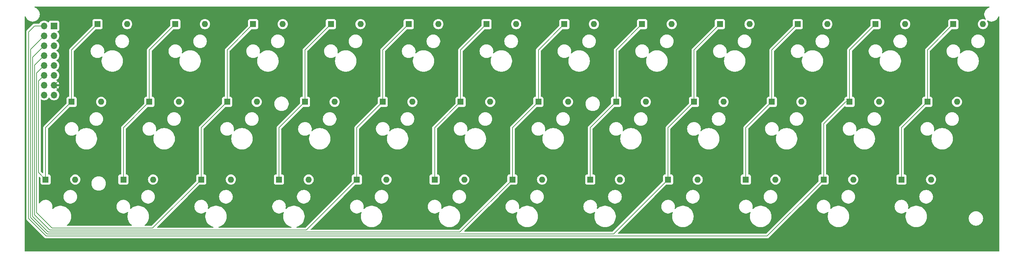
<source format=gbr>
%TF.GenerationSoftware,KiCad,Pcbnew,8.0.6*%
%TF.CreationDate,2026-02-10T22:10:33+01:00*%
%TF.ProjectId,keyboard,6b657962-6f61-4726-942e-6b696361645f,rev?*%
%TF.SameCoordinates,Original*%
%TF.FileFunction,Copper,L1,Top*%
%TF.FilePolarity,Positive*%
%FSLAX46Y46*%
G04 Gerber Fmt 4.6, Leading zero omitted, Abs format (unit mm)*
G04 Created by KiCad (PCBNEW 8.0.6) date 2026-02-10 22:10:33*
%MOMM*%
%LPD*%
G01*
G04 APERTURE LIST*
%TA.AperFunction,ComponentPad*%
%ADD10R,1.600000X1.600000*%
%TD*%
%TA.AperFunction,ComponentPad*%
%ADD11O,1.600000X1.600000*%
%TD*%
%TA.AperFunction,ComponentPad*%
%ADD12R,1.700000X1.700000*%
%TD*%
%TA.AperFunction,ComponentPad*%
%ADD13O,1.700000X1.700000*%
%TD*%
%TA.AperFunction,ViaPad*%
%ADD14C,0.600000*%
%TD*%
%TA.AperFunction,Conductor*%
%ADD15C,0.200000*%
%TD*%
G04 APERTURE END LIST*
D10*
%TO.P,D27,1,K*%
%TO.N,OUT_3*%
X73356667Y-75000000D03*
D11*
%TO.P,D27,2,A*%
%TO.N,Net-(D27-A)*%
X80976667Y-75000000D03*
%TD*%
D10*
%TO.P,D32,1,K*%
%TO.N,OUT_8*%
X173356667Y-75000000D03*
D11*
%TO.P,D32,2,A*%
%TO.N,Net-(D32-A)*%
X180976667Y-75000000D03*
%TD*%
D10*
%TO.P,D10,1,K*%
%TO.N,OUT_10*%
X226690000Y-35000000D03*
D11*
%TO.P,D10,2,A*%
%TO.N,Net-(D10-A)*%
X234310000Y-35000000D03*
%TD*%
D10*
%TO.P,D26,1,K*%
%TO.N,OUT_2*%
X53356667Y-75000000D03*
D11*
%TO.P,D26,2,A*%
%TO.N,Net-(D26-A)*%
X60976667Y-75000000D03*
%TD*%
D10*
%TO.P,D22,1,K*%
%TO.N,OUT_10*%
X220023333Y-55000000D03*
D11*
%TO.P,D22,2,A*%
%TO.N,Net-(D22-A)*%
X227643333Y-55000000D03*
%TD*%
D10*
%TO.P,D13,1,K*%
%TO.N,OUT_1*%
X40023333Y-55000000D03*
D11*
%TO.P,D13,2,A*%
%TO.N,Net-(D13-A)*%
X47643333Y-55000000D03*
%TD*%
D10*
%TO.P,D17,1,K*%
%TO.N,OUT_5*%
X120023333Y-55000000D03*
D11*
%TO.P,D17,2,A*%
%TO.N,Net-(D17-A)*%
X127643333Y-55000000D03*
%TD*%
D10*
%TO.P,D15,1,K*%
%TO.N,OUT_3*%
X80023333Y-55000000D03*
D11*
%TO.P,D15,2,A*%
%TO.N,Net-(D15-A)*%
X87643333Y-55000000D03*
%TD*%
D10*
%TO.P,D3,1,K*%
%TO.N,OUT_3*%
X86690000Y-35000000D03*
D11*
%TO.P,D3,2,A*%
%TO.N,Net-(D3-A)*%
X94310000Y-35000000D03*
%TD*%
D10*
%TO.P,D21,1,K*%
%TO.N,OUT_9*%
X200023333Y-55000000D03*
D11*
%TO.P,D21,2,A*%
%TO.N,Net-(D21-A)*%
X207643333Y-55000000D03*
%TD*%
D10*
%TO.P,D9,1,K*%
%TO.N,OUT_9*%
X206690000Y-35000000D03*
D11*
%TO.P,D9,2,A*%
%TO.N,Net-(D9-A)*%
X214310000Y-35000000D03*
%TD*%
D10*
%TO.P,D12,1,K*%
%TO.N,OUT_12*%
X266690000Y-35000000D03*
D11*
%TO.P,D12,2,A*%
%TO.N,Net-(D12-A)*%
X274310000Y-35000000D03*
%TD*%
D10*
%TO.P,D28,1,K*%
%TO.N,OUT_4*%
X93356667Y-75000000D03*
D11*
%TO.P,D28,2,A*%
%TO.N,Net-(D28-A)*%
X100976667Y-75000000D03*
%TD*%
D10*
%TO.P,D1,1,K*%
%TO.N,OUT_1*%
X46690000Y-35000000D03*
D11*
%TO.P,D1,2,A*%
%TO.N,Net-(D1-A)*%
X54310000Y-35000000D03*
%TD*%
D10*
%TO.P,D31,1,K*%
%TO.N,OUT_7*%
X153356667Y-75000000D03*
D11*
%TO.P,D31,2,A*%
%TO.N,Net-(D31-A)*%
X160976667Y-75000000D03*
%TD*%
D10*
%TO.P,D33,1,K*%
%TO.N,OUT_9*%
X193356667Y-75000000D03*
D11*
%TO.P,D33,2,A*%
%TO.N,Net-(D33-A)*%
X200976667Y-75000000D03*
%TD*%
D10*
%TO.P,D16,1,K*%
%TO.N,OUT_4*%
X100023333Y-55000000D03*
D11*
%TO.P,D16,2,A*%
%TO.N,Net-(D16-A)*%
X107643333Y-55000000D03*
%TD*%
D10*
%TO.P,D5,1,K*%
%TO.N,OUT_5*%
X126690000Y-35000000D03*
D11*
%TO.P,D5,2,A*%
%TO.N,Net-(D5-A)*%
X134310000Y-35000000D03*
%TD*%
D10*
%TO.P,D20,1,K*%
%TO.N,OUT_8*%
X180023333Y-55000000D03*
D11*
%TO.P,D20,2,A*%
%TO.N,Net-(D20-A)*%
X187643333Y-55000000D03*
%TD*%
D10*
%TO.P,D25,1,K*%
%TO.N,OUT_1*%
X33356667Y-75000000D03*
D11*
%TO.P,D25,2,A*%
%TO.N,Net-(D25-A)*%
X40976667Y-75000000D03*
%TD*%
D10*
%TO.P,D8,1,K*%
%TO.N,OUT_8*%
X186690000Y-35000000D03*
D11*
%TO.P,D8,2,A*%
%TO.N,Net-(D8-A)*%
X194310000Y-35000000D03*
%TD*%
D10*
%TO.P,D18,1,K*%
%TO.N,OUT_6*%
X140023333Y-55000000D03*
D11*
%TO.P,D18,2,A*%
%TO.N,Net-(D18-A)*%
X147643333Y-55000000D03*
%TD*%
D10*
%TO.P,D11,1,K*%
%TO.N,OUT_11*%
X246690000Y-35000000D03*
D11*
%TO.P,D11,2,A*%
%TO.N,Net-(D11-A)*%
X254310000Y-35000000D03*
%TD*%
D10*
%TO.P,D4,1,K*%
%TO.N,OUT_4*%
X106690000Y-35000000D03*
D11*
%TO.P,D4,2,A*%
%TO.N,Net-(D4-A)*%
X114310000Y-35000000D03*
%TD*%
D10*
%TO.P,D24,1,K*%
%TO.N,OUT_12*%
X260023333Y-55000000D03*
D11*
%TO.P,D24,2,A*%
%TO.N,Net-(D24-A)*%
X267643333Y-55000000D03*
%TD*%
D10*
%TO.P,D23,1,K*%
%TO.N,OUT_11*%
X240023333Y-55000000D03*
D11*
%TO.P,D23,2,A*%
%TO.N,Net-(D23-A)*%
X247643333Y-55000000D03*
%TD*%
D10*
%TO.P,D36,1,K*%
%TO.N,OUT_12*%
X253356667Y-75000000D03*
D11*
%TO.P,D36,2,A*%
%TO.N,Net-(D36-A)*%
X260976667Y-75000000D03*
%TD*%
D10*
%TO.P,D19,1,K*%
%TO.N,OUT_7*%
X160023333Y-55000000D03*
D11*
%TO.P,D19,2,A*%
%TO.N,Net-(D19-A)*%
X167643333Y-55000000D03*
%TD*%
D10*
%TO.P,D29,1,K*%
%TO.N,OUT_5*%
X113356667Y-75000000D03*
D11*
%TO.P,D29,2,A*%
%TO.N,Net-(D29-A)*%
X120976667Y-75000000D03*
%TD*%
D10*
%TO.P,D30,1,K*%
%TO.N,OUT_6*%
X133356667Y-75000000D03*
D11*
%TO.P,D30,2,A*%
%TO.N,Net-(D30-A)*%
X140976667Y-75000000D03*
%TD*%
D10*
%TO.P,D6,1,K*%
%TO.N,OUT_6*%
X146690000Y-35000000D03*
D11*
%TO.P,D6,2,A*%
%TO.N,Net-(D6-A)*%
X154310000Y-35000000D03*
%TD*%
D10*
%TO.P,D14,1,K*%
%TO.N,OUT_2*%
X60023333Y-55000000D03*
D11*
%TO.P,D14,2,A*%
%TO.N,Net-(D14-A)*%
X67643333Y-55000000D03*
%TD*%
D10*
%TO.P,D2,1,K*%
%TO.N,OUT_2*%
X66690000Y-35000000D03*
D11*
%TO.P,D2,2,A*%
%TO.N,Net-(D2-A)*%
X74310000Y-35000000D03*
%TD*%
D10*
%TO.P,D35,1,K*%
%TO.N,OUT_11*%
X233356667Y-75000000D03*
D11*
%TO.P,D35,2,A*%
%TO.N,Net-(D35-A)*%
X240976667Y-75000000D03*
%TD*%
D10*
%TO.P,D7,1,K*%
%TO.N,OUT_7*%
X166690000Y-35000000D03*
D11*
%TO.P,D7,2,A*%
%TO.N,Net-(D7-A)*%
X174310000Y-35000000D03*
%TD*%
D10*
%TO.P,D34,1,K*%
%TO.N,OUT_10*%
X213356667Y-75000000D03*
D11*
%TO.P,D34,2,A*%
%TO.N,Net-(D34-A)*%
X220976667Y-75000000D03*
%TD*%
D12*
%TO.P,J1,1,Pin_1*%
%TO.N,OUT_12*%
X35500000Y-35460000D03*
D13*
%TO.P,J1,2,Pin_2*%
%TO.N,OUT_11*%
X32960000Y-35460000D03*
%TO.P,J1,3,Pin_3*%
%TO.N,OUT_10*%
X35500000Y-38000000D03*
%TO.P,J1,4,Pin_4*%
%TO.N,OUT_9*%
X32960000Y-38000000D03*
%TO.P,J1,5,Pin_5*%
%TO.N,OUT_8*%
X35500000Y-40540000D03*
%TO.P,J1,6,Pin_6*%
%TO.N,OUT_7*%
X32960000Y-40540000D03*
%TO.P,J1,7,Pin_7*%
%TO.N,OUT_6*%
X35500000Y-43080000D03*
%TO.P,J1,8,Pin_8*%
%TO.N,OUT_5*%
X32960000Y-43080000D03*
%TO.P,J1,9,Pin_9*%
%TO.N,OUT_4*%
X35500000Y-45620000D03*
%TO.P,J1,10,Pin_10*%
%TO.N,OUT_3*%
X32960000Y-45620000D03*
%TO.P,J1,11,Pin_11*%
%TO.N,OUT_2*%
X35500000Y-48160000D03*
%TO.P,J1,12,Pin_12*%
%TO.N,OUT_1*%
X32960000Y-48160000D03*
%TO.P,J1,13,Pin_13*%
%TO.N,GND*%
X35500000Y-50700000D03*
%TO.P,J1,14,Pin_14*%
%TO.N,IN_1*%
X32960000Y-50700000D03*
%TO.P,J1,15,Pin_15*%
%TO.N,IN_2*%
X35500000Y-53240000D03*
%TO.P,J1,16,Pin_16*%
%TO.N,IN_3*%
X32960000Y-53240000D03*
%TD*%
D14*
%TO.N,GND*%
X38000000Y-53000000D03*
X47000000Y-91500000D03*
X38500000Y-32500000D03*
%TD*%
D15*
%TO.N,GND*%
X37800000Y-53000000D02*
X38000000Y-53000000D01*
X35500000Y-50700000D02*
X37800000Y-53000000D01*
X38500000Y-32500000D02*
X38500000Y-47700000D01*
X38500000Y-47700000D02*
X35500000Y-50700000D01*
%TO.N,OUT_1*%
X33356667Y-75000000D02*
X33356667Y-61666666D01*
X40023333Y-41666667D02*
X40023333Y-55000000D01*
X31500000Y-49620000D02*
X31500000Y-73143333D01*
X31500000Y-73143333D02*
X33356667Y-75000000D01*
X46690000Y-35000000D02*
X40023333Y-41666667D01*
X33356667Y-61666666D02*
X40023333Y-55000000D01*
X32960000Y-48160000D02*
X31500000Y-49620000D01*
%TO.N,OUT_2*%
X60023333Y-55000000D02*
X60023333Y-41666667D01*
X53356667Y-75000000D02*
X53356667Y-61666666D01*
X53356667Y-61666666D02*
X60023333Y-55000000D01*
X60023333Y-41666667D02*
X66690000Y-35000000D01*
%TO.N,OUT_3*%
X86690000Y-35000000D02*
X80023333Y-41666667D01*
X80023333Y-55000000D02*
X73356667Y-61666666D01*
X31000000Y-47580000D02*
X31000000Y-83500000D01*
X31000000Y-83500000D02*
X35000000Y-87500000D01*
X35000000Y-87500000D02*
X60856667Y-87500000D01*
X60856667Y-87500000D02*
X73356667Y-75000000D01*
X32960000Y-45620000D02*
X31000000Y-47580000D01*
X73356667Y-61666666D02*
X73356667Y-75000000D01*
X80023333Y-41666667D02*
X80023333Y-55000000D01*
%TO.N,OUT_4*%
X93356667Y-61666666D02*
X100023333Y-55000000D01*
X93356667Y-75000000D02*
X93356667Y-61666666D01*
X106690000Y-35000000D02*
X100023333Y-41666667D01*
X100023333Y-41666667D02*
X100023333Y-55000000D01*
%TO.N,OUT_5*%
X120023333Y-41666667D02*
X120023333Y-55000000D01*
X30500000Y-45540000D02*
X30500000Y-84065686D01*
X113356667Y-61666666D02*
X113356667Y-75000000D01*
X126690000Y-35000000D02*
X120023333Y-41666667D01*
X100356667Y-88000000D02*
X113356667Y-75000000D01*
X120023333Y-55000000D02*
X113356667Y-61666666D01*
X34434314Y-88000000D02*
X100356667Y-88000000D01*
X30500000Y-84065686D02*
X34434314Y-88000000D01*
X32960000Y-43080000D02*
X30500000Y-45540000D01*
%TO.N,OUT_6*%
X146690000Y-35000000D02*
X140023333Y-41666667D01*
X133356667Y-61666666D02*
X133356667Y-75000000D01*
X140023333Y-41666667D02*
X140023333Y-55000000D01*
X140023333Y-55000000D02*
X133356667Y-61666666D01*
%TO.N,OUT_7*%
X30000000Y-84500000D02*
X34000000Y-88500000D01*
X30000000Y-43500000D02*
X30000000Y-84500000D01*
X32960000Y-40540000D02*
X30000000Y-43500000D01*
X166690000Y-35000000D02*
X160023333Y-41666667D01*
X34000000Y-88500000D02*
X139856667Y-88500000D01*
X139856667Y-88500000D02*
X153356667Y-75000000D01*
X160023333Y-41666667D02*
X160023333Y-55000000D01*
X153356667Y-61666666D02*
X160023333Y-55000000D01*
X153356667Y-75000000D02*
X153356667Y-61666666D01*
%TO.N,OUT_8*%
X180023333Y-41666667D02*
X186690000Y-35000000D01*
X180023333Y-55000000D02*
X180023333Y-41666667D01*
%TO.N,OUT_9*%
X193356667Y-75000000D02*
X193356667Y-61666666D01*
X193356667Y-61666666D02*
X200023333Y-55000000D01*
X33717157Y-89000000D02*
X179356667Y-89000000D01*
X200023333Y-41666667D02*
X206690000Y-35000000D01*
X29500000Y-41460000D02*
X29500000Y-84782843D01*
X179356667Y-89000000D02*
X193356667Y-75000000D01*
X200023333Y-55000000D02*
X200023333Y-41666667D01*
X29500000Y-84782843D02*
X33717157Y-89000000D01*
X32960000Y-38000000D02*
X29500000Y-41460000D01*
%TO.N,OUT_10*%
X226690000Y-35000000D02*
X220023333Y-41666667D01*
X213356667Y-61666666D02*
X213356667Y-75000000D01*
X220023333Y-41666667D02*
X220023333Y-55000000D01*
X220023333Y-55000000D02*
X213356667Y-61666666D01*
%TO.N,OUT_11*%
X30540000Y-35460000D02*
X29000000Y-37000000D01*
X29000000Y-85000000D02*
X33500000Y-89500000D01*
X246690000Y-35000000D02*
X240023333Y-41666667D01*
X239023333Y-55000000D02*
X233356667Y-60666666D01*
X233356667Y-60666666D02*
X233356667Y-75000000D01*
X29000000Y-37000000D02*
X29000000Y-85000000D01*
X240023333Y-55000000D02*
X239023333Y-55000000D01*
X218856667Y-89500000D02*
X233356667Y-75000000D01*
X240023333Y-41666667D02*
X240023333Y-55000000D01*
X33500000Y-89500000D02*
X218856667Y-89500000D01*
X32960000Y-35460000D02*
X30540000Y-35460000D01*
%TO.N,OUT_12*%
X260023333Y-55000000D02*
X253356667Y-61666666D01*
X35960000Y-35000000D02*
X35500000Y-35460000D01*
X266690000Y-35000000D02*
X260023333Y-41666667D01*
X253356667Y-61666666D02*
X253356667Y-75000000D01*
X260023333Y-41666667D02*
X260023333Y-55000000D01*
%TO.N,OUT_8*%
X173356667Y-75000000D02*
X173356667Y-61666666D01*
X173356667Y-61666666D02*
X180023333Y-55000000D01*
%TD*%
%TA.AperFunction,Conductor*%
%TO.N,GND*%
G36*
X275937619Y-30520185D02*
G01*
X275983374Y-30572989D01*
X275993318Y-30642147D01*
X275964293Y-30705703D01*
X275907572Y-30742154D01*
X275907738Y-30742643D01*
X275905777Y-30743308D01*
X275905515Y-30743477D01*
X275904161Y-30743856D01*
X275903901Y-30743945D01*
X275679794Y-30836773D01*
X275679785Y-30836777D01*
X275469706Y-30958067D01*
X275277263Y-31105733D01*
X275277256Y-31105739D01*
X275105739Y-31277256D01*
X275105733Y-31277263D01*
X274958067Y-31469706D01*
X274836777Y-31679785D01*
X274836773Y-31679794D01*
X274743947Y-31903895D01*
X274681161Y-32138214D01*
X274649500Y-32378711D01*
X274649500Y-32621288D01*
X274681161Y-32861785D01*
X274743947Y-33096104D01*
X274836773Y-33320205D01*
X274836776Y-33320212D01*
X274958064Y-33530289D01*
X274958066Y-33530292D01*
X274958067Y-33530293D01*
X275052202Y-33652973D01*
X275077396Y-33718142D01*
X275063357Y-33786587D01*
X275014543Y-33836576D01*
X274946452Y-33852240D01*
X274901421Y-33840841D01*
X274880920Y-33831281D01*
X274756496Y-33773261D01*
X274756492Y-33773260D01*
X274756488Y-33773258D01*
X274536697Y-33714366D01*
X274536693Y-33714365D01*
X274536692Y-33714365D01*
X274536691Y-33714364D01*
X274536686Y-33714364D01*
X274310002Y-33694532D01*
X274309998Y-33694532D01*
X274083313Y-33714364D01*
X274083302Y-33714366D01*
X273863511Y-33773258D01*
X273863502Y-33773261D01*
X273657267Y-33869431D01*
X273657265Y-33869432D01*
X273470858Y-33999954D01*
X273309954Y-34160858D01*
X273179432Y-34347265D01*
X273179431Y-34347267D01*
X273083261Y-34553502D01*
X273083258Y-34553511D01*
X273024366Y-34773302D01*
X273024364Y-34773313D01*
X273004532Y-34999998D01*
X273004532Y-35000001D01*
X273024364Y-35226686D01*
X273024366Y-35226697D01*
X273083258Y-35446488D01*
X273083261Y-35446497D01*
X273179431Y-35652732D01*
X273179432Y-35652734D01*
X273309954Y-35839141D01*
X273470858Y-36000045D01*
X273470861Y-36000047D01*
X273657266Y-36130568D01*
X273863504Y-36226739D01*
X274083308Y-36285635D01*
X274245230Y-36299801D01*
X274309998Y-36305468D01*
X274310000Y-36305468D01*
X274310002Y-36305468D01*
X274366807Y-36300498D01*
X274536692Y-36285635D01*
X274756496Y-36226739D01*
X274962734Y-36130568D01*
X275149139Y-36000047D01*
X275310047Y-35839139D01*
X275440568Y-35652734D01*
X275536739Y-35446496D01*
X275595635Y-35226692D01*
X275615468Y-35000000D01*
X275613672Y-34979477D01*
X275596912Y-34787909D01*
X275595635Y-34773308D01*
X275539050Y-34562127D01*
X275536741Y-34553511D01*
X275536738Y-34553502D01*
X275475186Y-34421505D01*
X275440568Y-34347266D01*
X275382732Y-34264667D01*
X275360406Y-34198463D01*
X275377416Y-34130696D01*
X275428364Y-34082883D01*
X275497074Y-34070205D01*
X275546306Y-34086158D01*
X275679788Y-34163224D01*
X275903900Y-34256054D01*
X276138211Y-34318838D01*
X276318586Y-34342584D01*
X276378711Y-34350500D01*
X276378712Y-34350500D01*
X276621289Y-34350500D01*
X276669388Y-34344167D01*
X276861789Y-34318838D01*
X277096100Y-34256054D01*
X277320212Y-34163224D01*
X277530289Y-34041936D01*
X277722738Y-33894265D01*
X277894265Y-33722738D01*
X278041936Y-33530289D01*
X278163224Y-33320212D01*
X278256054Y-33096100D01*
X278256056Y-33096090D01*
X278257357Y-33092262D01*
X278258564Y-33092671D01*
X278292086Y-33037670D01*
X278354932Y-33007138D01*
X278424308Y-33015430D01*
X278478188Y-33059913D01*
X278499465Y-33126464D01*
X278499500Y-33129420D01*
X278499500Y-93375500D01*
X278479815Y-93442539D01*
X278427011Y-93488294D01*
X278375500Y-93499500D01*
X28124500Y-93499500D01*
X28057461Y-93479815D01*
X28011706Y-93427011D01*
X28000500Y-93375500D01*
X28000500Y-85079054D01*
X28399498Y-85079054D01*
X28440424Y-85231787D01*
X28458234Y-85262634D01*
X28458235Y-85262637D01*
X28519475Y-85368709D01*
X28519481Y-85368717D01*
X28638349Y-85487585D01*
X28638355Y-85487590D01*
X33015139Y-89864374D01*
X33015149Y-89864385D01*
X33019479Y-89868715D01*
X33019480Y-89868716D01*
X33131284Y-89980520D01*
X33218095Y-90030639D01*
X33218097Y-90030641D01*
X33256151Y-90052611D01*
X33268215Y-90059577D01*
X33420943Y-90100501D01*
X33420946Y-90100501D01*
X33586653Y-90100501D01*
X33586669Y-90100500D01*
X218769998Y-90100500D01*
X218770014Y-90100501D01*
X218777610Y-90100501D01*
X218935721Y-90100501D01*
X218935724Y-90100501D01*
X219088452Y-90059577D01*
X219138571Y-90030639D01*
X219225383Y-89980520D01*
X219337187Y-89868716D01*
X219337187Y-89868714D01*
X219347395Y-89858507D01*
X219347396Y-89858504D01*
X227360643Y-81845258D01*
X231606167Y-81845258D01*
X231606167Y-82074741D01*
X231629671Y-82253264D01*
X231636119Y-82302238D01*
X231636120Y-82302240D01*
X231695509Y-82523887D01*
X231783317Y-82735876D01*
X231783324Y-82735890D01*
X231898059Y-82934617D01*
X232037748Y-83116661D01*
X232037756Y-83116670D01*
X232199997Y-83278911D01*
X232200005Y-83278918D01*
X232200006Y-83278919D01*
X232250629Y-83317764D01*
X232382049Y-83418607D01*
X232382052Y-83418608D01*
X232382055Y-83418611D01*
X232580779Y-83533344D01*
X232580784Y-83533346D01*
X232580790Y-83533349D01*
X232672147Y-83571190D01*
X232792780Y-83621158D01*
X233014429Y-83680548D01*
X233241933Y-83710500D01*
X233241940Y-83710500D01*
X233471394Y-83710500D01*
X233471401Y-83710500D01*
X233698905Y-83680548D01*
X233920554Y-83621158D01*
X234132555Y-83533344D01*
X234331279Y-83418611D01*
X234411217Y-83357271D01*
X234476386Y-83332077D01*
X234544831Y-83346115D01*
X234594821Y-83394929D01*
X234610485Y-83463020D01*
X234603745Y-83496602D01*
X234519502Y-83737352D01*
X234519498Y-83737364D01*
X234450756Y-84038544D01*
X234450753Y-84038562D01*
X234416167Y-84345528D01*
X234416167Y-84654471D01*
X234450753Y-84961437D01*
X234450756Y-84961455D01*
X234519498Y-85262634D01*
X234519502Y-85262647D01*
X234621529Y-85554222D01*
X234621535Y-85554236D01*
X234755570Y-85832562D01*
X234755572Y-85832565D01*
X234919932Y-86094143D01*
X235112547Y-86335674D01*
X235330993Y-86554120D01*
X235572524Y-86746735D01*
X235834102Y-86911095D01*
X236112438Y-87045135D01*
X236112444Y-87045137D01*
X236404019Y-87147164D01*
X236404031Y-87147168D01*
X236705215Y-87215911D01*
X236705221Y-87215911D01*
X236705229Y-87215913D01*
X236909873Y-87238970D01*
X237012196Y-87250499D01*
X237012199Y-87250500D01*
X237012202Y-87250500D01*
X237321135Y-87250500D01*
X237321136Y-87250499D01*
X237478023Y-87232822D01*
X237628104Y-87215913D01*
X237628109Y-87215912D01*
X237628119Y-87215911D01*
X237929303Y-87147168D01*
X238220896Y-87045135D01*
X238499232Y-86911095D01*
X238760810Y-86746735D01*
X239002341Y-86554120D01*
X239220787Y-86335674D01*
X239413402Y-86094143D01*
X239577762Y-85832565D01*
X239711802Y-85554229D01*
X239813835Y-85262636D01*
X239813836Y-85262634D01*
X239882577Y-84961455D01*
X239882578Y-84961452D01*
X239917167Y-84654465D01*
X239917167Y-84345535D01*
X239882578Y-84038548D01*
X239813835Y-83737364D01*
X239793953Y-83680546D01*
X239717838Y-83463020D01*
X239711802Y-83445771D01*
X239577762Y-83167435D01*
X239413402Y-82905857D01*
X239220787Y-82664326D01*
X239002341Y-82445880D01*
X238760810Y-82253265D01*
X238499232Y-82088905D01*
X238499229Y-82088903D01*
X238220903Y-81954868D01*
X238220889Y-81954862D01*
X237929314Y-81852835D01*
X237929302Y-81852831D01*
X237896122Y-81845258D01*
X251606167Y-81845258D01*
X251606167Y-82074741D01*
X251629671Y-82253264D01*
X251636119Y-82302238D01*
X251636120Y-82302240D01*
X251695509Y-82523887D01*
X251783317Y-82735876D01*
X251783324Y-82735890D01*
X251898059Y-82934617D01*
X252037748Y-83116661D01*
X252037756Y-83116670D01*
X252199997Y-83278911D01*
X252200005Y-83278918D01*
X252200006Y-83278919D01*
X252250629Y-83317764D01*
X252382049Y-83418607D01*
X252382052Y-83418608D01*
X252382055Y-83418611D01*
X252580779Y-83533344D01*
X252580784Y-83533346D01*
X252580790Y-83533349D01*
X252672147Y-83571190D01*
X252792780Y-83621158D01*
X253014429Y-83680548D01*
X253241933Y-83710500D01*
X253241940Y-83710500D01*
X253471394Y-83710500D01*
X253471401Y-83710500D01*
X253698905Y-83680548D01*
X253920554Y-83621158D01*
X254132555Y-83533344D01*
X254331279Y-83418611D01*
X254411217Y-83357271D01*
X254476386Y-83332077D01*
X254544831Y-83346115D01*
X254594821Y-83394929D01*
X254610485Y-83463020D01*
X254603745Y-83496602D01*
X254519502Y-83737352D01*
X254519498Y-83737364D01*
X254450756Y-84038544D01*
X254450753Y-84038562D01*
X254416167Y-84345528D01*
X254416167Y-84654471D01*
X254450753Y-84961437D01*
X254450756Y-84961455D01*
X254519498Y-85262634D01*
X254519502Y-85262647D01*
X254621529Y-85554222D01*
X254621535Y-85554236D01*
X254755570Y-85832562D01*
X254755572Y-85832565D01*
X254919932Y-86094143D01*
X255112547Y-86335674D01*
X255330993Y-86554120D01*
X255572524Y-86746735D01*
X255834102Y-86911095D01*
X256112438Y-87045135D01*
X256112444Y-87045137D01*
X256404019Y-87147164D01*
X256404031Y-87147168D01*
X256705215Y-87215911D01*
X256705221Y-87215911D01*
X256705229Y-87215913D01*
X256909873Y-87238970D01*
X257012196Y-87250499D01*
X257012199Y-87250500D01*
X257012202Y-87250500D01*
X257321135Y-87250500D01*
X257321136Y-87250499D01*
X257478023Y-87232822D01*
X257628104Y-87215913D01*
X257628109Y-87215912D01*
X257628119Y-87215911D01*
X257929303Y-87147168D01*
X258220896Y-87045135D01*
X258499232Y-86911095D01*
X258760810Y-86746735D01*
X259002341Y-86554120D01*
X259220787Y-86335674D01*
X259413402Y-86094143D01*
X259577762Y-85832565D01*
X259711802Y-85554229D01*
X259813835Y-85262636D01*
X259813836Y-85262634D01*
X259882577Y-84961455D01*
X259882578Y-84961452D01*
X259891901Y-84878711D01*
X270649500Y-84878711D01*
X270649500Y-85121288D01*
X270681161Y-85361785D01*
X270743947Y-85596104D01*
X270836773Y-85820205D01*
X270836776Y-85820212D01*
X270958064Y-86030289D01*
X270958066Y-86030292D01*
X270958067Y-86030293D01*
X271105733Y-86222736D01*
X271105739Y-86222743D01*
X271277256Y-86394260D01*
X271277262Y-86394265D01*
X271469711Y-86541936D01*
X271679788Y-86663224D01*
X271903900Y-86756054D01*
X272138211Y-86818838D01*
X272318586Y-86842584D01*
X272378711Y-86850500D01*
X272378712Y-86850500D01*
X272621289Y-86850500D01*
X272669388Y-86844167D01*
X272861789Y-86818838D01*
X273096100Y-86756054D01*
X273320212Y-86663224D01*
X273530289Y-86541936D01*
X273722738Y-86394265D01*
X273894265Y-86222738D01*
X274041936Y-86030289D01*
X274163224Y-85820212D01*
X274256054Y-85596100D01*
X274318838Y-85361789D01*
X274350500Y-85121288D01*
X274350500Y-84878712D01*
X274318838Y-84638211D01*
X274256054Y-84403900D01*
X274163224Y-84179788D01*
X274041936Y-83969711D01*
X273894265Y-83777262D01*
X273894260Y-83777256D01*
X273722743Y-83605739D01*
X273722736Y-83605733D01*
X273530293Y-83458067D01*
X273530292Y-83458066D01*
X273530289Y-83458064D01*
X273320212Y-83336776D01*
X273308868Y-83332077D01*
X273096104Y-83243947D01*
X272861785Y-83181161D01*
X272621289Y-83149500D01*
X272621288Y-83149500D01*
X272378712Y-83149500D01*
X272378711Y-83149500D01*
X272138214Y-83181161D01*
X271903895Y-83243947D01*
X271679794Y-83336773D01*
X271679785Y-83336777D01*
X271469706Y-83458067D01*
X271277263Y-83605733D01*
X271277256Y-83605739D01*
X271105739Y-83777256D01*
X271105733Y-83777263D01*
X270958067Y-83969706D01*
X270836777Y-84179785D01*
X270836773Y-84179794D01*
X270743947Y-84403895D01*
X270681161Y-84638214D01*
X270649500Y-84878711D01*
X259891901Y-84878711D01*
X259917167Y-84654465D01*
X259917167Y-84345535D01*
X259882578Y-84038548D01*
X259813835Y-83737364D01*
X259793953Y-83680546D01*
X259717838Y-83463020D01*
X259711802Y-83445771D01*
X259577762Y-83167435D01*
X259413402Y-82905857D01*
X259220787Y-82664326D01*
X259002341Y-82445880D01*
X258760810Y-82253265D01*
X258499232Y-82088905D01*
X258499229Y-82088903D01*
X258220903Y-81954868D01*
X258220889Y-81954862D01*
X257929314Y-81852835D01*
X257929302Y-81852831D01*
X257628122Y-81784089D01*
X257628104Y-81784086D01*
X257321138Y-81749500D01*
X257321132Y-81749500D01*
X257012202Y-81749500D01*
X257012195Y-81749500D01*
X256705229Y-81784086D01*
X256705211Y-81784089D01*
X256404031Y-81852831D01*
X256404019Y-81852835D01*
X256112444Y-81954862D01*
X256112430Y-81954868D01*
X255834104Y-82088903D01*
X255572525Y-82253264D01*
X255330998Y-82445875D01*
X255258979Y-82517894D01*
X255197655Y-82551378D01*
X255127964Y-82546393D01*
X255072030Y-82504522D01*
X255047614Y-82439057D01*
X255051522Y-82398125D01*
X255077215Y-82302238D01*
X255107167Y-82074734D01*
X255107167Y-81845266D01*
X255077215Y-81617762D01*
X255017825Y-81396113D01*
X254930011Y-81184112D01*
X254815278Y-80985388D01*
X254815275Y-80985385D01*
X254815274Y-80985382D01*
X254675585Y-80803338D01*
X254675578Y-80803330D01*
X254513337Y-80641089D01*
X254513328Y-80641081D01*
X254331284Y-80501392D01*
X254132557Y-80386657D01*
X254132543Y-80386650D01*
X253920554Y-80298842D01*
X253698905Y-80239452D01*
X253660882Y-80234446D01*
X253471408Y-80209500D01*
X253471401Y-80209500D01*
X253241933Y-80209500D01*
X253241925Y-80209500D01*
X253025382Y-80238009D01*
X253014429Y-80239452D01*
X252920743Y-80264554D01*
X252792779Y-80298842D01*
X252580790Y-80386650D01*
X252580776Y-80386657D01*
X252382049Y-80501392D01*
X252200005Y-80641081D01*
X252037748Y-80803338D01*
X251898059Y-80985382D01*
X251783324Y-81184109D01*
X251783317Y-81184123D01*
X251695509Y-81396112D01*
X251636120Y-81617759D01*
X251636118Y-81617770D01*
X251606167Y-81845258D01*
X237896122Y-81845258D01*
X237628122Y-81784089D01*
X237628104Y-81784086D01*
X237321138Y-81749500D01*
X237321132Y-81749500D01*
X237012202Y-81749500D01*
X237012195Y-81749500D01*
X236705229Y-81784086D01*
X236705211Y-81784089D01*
X236404031Y-81852831D01*
X236404019Y-81852835D01*
X236112444Y-81954862D01*
X236112430Y-81954868D01*
X235834104Y-82088903D01*
X235572525Y-82253264D01*
X235330998Y-82445875D01*
X235258979Y-82517894D01*
X235197655Y-82551378D01*
X235127964Y-82546393D01*
X235072030Y-82504522D01*
X235047614Y-82439057D01*
X235051522Y-82398125D01*
X235077215Y-82302238D01*
X235107167Y-82074734D01*
X235107167Y-81845266D01*
X235077215Y-81617762D01*
X235017825Y-81396113D01*
X234930011Y-81184112D01*
X234815278Y-80985388D01*
X234815275Y-80985385D01*
X234815274Y-80985382D01*
X234675585Y-80803338D01*
X234675578Y-80803330D01*
X234513337Y-80641089D01*
X234513328Y-80641081D01*
X234331284Y-80501392D01*
X234132557Y-80386657D01*
X234132543Y-80386650D01*
X233920554Y-80298842D01*
X233698905Y-80239452D01*
X233660882Y-80234446D01*
X233471408Y-80209500D01*
X233471401Y-80209500D01*
X233241933Y-80209500D01*
X233241925Y-80209500D01*
X233025382Y-80238009D01*
X233014429Y-80239452D01*
X232920743Y-80264554D01*
X232792779Y-80298842D01*
X232580790Y-80386650D01*
X232580776Y-80386657D01*
X232382049Y-80501392D01*
X232200005Y-80641081D01*
X232037748Y-80803338D01*
X231898059Y-80985382D01*
X231783324Y-81184109D01*
X231783317Y-81184123D01*
X231695509Y-81396112D01*
X231636120Y-81617759D01*
X231636118Y-81617770D01*
X231606167Y-81845258D01*
X227360643Y-81845258D01*
X229900643Y-79305258D01*
X237956167Y-79305258D01*
X237956167Y-79534741D01*
X237981113Y-79724215D01*
X237986119Y-79762238D01*
X237986120Y-79762240D01*
X238045509Y-79983887D01*
X238133317Y-80195876D01*
X238133324Y-80195890D01*
X238248059Y-80394617D01*
X238387748Y-80576661D01*
X238387756Y-80576670D01*
X238549997Y-80738911D01*
X238550005Y-80738918D01*
X238732049Y-80878607D01*
X238732052Y-80878608D01*
X238732055Y-80878611D01*
X238930779Y-80993344D01*
X238930784Y-80993346D01*
X238930790Y-80993349D01*
X239022147Y-81031190D01*
X239142780Y-81081158D01*
X239364429Y-81140548D01*
X239591933Y-81170500D01*
X239591940Y-81170500D01*
X239821394Y-81170500D01*
X239821401Y-81170500D01*
X240048905Y-81140548D01*
X240270554Y-81081158D01*
X240482555Y-80993344D01*
X240681279Y-80878611D01*
X240863328Y-80738919D01*
X240863332Y-80738914D01*
X240863337Y-80738911D01*
X241025578Y-80576670D01*
X241025581Y-80576665D01*
X241025586Y-80576661D01*
X241165278Y-80394612D01*
X241280011Y-80195888D01*
X241367825Y-79983887D01*
X241427215Y-79762238D01*
X241457167Y-79534734D01*
X241457167Y-79305266D01*
X241457166Y-79305258D01*
X257956167Y-79305258D01*
X257956167Y-79534741D01*
X257981113Y-79724215D01*
X257986119Y-79762238D01*
X257986120Y-79762240D01*
X258045509Y-79983887D01*
X258133317Y-80195876D01*
X258133324Y-80195890D01*
X258248059Y-80394617D01*
X258387748Y-80576661D01*
X258387756Y-80576670D01*
X258549997Y-80738911D01*
X258550005Y-80738918D01*
X258732049Y-80878607D01*
X258732052Y-80878608D01*
X258732055Y-80878611D01*
X258930779Y-80993344D01*
X258930784Y-80993346D01*
X258930790Y-80993349D01*
X259022147Y-81031190D01*
X259142780Y-81081158D01*
X259364429Y-81140548D01*
X259591933Y-81170500D01*
X259591940Y-81170500D01*
X259821394Y-81170500D01*
X259821401Y-81170500D01*
X260048905Y-81140548D01*
X260270554Y-81081158D01*
X260482555Y-80993344D01*
X260681279Y-80878611D01*
X260863328Y-80738919D01*
X260863332Y-80738914D01*
X260863337Y-80738911D01*
X261025578Y-80576670D01*
X261025581Y-80576665D01*
X261025586Y-80576661D01*
X261165278Y-80394612D01*
X261280011Y-80195888D01*
X261367825Y-79983887D01*
X261427215Y-79762238D01*
X261457167Y-79534734D01*
X261457167Y-79305266D01*
X261427215Y-79077762D01*
X261367825Y-78856113D01*
X261280011Y-78644112D01*
X261165278Y-78445388D01*
X261165275Y-78445385D01*
X261165274Y-78445382D01*
X261025585Y-78263338D01*
X261025578Y-78263330D01*
X260863337Y-78101089D01*
X260863328Y-78101081D01*
X260681284Y-77961392D01*
X260482557Y-77846657D01*
X260482543Y-77846650D01*
X260270554Y-77758842D01*
X260260141Y-77756052D01*
X260048905Y-77699452D01*
X260010882Y-77694446D01*
X259821408Y-77669500D01*
X259821401Y-77669500D01*
X259591933Y-77669500D01*
X259591925Y-77669500D01*
X259375382Y-77698009D01*
X259364429Y-77699452D01*
X259270743Y-77724554D01*
X259142779Y-77758842D01*
X258930790Y-77846650D01*
X258930776Y-77846657D01*
X258732049Y-77961392D01*
X258550005Y-78101081D01*
X258387748Y-78263338D01*
X258248059Y-78445382D01*
X258133324Y-78644109D01*
X258133317Y-78644123D01*
X258045509Y-78856112D01*
X257986120Y-79077759D01*
X257986118Y-79077770D01*
X257956167Y-79305258D01*
X241457166Y-79305258D01*
X241427215Y-79077762D01*
X241367825Y-78856113D01*
X241280011Y-78644112D01*
X241165278Y-78445388D01*
X241165275Y-78445385D01*
X241165274Y-78445382D01*
X241025585Y-78263338D01*
X241025578Y-78263330D01*
X240863337Y-78101089D01*
X240863328Y-78101081D01*
X240681284Y-77961392D01*
X240482557Y-77846657D01*
X240482543Y-77846650D01*
X240270554Y-77758842D01*
X240260141Y-77756052D01*
X240048905Y-77699452D01*
X240010882Y-77694446D01*
X239821408Y-77669500D01*
X239821401Y-77669500D01*
X239591933Y-77669500D01*
X239591925Y-77669500D01*
X239375382Y-77698009D01*
X239364429Y-77699452D01*
X239270743Y-77724554D01*
X239142779Y-77758842D01*
X238930790Y-77846650D01*
X238930776Y-77846657D01*
X238732049Y-77961392D01*
X238550005Y-78101081D01*
X238387748Y-78263338D01*
X238248059Y-78445382D01*
X238133324Y-78644109D01*
X238133317Y-78644123D01*
X238045509Y-78856112D01*
X237986120Y-79077759D01*
X237986118Y-79077770D01*
X237956167Y-79305258D01*
X229900643Y-79305258D01*
X232869084Y-76336818D01*
X232930407Y-76303333D01*
X232956765Y-76300499D01*
X234204538Y-76300499D01*
X234204539Y-76300499D01*
X234264150Y-76294091D01*
X234398998Y-76243796D01*
X234514213Y-76157546D01*
X234600463Y-76042331D01*
X234650758Y-75907483D01*
X234657167Y-75847873D01*
X234657166Y-74999998D01*
X239671199Y-74999998D01*
X239671199Y-75000001D01*
X239691031Y-75226686D01*
X239691033Y-75226697D01*
X239749925Y-75446488D01*
X239749928Y-75446497D01*
X239846098Y-75652732D01*
X239846099Y-75652734D01*
X239976621Y-75839141D01*
X240137525Y-76000045D01*
X240137528Y-76000047D01*
X240323933Y-76130568D01*
X240530171Y-76226739D01*
X240749975Y-76285635D01*
X240911897Y-76299801D01*
X240976665Y-76305468D01*
X240976667Y-76305468D01*
X240976669Y-76305468D01*
X241033474Y-76300498D01*
X241203359Y-76285635D01*
X241423163Y-76226739D01*
X241629401Y-76130568D01*
X241815806Y-76000047D01*
X241976714Y-75839139D01*
X242107235Y-75652734D01*
X242203406Y-75446496D01*
X242262302Y-75226692D01*
X242282135Y-75000000D01*
X242262302Y-74773308D01*
X242217401Y-74605733D01*
X242203408Y-74553511D01*
X242203405Y-74553502D01*
X242184246Y-74512416D01*
X242107235Y-74347266D01*
X241976714Y-74160861D01*
X241976712Y-74160858D01*
X241967989Y-74152135D01*
X252056167Y-74152135D01*
X252056167Y-75847870D01*
X252056168Y-75847876D01*
X252062575Y-75907483D01*
X252112869Y-76042328D01*
X252112873Y-76042335D01*
X252199119Y-76157544D01*
X252199122Y-76157547D01*
X252314331Y-76243793D01*
X252314338Y-76243797D01*
X252449184Y-76294091D01*
X252449183Y-76294091D01*
X252456111Y-76294835D01*
X252508794Y-76300500D01*
X254204539Y-76300499D01*
X254264150Y-76294091D01*
X254398998Y-76243796D01*
X254514213Y-76157546D01*
X254600463Y-76042331D01*
X254650758Y-75907483D01*
X254657167Y-75847873D01*
X254657166Y-74999998D01*
X259671199Y-74999998D01*
X259671199Y-75000001D01*
X259691031Y-75226686D01*
X259691033Y-75226697D01*
X259749925Y-75446488D01*
X259749928Y-75446497D01*
X259846098Y-75652732D01*
X259846099Y-75652734D01*
X259976621Y-75839141D01*
X260137525Y-76000045D01*
X260137528Y-76000047D01*
X260323933Y-76130568D01*
X260530171Y-76226739D01*
X260749975Y-76285635D01*
X260911897Y-76299801D01*
X260976665Y-76305468D01*
X260976667Y-76305468D01*
X260976669Y-76305468D01*
X261033474Y-76300498D01*
X261203359Y-76285635D01*
X261423163Y-76226739D01*
X261629401Y-76130568D01*
X261815806Y-76000047D01*
X261976714Y-75839139D01*
X262107235Y-75652734D01*
X262203406Y-75446496D01*
X262262302Y-75226692D01*
X262282135Y-75000000D01*
X262262302Y-74773308D01*
X262217401Y-74605733D01*
X262203408Y-74553511D01*
X262203405Y-74553502D01*
X262184246Y-74512416D01*
X262107235Y-74347266D01*
X261976714Y-74160861D01*
X261976712Y-74160858D01*
X261815808Y-73999954D01*
X261629401Y-73869432D01*
X261629399Y-73869431D01*
X261423164Y-73773261D01*
X261423155Y-73773258D01*
X261203364Y-73714366D01*
X261203360Y-73714365D01*
X261203359Y-73714365D01*
X261203358Y-73714364D01*
X261203353Y-73714364D01*
X260976669Y-73694532D01*
X260976665Y-73694532D01*
X260749980Y-73714364D01*
X260749969Y-73714366D01*
X260530178Y-73773258D01*
X260530169Y-73773261D01*
X260323934Y-73869431D01*
X260323932Y-73869432D01*
X260137525Y-73999954D01*
X259976621Y-74160858D01*
X259846099Y-74347265D01*
X259846098Y-74347267D01*
X259749928Y-74553502D01*
X259749925Y-74553511D01*
X259691033Y-74773302D01*
X259691031Y-74773313D01*
X259671199Y-74999998D01*
X254657166Y-74999998D01*
X254657166Y-74152128D01*
X254650758Y-74092517D01*
X254616234Y-73999954D01*
X254600464Y-73957671D01*
X254600460Y-73957664D01*
X254514214Y-73842455D01*
X254514211Y-73842452D01*
X254399002Y-73756206D01*
X254398995Y-73756202D01*
X254264149Y-73705908D01*
X254264150Y-73705908D01*
X254204550Y-73699501D01*
X254204548Y-73699500D01*
X254204540Y-73699500D01*
X254204532Y-73699500D01*
X254081167Y-73699500D01*
X254014128Y-73679815D01*
X253968373Y-73627011D01*
X253957167Y-73575500D01*
X253957167Y-61966762D01*
X253976852Y-61899723D01*
X253993481Y-61879086D01*
X254027309Y-61845258D01*
X258272833Y-61845258D01*
X258272833Y-62074741D01*
X258296337Y-62253264D01*
X258302785Y-62302238D01*
X258302786Y-62302240D01*
X258362175Y-62523887D01*
X258449983Y-62735876D01*
X258449990Y-62735890D01*
X258564725Y-62934617D01*
X258704414Y-63116661D01*
X258704422Y-63116670D01*
X258866663Y-63278911D01*
X258866671Y-63278918D01*
X259048715Y-63418607D01*
X259048718Y-63418608D01*
X259048721Y-63418611D01*
X259247445Y-63533344D01*
X259247450Y-63533346D01*
X259247456Y-63533349D01*
X259338813Y-63571190D01*
X259459446Y-63621158D01*
X259681095Y-63680548D01*
X259908599Y-63710500D01*
X259908606Y-63710500D01*
X260138060Y-63710500D01*
X260138067Y-63710500D01*
X260365571Y-63680548D01*
X260587220Y-63621158D01*
X260799221Y-63533344D01*
X260997945Y-63418611D01*
X261077883Y-63357271D01*
X261143052Y-63332077D01*
X261211497Y-63346115D01*
X261261487Y-63394929D01*
X261277151Y-63463020D01*
X261270411Y-63496602D01*
X261186168Y-63737352D01*
X261186164Y-63737364D01*
X261117422Y-64038544D01*
X261117419Y-64038562D01*
X261082833Y-64345528D01*
X261082833Y-64654471D01*
X261117419Y-64961437D01*
X261117422Y-64961455D01*
X261186164Y-65262635D01*
X261186168Y-65262647D01*
X261288195Y-65554222D01*
X261288201Y-65554236D01*
X261422236Y-65832562D01*
X261422238Y-65832565D01*
X261586598Y-66094143D01*
X261779213Y-66335674D01*
X261997659Y-66554120D01*
X262239190Y-66746735D01*
X262500768Y-66911095D01*
X262779104Y-67045135D01*
X262779110Y-67045137D01*
X263070685Y-67147164D01*
X263070697Y-67147168D01*
X263371881Y-67215911D01*
X263371887Y-67215911D01*
X263371895Y-67215913D01*
X263576539Y-67238970D01*
X263678862Y-67250499D01*
X263678865Y-67250500D01*
X263678868Y-67250500D01*
X263987801Y-67250500D01*
X263987802Y-67250499D01*
X264144689Y-67232822D01*
X264294770Y-67215913D01*
X264294775Y-67215912D01*
X264294785Y-67215911D01*
X264595969Y-67147168D01*
X264887562Y-67045135D01*
X265165898Y-66911095D01*
X265427476Y-66746735D01*
X265669007Y-66554120D01*
X265887453Y-66335674D01*
X266080068Y-66094143D01*
X266244428Y-65832565D01*
X266378468Y-65554229D01*
X266480501Y-65262636D01*
X266549244Y-64961452D01*
X266583833Y-64654465D01*
X266583833Y-64345535D01*
X266549244Y-64038548D01*
X266480501Y-63737364D01*
X266460619Y-63680546D01*
X266378470Y-63445777D01*
X266378468Y-63445771D01*
X266244428Y-63167435D01*
X266080068Y-62905857D01*
X265887453Y-62664326D01*
X265669007Y-62445880D01*
X265427476Y-62253265D01*
X265165898Y-62088905D01*
X265165895Y-62088903D01*
X264887569Y-61954868D01*
X264887555Y-61954862D01*
X264595980Y-61852835D01*
X264595968Y-61852831D01*
X264294788Y-61784089D01*
X264294770Y-61784086D01*
X263987804Y-61749500D01*
X263987798Y-61749500D01*
X263678868Y-61749500D01*
X263678861Y-61749500D01*
X263371895Y-61784086D01*
X263371877Y-61784089D01*
X263070697Y-61852831D01*
X263070685Y-61852835D01*
X262779110Y-61954862D01*
X262779096Y-61954868D01*
X262500770Y-62088903D01*
X262239191Y-62253264D01*
X261997664Y-62445875D01*
X261925645Y-62517894D01*
X261864321Y-62551378D01*
X261794630Y-62546393D01*
X261738696Y-62504522D01*
X261714280Y-62439057D01*
X261718188Y-62398125D01*
X261743881Y-62302238D01*
X261773833Y-62074734D01*
X261773833Y-61845266D01*
X261743881Y-61617762D01*
X261684491Y-61396113D01*
X261596677Y-61184112D01*
X261481944Y-60985388D01*
X261481941Y-60985385D01*
X261481940Y-60985382D01*
X261342251Y-60803338D01*
X261342244Y-60803330D01*
X261180003Y-60641089D01*
X261179994Y-60641081D01*
X260997950Y-60501392D01*
X260799223Y-60386657D01*
X260799209Y-60386650D01*
X260587220Y-60298842D01*
X260583891Y-60297950D01*
X260365571Y-60239452D01*
X260327548Y-60234446D01*
X260138074Y-60209500D01*
X260138067Y-60209500D01*
X259908599Y-60209500D01*
X259908591Y-60209500D01*
X259692048Y-60238009D01*
X259681095Y-60239452D01*
X259587409Y-60264554D01*
X259459445Y-60298842D01*
X259247456Y-60386650D01*
X259247442Y-60386657D01*
X259048715Y-60501392D01*
X258866671Y-60641081D01*
X258704414Y-60803338D01*
X258564725Y-60985382D01*
X258449990Y-61184109D01*
X258449983Y-61184123D01*
X258362175Y-61396112D01*
X258351787Y-61434881D01*
X258310865Y-61587609D01*
X258302786Y-61617759D01*
X258302784Y-61617770D01*
X258272833Y-61845258D01*
X254027309Y-61845258D01*
X256567309Y-59305258D01*
X264622833Y-59305258D01*
X264622833Y-59534741D01*
X264647779Y-59724215D01*
X264652785Y-59762238D01*
X264652786Y-59762240D01*
X264712175Y-59983887D01*
X264799983Y-60195876D01*
X264799990Y-60195890D01*
X264914725Y-60394617D01*
X265054414Y-60576661D01*
X265054422Y-60576670D01*
X265216663Y-60738911D01*
X265216671Y-60738918D01*
X265398715Y-60878607D01*
X265398718Y-60878608D01*
X265398721Y-60878611D01*
X265597445Y-60993344D01*
X265597450Y-60993346D01*
X265597456Y-60993349D01*
X265688813Y-61031190D01*
X265809446Y-61081158D01*
X266031095Y-61140548D01*
X266258599Y-61170500D01*
X266258606Y-61170500D01*
X266488060Y-61170500D01*
X266488067Y-61170500D01*
X266715571Y-61140548D01*
X266937220Y-61081158D01*
X267149221Y-60993344D01*
X267347945Y-60878611D01*
X267529994Y-60738919D01*
X267529998Y-60738914D01*
X267530003Y-60738911D01*
X267692244Y-60576670D01*
X267692247Y-60576665D01*
X267692252Y-60576661D01*
X267831944Y-60394612D01*
X267946677Y-60195888D01*
X268034491Y-59983887D01*
X268093881Y-59762238D01*
X268123833Y-59534734D01*
X268123833Y-59305266D01*
X268093881Y-59077762D01*
X268034491Y-58856113D01*
X267946677Y-58644112D01*
X267831944Y-58445388D01*
X267831941Y-58445385D01*
X267831940Y-58445382D01*
X267692251Y-58263338D01*
X267692244Y-58263330D01*
X267530003Y-58101089D01*
X267529994Y-58101081D01*
X267347950Y-57961392D01*
X267149223Y-57846657D01*
X267149209Y-57846650D01*
X266937220Y-57758842D01*
X266715571Y-57699452D01*
X266677548Y-57694446D01*
X266488074Y-57669500D01*
X266488067Y-57669500D01*
X266258599Y-57669500D01*
X266258591Y-57669500D01*
X266042048Y-57698009D01*
X266031095Y-57699452D01*
X265937409Y-57724554D01*
X265809445Y-57758842D01*
X265597456Y-57846650D01*
X265597442Y-57846657D01*
X265398715Y-57961392D01*
X265216671Y-58101081D01*
X265054414Y-58263338D01*
X264914725Y-58445382D01*
X264799990Y-58644109D01*
X264799983Y-58644123D01*
X264712175Y-58856112D01*
X264652786Y-59077759D01*
X264652784Y-59077770D01*
X264622833Y-59305258D01*
X256567309Y-59305258D01*
X259535749Y-56336817D01*
X259597072Y-56303333D01*
X259623430Y-56300499D01*
X260871204Y-56300499D01*
X260871205Y-56300499D01*
X260930816Y-56294091D01*
X261065664Y-56243796D01*
X261180879Y-56157546D01*
X261267129Y-56042331D01*
X261317424Y-55907483D01*
X261323833Y-55847873D01*
X261323832Y-54999998D01*
X266337865Y-54999998D01*
X266337865Y-55000001D01*
X266357697Y-55226686D01*
X266357699Y-55226697D01*
X266416591Y-55446488D01*
X266416594Y-55446497D01*
X266512764Y-55652732D01*
X266512765Y-55652734D01*
X266643287Y-55839141D01*
X266804191Y-56000045D01*
X266804194Y-56000047D01*
X266990599Y-56130568D01*
X267196837Y-56226739D01*
X267416641Y-56285635D01*
X267578563Y-56299801D01*
X267643331Y-56305468D01*
X267643333Y-56305468D01*
X267643335Y-56305468D01*
X267700140Y-56300498D01*
X267870025Y-56285635D01*
X268089829Y-56226739D01*
X268296067Y-56130568D01*
X268482472Y-56000047D01*
X268643380Y-55839139D01*
X268773901Y-55652734D01*
X268870072Y-55446496D01*
X268928968Y-55226692D01*
X268948801Y-55000000D01*
X268928968Y-54773308D01*
X268870072Y-54553504D01*
X268773901Y-54347266D01*
X268643380Y-54160861D01*
X268643378Y-54160858D01*
X268482474Y-53999954D01*
X268296067Y-53869432D01*
X268296065Y-53869431D01*
X268089830Y-53773261D01*
X268089821Y-53773258D01*
X267870030Y-53714366D01*
X267870026Y-53714365D01*
X267870025Y-53714365D01*
X267870024Y-53714364D01*
X267870019Y-53714364D01*
X267643335Y-53694532D01*
X267643331Y-53694532D01*
X267416646Y-53714364D01*
X267416635Y-53714366D01*
X267196844Y-53773258D01*
X267196835Y-53773261D01*
X266990600Y-53869431D01*
X266990598Y-53869432D01*
X266804191Y-53999954D01*
X266643287Y-54160858D01*
X266512765Y-54347265D01*
X266512764Y-54347267D01*
X266416594Y-54553502D01*
X266416591Y-54553511D01*
X266357699Y-54773302D01*
X266357697Y-54773313D01*
X266337865Y-54999998D01*
X261323832Y-54999998D01*
X261323832Y-54152128D01*
X261317424Y-54092517D01*
X261282900Y-53999954D01*
X261267130Y-53957671D01*
X261267126Y-53957664D01*
X261180880Y-53842455D01*
X261180877Y-53842452D01*
X261065668Y-53756206D01*
X261065661Y-53756202D01*
X260930815Y-53705908D01*
X260930816Y-53705908D01*
X260871216Y-53699501D01*
X260871214Y-53699500D01*
X260871206Y-53699500D01*
X260871198Y-53699500D01*
X260747833Y-53699500D01*
X260680794Y-53679815D01*
X260635039Y-53627011D01*
X260623833Y-53575500D01*
X260623833Y-41966763D01*
X260643518Y-41899724D01*
X260660147Y-41879087D01*
X260693976Y-41845258D01*
X264939500Y-41845258D01*
X264939500Y-42074741D01*
X264957124Y-42208599D01*
X264969452Y-42302238D01*
X265007939Y-42445875D01*
X265028842Y-42523887D01*
X265116650Y-42735876D01*
X265116657Y-42735890D01*
X265231392Y-42934617D01*
X265371081Y-43116661D01*
X265371089Y-43116670D01*
X265533330Y-43278911D01*
X265533338Y-43278918D01*
X265715382Y-43418607D01*
X265715385Y-43418608D01*
X265715388Y-43418611D01*
X265914112Y-43533344D01*
X265914117Y-43533346D01*
X265914123Y-43533349D01*
X265986987Y-43563530D01*
X266126113Y-43621158D01*
X266347762Y-43680548D01*
X266575266Y-43710500D01*
X266575273Y-43710500D01*
X266804727Y-43710500D01*
X266804734Y-43710500D01*
X267032238Y-43680548D01*
X267253887Y-43621158D01*
X267465888Y-43533344D01*
X267664612Y-43418611D01*
X267744550Y-43357271D01*
X267809719Y-43332077D01*
X267878164Y-43346115D01*
X267928154Y-43394929D01*
X267943818Y-43463020D01*
X267937078Y-43496602D01*
X267852835Y-43737352D01*
X267852831Y-43737364D01*
X267784089Y-44038544D01*
X267784086Y-44038562D01*
X267749500Y-44345528D01*
X267749500Y-44654471D01*
X267784086Y-44961437D01*
X267784089Y-44961455D01*
X267852831Y-45262635D01*
X267852835Y-45262647D01*
X267954862Y-45554222D01*
X267954868Y-45554236D01*
X268088903Y-45832562D01*
X268088905Y-45832565D01*
X268253265Y-46094143D01*
X268260751Y-46103530D01*
X268415703Y-46297834D01*
X268445880Y-46335674D01*
X268664326Y-46554120D01*
X268905857Y-46746735D01*
X269167435Y-46911095D01*
X269167437Y-46911096D01*
X269221223Y-46936998D01*
X269445771Y-47045135D01*
X269445777Y-47045137D01*
X269737352Y-47147164D01*
X269737364Y-47147168D01*
X270038548Y-47215911D01*
X270038554Y-47215911D01*
X270038562Y-47215913D01*
X270243206Y-47238970D01*
X270345529Y-47250499D01*
X270345532Y-47250500D01*
X270345535Y-47250500D01*
X270654468Y-47250500D01*
X270654469Y-47250499D01*
X270811356Y-47232822D01*
X270961437Y-47215913D01*
X270961442Y-47215912D01*
X270961452Y-47215911D01*
X271262636Y-47147168D01*
X271554229Y-47045135D01*
X271832565Y-46911095D01*
X272094143Y-46746735D01*
X272335674Y-46554120D01*
X272554120Y-46335674D01*
X272746735Y-46094143D01*
X272911095Y-45832565D01*
X273045135Y-45554229D01*
X273147168Y-45262636D01*
X273215911Y-44961452D01*
X273218084Y-44942171D01*
X273250499Y-44654471D01*
X273250500Y-44654467D01*
X273250500Y-44345532D01*
X273250499Y-44345528D01*
X273215913Y-44038562D01*
X273215910Y-44038544D01*
X273147168Y-43737364D01*
X273147164Y-43737352D01*
X273045137Y-43445777D01*
X273045135Y-43445771D01*
X272911095Y-43167435D01*
X272746735Y-42905857D01*
X272554120Y-42664326D01*
X272335674Y-42445880D01*
X272094143Y-42253265D01*
X271832565Y-42088905D01*
X271832562Y-42088903D01*
X271554236Y-41954868D01*
X271554222Y-41954862D01*
X271262647Y-41852835D01*
X271262635Y-41852831D01*
X270961455Y-41784089D01*
X270961437Y-41784086D01*
X270654471Y-41749500D01*
X270654465Y-41749500D01*
X270345535Y-41749500D01*
X270345528Y-41749500D01*
X270038562Y-41784086D01*
X270038544Y-41784089D01*
X269737364Y-41852831D01*
X269737352Y-41852835D01*
X269445777Y-41954862D01*
X269445763Y-41954868D01*
X269167437Y-42088903D01*
X268905858Y-42253264D01*
X268664331Y-42445875D01*
X268592312Y-42517894D01*
X268530988Y-42551378D01*
X268461297Y-42546393D01*
X268405363Y-42504522D01*
X268380947Y-42439057D01*
X268384855Y-42398125D01*
X268410548Y-42302238D01*
X268440500Y-42074734D01*
X268440500Y-41845266D01*
X268410548Y-41617762D01*
X268351158Y-41396113D01*
X268277311Y-41217830D01*
X268263349Y-41184123D01*
X268263346Y-41184117D01*
X268263344Y-41184112D01*
X268148611Y-40985388D01*
X268148608Y-40985385D01*
X268148607Y-40985382D01*
X268008918Y-40803338D01*
X268008911Y-40803330D01*
X267846670Y-40641089D01*
X267846661Y-40641081D01*
X267664617Y-40501392D01*
X267465890Y-40386657D01*
X267465876Y-40386650D01*
X267253887Y-40298842D01*
X267252920Y-40298583D01*
X267032238Y-40239452D01*
X266994215Y-40234446D01*
X266804741Y-40209500D01*
X266804734Y-40209500D01*
X266575266Y-40209500D01*
X266575258Y-40209500D01*
X266358715Y-40238009D01*
X266347762Y-40239452D01*
X266254076Y-40264554D01*
X266126112Y-40298842D01*
X265914123Y-40386650D01*
X265914109Y-40386657D01*
X265715382Y-40501392D01*
X265533338Y-40641081D01*
X265371081Y-40803338D01*
X265231392Y-40985382D01*
X265116657Y-41184109D01*
X265116650Y-41184123D01*
X265028842Y-41396112D01*
X265018455Y-41434877D01*
X264979974Y-41578495D01*
X264969453Y-41617759D01*
X264969451Y-41617770D01*
X264939500Y-41845258D01*
X260693976Y-41845258D01*
X263233976Y-39305258D01*
X271289500Y-39305258D01*
X271289500Y-39534741D01*
X271307124Y-39668599D01*
X271319452Y-39762238D01*
X271378842Y-39983887D01*
X271466650Y-40195876D01*
X271466657Y-40195890D01*
X271581392Y-40394617D01*
X271721081Y-40576661D01*
X271721089Y-40576670D01*
X271883330Y-40738911D01*
X271883338Y-40738918D01*
X272065382Y-40878607D01*
X272065385Y-40878608D01*
X272065388Y-40878611D01*
X272264112Y-40993344D01*
X272264117Y-40993346D01*
X272264123Y-40993349D01*
X272336987Y-41023530D01*
X272476113Y-41081158D01*
X272697762Y-41140548D01*
X272925266Y-41170500D01*
X272925273Y-41170500D01*
X273154727Y-41170500D01*
X273154734Y-41170500D01*
X273382238Y-41140548D01*
X273603887Y-41081158D01*
X273815888Y-40993344D01*
X274014612Y-40878611D01*
X274196661Y-40738919D01*
X274196665Y-40738914D01*
X274196670Y-40738911D01*
X274358911Y-40576670D01*
X274358914Y-40576665D01*
X274358919Y-40576661D01*
X274498611Y-40394612D01*
X274613344Y-40195888D01*
X274701158Y-39983887D01*
X274760548Y-39762238D01*
X274790500Y-39534734D01*
X274790500Y-39305266D01*
X274760548Y-39077762D01*
X274701158Y-38856113D01*
X274627311Y-38677830D01*
X274613349Y-38644123D01*
X274613346Y-38644117D01*
X274613344Y-38644112D01*
X274498611Y-38445388D01*
X274498608Y-38445385D01*
X274498607Y-38445382D01*
X274358918Y-38263338D01*
X274358911Y-38263330D01*
X274196670Y-38101089D01*
X274196661Y-38101081D01*
X274014617Y-37961392D01*
X273815890Y-37846657D01*
X273815876Y-37846650D01*
X273603887Y-37758842D01*
X273382238Y-37699452D01*
X273344215Y-37694446D01*
X273154741Y-37669500D01*
X273154734Y-37669500D01*
X272925266Y-37669500D01*
X272925258Y-37669500D01*
X272708715Y-37698009D01*
X272697762Y-37699452D01*
X272604076Y-37724554D01*
X272476112Y-37758842D01*
X272264123Y-37846650D01*
X272264109Y-37846657D01*
X272065382Y-37961392D01*
X271883338Y-38101081D01*
X271721081Y-38263338D01*
X271581392Y-38445382D01*
X271466657Y-38644109D01*
X271466650Y-38644123D01*
X271378842Y-38856112D01*
X271374745Y-38871402D01*
X271329974Y-39038495D01*
X271319453Y-39077759D01*
X271319451Y-39077770D01*
X271289500Y-39305258D01*
X263233976Y-39305258D01*
X266202416Y-36336817D01*
X266263739Y-36303333D01*
X266290097Y-36300499D01*
X267537871Y-36300499D01*
X267537872Y-36300499D01*
X267597483Y-36294091D01*
X267732331Y-36243796D01*
X267847546Y-36157546D01*
X267933796Y-36042331D01*
X267984091Y-35907483D01*
X267990500Y-35847873D01*
X267990499Y-34152128D01*
X267984091Y-34092517D01*
X267975769Y-34070205D01*
X267933797Y-33957671D01*
X267933793Y-33957664D01*
X267847547Y-33842455D01*
X267847544Y-33842452D01*
X267732335Y-33756206D01*
X267732328Y-33756202D01*
X267597482Y-33705908D01*
X267597483Y-33705908D01*
X267537883Y-33699501D01*
X267537881Y-33699500D01*
X267537873Y-33699500D01*
X267537864Y-33699500D01*
X265842129Y-33699500D01*
X265842123Y-33699501D01*
X265782516Y-33705908D01*
X265647671Y-33756202D01*
X265647664Y-33756206D01*
X265532455Y-33842452D01*
X265532452Y-33842455D01*
X265446206Y-33957664D01*
X265446202Y-33957671D01*
X265395908Y-34092517D01*
X265392423Y-34124936D01*
X265389501Y-34152123D01*
X265389500Y-34152135D01*
X265389500Y-35399902D01*
X265369815Y-35466941D01*
X265353181Y-35487583D01*
X259542814Y-41297949D01*
X259542812Y-41297952D01*
X259494899Y-41380942D01*
X259494897Y-41380944D01*
X259463758Y-41434876D01*
X259463757Y-41434877D01*
X259463756Y-41434882D01*
X259422832Y-41587610D01*
X259422832Y-41587612D01*
X259422832Y-41755713D01*
X259422833Y-41755726D01*
X259422833Y-53575500D01*
X259403148Y-53642539D01*
X259350344Y-53688294D01*
X259298834Y-53699500D01*
X259175463Y-53699500D01*
X259175456Y-53699501D01*
X259115849Y-53705908D01*
X258981004Y-53756202D01*
X258980997Y-53756206D01*
X258865788Y-53842452D01*
X258865785Y-53842455D01*
X258779539Y-53957664D01*
X258779535Y-53957671D01*
X258729241Y-54092517D01*
X258722834Y-54152116D01*
X258722834Y-54152123D01*
X258722833Y-54152135D01*
X258722833Y-55399902D01*
X258703148Y-55466941D01*
X258686514Y-55487583D01*
X252876148Y-61297948D01*
X252876146Y-61297951D01*
X252826028Y-61384760D01*
X252826026Y-61384762D01*
X252797092Y-61434875D01*
X252797091Y-61434876D01*
X252797090Y-61434881D01*
X252756166Y-61587609D01*
X252756166Y-61587611D01*
X252756166Y-61755712D01*
X252756167Y-61755725D01*
X252756167Y-73575500D01*
X252736482Y-73642539D01*
X252683678Y-73688294D01*
X252632168Y-73699500D01*
X252508797Y-73699500D01*
X252508790Y-73699501D01*
X252449183Y-73705908D01*
X252314338Y-73756202D01*
X252314331Y-73756206D01*
X252199122Y-73842452D01*
X252199119Y-73842455D01*
X252112873Y-73957664D01*
X252112869Y-73957671D01*
X252062575Y-74092517D01*
X252056449Y-74149500D01*
X252056168Y-74152123D01*
X252056167Y-74152135D01*
X241967989Y-74152135D01*
X241815808Y-73999954D01*
X241629401Y-73869432D01*
X241629399Y-73869431D01*
X241423164Y-73773261D01*
X241423155Y-73773258D01*
X241203364Y-73714366D01*
X241203360Y-73714365D01*
X241203359Y-73714365D01*
X241203358Y-73714364D01*
X241203353Y-73714364D01*
X240976669Y-73694532D01*
X240976665Y-73694532D01*
X240749980Y-73714364D01*
X240749969Y-73714366D01*
X240530178Y-73773258D01*
X240530169Y-73773261D01*
X240323934Y-73869431D01*
X240323932Y-73869432D01*
X240137525Y-73999954D01*
X239976621Y-74160858D01*
X239846099Y-74347265D01*
X239846098Y-74347267D01*
X239749928Y-74553502D01*
X239749925Y-74553511D01*
X239691033Y-74773302D01*
X239691031Y-74773313D01*
X239671199Y-74999998D01*
X234657166Y-74999998D01*
X234657166Y-74152128D01*
X234650758Y-74092517D01*
X234616234Y-73999954D01*
X234600464Y-73957671D01*
X234600460Y-73957664D01*
X234514214Y-73842455D01*
X234514211Y-73842452D01*
X234399002Y-73756206D01*
X234398995Y-73756202D01*
X234264149Y-73705908D01*
X234264150Y-73705908D01*
X234204550Y-73699501D01*
X234204548Y-73699500D01*
X234204540Y-73699500D01*
X234204532Y-73699500D01*
X234081167Y-73699500D01*
X234014128Y-73679815D01*
X233968373Y-73627011D01*
X233957167Y-73575500D01*
X233957167Y-61845258D01*
X238272833Y-61845258D01*
X238272833Y-62074741D01*
X238296337Y-62253264D01*
X238302785Y-62302238D01*
X238302786Y-62302240D01*
X238362175Y-62523887D01*
X238449983Y-62735876D01*
X238449990Y-62735890D01*
X238564725Y-62934617D01*
X238704414Y-63116661D01*
X238704422Y-63116670D01*
X238866663Y-63278911D01*
X238866671Y-63278918D01*
X239048715Y-63418607D01*
X239048718Y-63418608D01*
X239048721Y-63418611D01*
X239247445Y-63533344D01*
X239247450Y-63533346D01*
X239247456Y-63533349D01*
X239338813Y-63571190D01*
X239459446Y-63621158D01*
X239681095Y-63680548D01*
X239908599Y-63710500D01*
X239908606Y-63710500D01*
X240138060Y-63710500D01*
X240138067Y-63710500D01*
X240365571Y-63680548D01*
X240587220Y-63621158D01*
X240799221Y-63533344D01*
X240997945Y-63418611D01*
X241077883Y-63357271D01*
X241143052Y-63332077D01*
X241211497Y-63346115D01*
X241261487Y-63394929D01*
X241277151Y-63463020D01*
X241270411Y-63496602D01*
X241186168Y-63737352D01*
X241186164Y-63737364D01*
X241117422Y-64038544D01*
X241117419Y-64038562D01*
X241082833Y-64345528D01*
X241082833Y-64654471D01*
X241117419Y-64961437D01*
X241117422Y-64961455D01*
X241186164Y-65262635D01*
X241186168Y-65262647D01*
X241288195Y-65554222D01*
X241288201Y-65554236D01*
X241422236Y-65832562D01*
X241422238Y-65832565D01*
X241586598Y-66094143D01*
X241779213Y-66335674D01*
X241997659Y-66554120D01*
X242239190Y-66746735D01*
X242500768Y-66911095D01*
X242779104Y-67045135D01*
X242779110Y-67045137D01*
X243070685Y-67147164D01*
X243070697Y-67147168D01*
X243371881Y-67215911D01*
X243371887Y-67215911D01*
X243371895Y-67215913D01*
X243576539Y-67238970D01*
X243678862Y-67250499D01*
X243678865Y-67250500D01*
X243678868Y-67250500D01*
X243987801Y-67250500D01*
X243987802Y-67250499D01*
X244144689Y-67232822D01*
X244294770Y-67215913D01*
X244294775Y-67215912D01*
X244294785Y-67215911D01*
X244595969Y-67147168D01*
X244887562Y-67045135D01*
X245165898Y-66911095D01*
X245427476Y-66746735D01*
X245669007Y-66554120D01*
X245887453Y-66335674D01*
X246080068Y-66094143D01*
X246244428Y-65832565D01*
X246378468Y-65554229D01*
X246480501Y-65262636D01*
X246549244Y-64961452D01*
X246583833Y-64654465D01*
X246583833Y-64345535D01*
X246549244Y-64038548D01*
X246480501Y-63737364D01*
X246460619Y-63680546D01*
X246378470Y-63445777D01*
X246378468Y-63445771D01*
X246244428Y-63167435D01*
X246080068Y-62905857D01*
X245887453Y-62664326D01*
X245669007Y-62445880D01*
X245427476Y-62253265D01*
X245165898Y-62088905D01*
X245165895Y-62088903D01*
X244887569Y-61954868D01*
X244887555Y-61954862D01*
X244595980Y-61852835D01*
X244595968Y-61852831D01*
X244294788Y-61784089D01*
X244294770Y-61784086D01*
X243987804Y-61749500D01*
X243987798Y-61749500D01*
X243678868Y-61749500D01*
X243678861Y-61749500D01*
X243371895Y-61784086D01*
X243371877Y-61784089D01*
X243070697Y-61852831D01*
X243070685Y-61852835D01*
X242779110Y-61954862D01*
X242779096Y-61954868D01*
X242500770Y-62088903D01*
X242239191Y-62253264D01*
X241997664Y-62445875D01*
X241925645Y-62517894D01*
X241864321Y-62551378D01*
X241794630Y-62546393D01*
X241738696Y-62504522D01*
X241714280Y-62439057D01*
X241718188Y-62398125D01*
X241743881Y-62302238D01*
X241773833Y-62074734D01*
X241773833Y-61845266D01*
X241743881Y-61617762D01*
X241684491Y-61396113D01*
X241596677Y-61184112D01*
X241481944Y-60985388D01*
X241481941Y-60985385D01*
X241481940Y-60985382D01*
X241342251Y-60803338D01*
X241342244Y-60803330D01*
X241180003Y-60641089D01*
X241179994Y-60641081D01*
X240997950Y-60501392D01*
X240799223Y-60386657D01*
X240799209Y-60386650D01*
X240587220Y-60298842D01*
X240583891Y-60297950D01*
X240365571Y-60239452D01*
X240327548Y-60234446D01*
X240138074Y-60209500D01*
X240138067Y-60209500D01*
X239908599Y-60209500D01*
X239908591Y-60209500D01*
X239692048Y-60238009D01*
X239681095Y-60239452D01*
X239587409Y-60264554D01*
X239459445Y-60298842D01*
X239247456Y-60386650D01*
X239247442Y-60386657D01*
X239048715Y-60501392D01*
X238866671Y-60641081D01*
X238704414Y-60803338D01*
X238564725Y-60985382D01*
X238449990Y-61184109D01*
X238449983Y-61184123D01*
X238362175Y-61396112D01*
X238351787Y-61434881D01*
X238310865Y-61587609D01*
X238302786Y-61617759D01*
X238302784Y-61617770D01*
X238272833Y-61845258D01*
X233957167Y-61845258D01*
X233957167Y-60966762D01*
X233976852Y-60899723D01*
X233993481Y-60879086D01*
X235567309Y-59305258D01*
X244622833Y-59305258D01*
X244622833Y-59534741D01*
X244647779Y-59724215D01*
X244652785Y-59762238D01*
X244652786Y-59762240D01*
X244712175Y-59983887D01*
X244799983Y-60195876D01*
X244799990Y-60195890D01*
X244914725Y-60394617D01*
X245054414Y-60576661D01*
X245054422Y-60576670D01*
X245216663Y-60738911D01*
X245216671Y-60738918D01*
X245398715Y-60878607D01*
X245398718Y-60878608D01*
X245398721Y-60878611D01*
X245597445Y-60993344D01*
X245597450Y-60993346D01*
X245597456Y-60993349D01*
X245688813Y-61031190D01*
X245809446Y-61081158D01*
X246031095Y-61140548D01*
X246258599Y-61170500D01*
X246258606Y-61170500D01*
X246488060Y-61170500D01*
X246488067Y-61170500D01*
X246715571Y-61140548D01*
X246937220Y-61081158D01*
X247149221Y-60993344D01*
X247347945Y-60878611D01*
X247529994Y-60738919D01*
X247529998Y-60738914D01*
X247530003Y-60738911D01*
X247692244Y-60576670D01*
X247692247Y-60576665D01*
X247692252Y-60576661D01*
X247831944Y-60394612D01*
X247946677Y-60195888D01*
X248034491Y-59983887D01*
X248093881Y-59762238D01*
X248123833Y-59534734D01*
X248123833Y-59305266D01*
X248093881Y-59077762D01*
X248034491Y-58856113D01*
X247946677Y-58644112D01*
X247831944Y-58445388D01*
X247831941Y-58445385D01*
X247831940Y-58445382D01*
X247692251Y-58263338D01*
X247692244Y-58263330D01*
X247530003Y-58101089D01*
X247529994Y-58101081D01*
X247347950Y-57961392D01*
X247149223Y-57846657D01*
X247149209Y-57846650D01*
X246937220Y-57758842D01*
X246715571Y-57699452D01*
X246677548Y-57694446D01*
X246488074Y-57669500D01*
X246488067Y-57669500D01*
X246258599Y-57669500D01*
X246258591Y-57669500D01*
X246042048Y-57698009D01*
X246031095Y-57699452D01*
X245937409Y-57724554D01*
X245809445Y-57758842D01*
X245597456Y-57846650D01*
X245597442Y-57846657D01*
X245398715Y-57961392D01*
X245216671Y-58101081D01*
X245054414Y-58263338D01*
X244914725Y-58445382D01*
X244799990Y-58644109D01*
X244799983Y-58644123D01*
X244712175Y-58856112D01*
X244652786Y-59077759D01*
X244652784Y-59077770D01*
X244622833Y-59305258D01*
X235567309Y-59305258D01*
X238703591Y-56168975D01*
X238764912Y-56135492D01*
X238834604Y-56140476D01*
X238865581Y-56157392D01*
X238980997Y-56243793D01*
X238981004Y-56243797D01*
X239115850Y-56294091D01*
X239115849Y-56294091D01*
X239122777Y-56294835D01*
X239175460Y-56300500D01*
X240871205Y-56300499D01*
X240930816Y-56294091D01*
X241065664Y-56243796D01*
X241180879Y-56157546D01*
X241267129Y-56042331D01*
X241317424Y-55907483D01*
X241323833Y-55847873D01*
X241323832Y-54999998D01*
X246337865Y-54999998D01*
X246337865Y-55000001D01*
X246357697Y-55226686D01*
X246357699Y-55226697D01*
X246416591Y-55446488D01*
X246416594Y-55446497D01*
X246512764Y-55652732D01*
X246512765Y-55652734D01*
X246643287Y-55839141D01*
X246804191Y-56000045D01*
X246804194Y-56000047D01*
X246990599Y-56130568D01*
X247196837Y-56226739D01*
X247416641Y-56285635D01*
X247578563Y-56299801D01*
X247643331Y-56305468D01*
X247643333Y-56305468D01*
X247643335Y-56305468D01*
X247700140Y-56300498D01*
X247870025Y-56285635D01*
X248089829Y-56226739D01*
X248296067Y-56130568D01*
X248482472Y-56000047D01*
X248643380Y-55839139D01*
X248773901Y-55652734D01*
X248870072Y-55446496D01*
X248928968Y-55226692D01*
X248948801Y-55000000D01*
X248928968Y-54773308D01*
X248870072Y-54553504D01*
X248773901Y-54347266D01*
X248643380Y-54160861D01*
X248643378Y-54160858D01*
X248482474Y-53999954D01*
X248296067Y-53869432D01*
X248296065Y-53869431D01*
X248089830Y-53773261D01*
X248089821Y-53773258D01*
X247870030Y-53714366D01*
X247870026Y-53714365D01*
X247870025Y-53714365D01*
X247870024Y-53714364D01*
X247870019Y-53714364D01*
X247643335Y-53694532D01*
X247643331Y-53694532D01*
X247416646Y-53714364D01*
X247416635Y-53714366D01*
X247196844Y-53773258D01*
X247196835Y-53773261D01*
X246990600Y-53869431D01*
X246990598Y-53869432D01*
X246804191Y-53999954D01*
X246643287Y-54160858D01*
X246512765Y-54347265D01*
X246512764Y-54347267D01*
X246416594Y-54553502D01*
X246416591Y-54553511D01*
X246357699Y-54773302D01*
X246357697Y-54773313D01*
X246337865Y-54999998D01*
X241323832Y-54999998D01*
X241323832Y-54152128D01*
X241317424Y-54092517D01*
X241282900Y-53999954D01*
X241267130Y-53957671D01*
X241267126Y-53957664D01*
X241180880Y-53842455D01*
X241180877Y-53842452D01*
X241065668Y-53756206D01*
X241065661Y-53756202D01*
X240930815Y-53705908D01*
X240930816Y-53705908D01*
X240871216Y-53699501D01*
X240871214Y-53699500D01*
X240871206Y-53699500D01*
X240871198Y-53699500D01*
X240747833Y-53699500D01*
X240680794Y-53679815D01*
X240635039Y-53627011D01*
X240623833Y-53575500D01*
X240623833Y-41966763D01*
X240643518Y-41899724D01*
X240660147Y-41879087D01*
X240693976Y-41845258D01*
X244939500Y-41845258D01*
X244939500Y-42074741D01*
X244957124Y-42208599D01*
X244969452Y-42302238D01*
X245007939Y-42445875D01*
X245028842Y-42523887D01*
X245116650Y-42735876D01*
X245116657Y-42735890D01*
X245231392Y-42934617D01*
X245371081Y-43116661D01*
X245371089Y-43116670D01*
X245533330Y-43278911D01*
X245533338Y-43278918D01*
X245715382Y-43418607D01*
X245715385Y-43418608D01*
X245715388Y-43418611D01*
X245914112Y-43533344D01*
X245914117Y-43533346D01*
X245914123Y-43533349D01*
X245986987Y-43563530D01*
X246126113Y-43621158D01*
X246347762Y-43680548D01*
X246575266Y-43710500D01*
X246575273Y-43710500D01*
X246804727Y-43710500D01*
X246804734Y-43710500D01*
X247032238Y-43680548D01*
X247253887Y-43621158D01*
X247465888Y-43533344D01*
X247664612Y-43418611D01*
X247744550Y-43357271D01*
X247809719Y-43332077D01*
X247878164Y-43346115D01*
X247928154Y-43394929D01*
X247943818Y-43463020D01*
X247937078Y-43496602D01*
X247852835Y-43737352D01*
X247852831Y-43737364D01*
X247784089Y-44038544D01*
X247784086Y-44038562D01*
X247749500Y-44345528D01*
X247749500Y-44654471D01*
X247784086Y-44961437D01*
X247784089Y-44961455D01*
X247852831Y-45262635D01*
X247852835Y-45262647D01*
X247954862Y-45554222D01*
X247954868Y-45554236D01*
X248088903Y-45832562D01*
X248088905Y-45832565D01*
X248253265Y-46094143D01*
X248260751Y-46103530D01*
X248415703Y-46297834D01*
X248445880Y-46335674D01*
X248664326Y-46554120D01*
X248905857Y-46746735D01*
X249167435Y-46911095D01*
X249167437Y-46911096D01*
X249221223Y-46936998D01*
X249445771Y-47045135D01*
X249445777Y-47045137D01*
X249737352Y-47147164D01*
X249737364Y-47147168D01*
X250038548Y-47215911D01*
X250038554Y-47215911D01*
X250038562Y-47215913D01*
X250243206Y-47238970D01*
X250345529Y-47250499D01*
X250345532Y-47250500D01*
X250345535Y-47250500D01*
X250654468Y-47250500D01*
X250654469Y-47250499D01*
X250811356Y-47232822D01*
X250961437Y-47215913D01*
X250961442Y-47215912D01*
X250961452Y-47215911D01*
X251262636Y-47147168D01*
X251554229Y-47045135D01*
X251832565Y-46911095D01*
X252094143Y-46746735D01*
X252335674Y-46554120D01*
X252554120Y-46335674D01*
X252746735Y-46094143D01*
X252911095Y-45832565D01*
X253045135Y-45554229D01*
X253147168Y-45262636D01*
X253215911Y-44961452D01*
X253218084Y-44942171D01*
X253250499Y-44654471D01*
X253250500Y-44654467D01*
X253250500Y-44345532D01*
X253250499Y-44345528D01*
X253215913Y-44038562D01*
X253215910Y-44038544D01*
X253147168Y-43737364D01*
X253147164Y-43737352D01*
X253045137Y-43445777D01*
X253045135Y-43445771D01*
X252911095Y-43167435D01*
X252746735Y-42905857D01*
X252554120Y-42664326D01*
X252335674Y-42445880D01*
X252094143Y-42253265D01*
X251832565Y-42088905D01*
X251832562Y-42088903D01*
X251554236Y-41954868D01*
X251554222Y-41954862D01*
X251262647Y-41852835D01*
X251262635Y-41852831D01*
X250961455Y-41784089D01*
X250961437Y-41784086D01*
X250654471Y-41749500D01*
X250654465Y-41749500D01*
X250345535Y-41749500D01*
X250345528Y-41749500D01*
X250038562Y-41784086D01*
X250038544Y-41784089D01*
X249737364Y-41852831D01*
X249737352Y-41852835D01*
X249445777Y-41954862D01*
X249445763Y-41954868D01*
X249167437Y-42088903D01*
X248905858Y-42253264D01*
X248664331Y-42445875D01*
X248592312Y-42517894D01*
X248530988Y-42551378D01*
X248461297Y-42546393D01*
X248405363Y-42504522D01*
X248380947Y-42439057D01*
X248384855Y-42398125D01*
X248410548Y-42302238D01*
X248440500Y-42074734D01*
X248440500Y-41845266D01*
X248410548Y-41617762D01*
X248351158Y-41396113D01*
X248277311Y-41217830D01*
X248263349Y-41184123D01*
X248263346Y-41184117D01*
X248263344Y-41184112D01*
X248148611Y-40985388D01*
X248148608Y-40985385D01*
X248148607Y-40985382D01*
X248008918Y-40803338D01*
X248008911Y-40803330D01*
X247846670Y-40641089D01*
X247846661Y-40641081D01*
X247664617Y-40501392D01*
X247465890Y-40386657D01*
X247465876Y-40386650D01*
X247253887Y-40298842D01*
X247252920Y-40298583D01*
X247032238Y-40239452D01*
X246994215Y-40234446D01*
X246804741Y-40209500D01*
X246804734Y-40209500D01*
X246575266Y-40209500D01*
X246575258Y-40209500D01*
X246358715Y-40238009D01*
X246347762Y-40239452D01*
X246254076Y-40264554D01*
X246126112Y-40298842D01*
X245914123Y-40386650D01*
X245914109Y-40386657D01*
X245715382Y-40501392D01*
X245533338Y-40641081D01*
X245371081Y-40803338D01*
X245231392Y-40985382D01*
X245116657Y-41184109D01*
X245116650Y-41184123D01*
X245028842Y-41396112D01*
X245018455Y-41434877D01*
X244979974Y-41578495D01*
X244969453Y-41617759D01*
X244969451Y-41617770D01*
X244939500Y-41845258D01*
X240693976Y-41845258D01*
X243233976Y-39305258D01*
X251289500Y-39305258D01*
X251289500Y-39534741D01*
X251307124Y-39668599D01*
X251319452Y-39762238D01*
X251378842Y-39983887D01*
X251466650Y-40195876D01*
X251466657Y-40195890D01*
X251581392Y-40394617D01*
X251721081Y-40576661D01*
X251721089Y-40576670D01*
X251883330Y-40738911D01*
X251883338Y-40738918D01*
X252065382Y-40878607D01*
X252065385Y-40878608D01*
X252065388Y-40878611D01*
X252264112Y-40993344D01*
X252264117Y-40993346D01*
X252264123Y-40993349D01*
X252336987Y-41023530D01*
X252476113Y-41081158D01*
X252697762Y-41140548D01*
X252925266Y-41170500D01*
X252925273Y-41170500D01*
X253154727Y-41170500D01*
X253154734Y-41170500D01*
X253382238Y-41140548D01*
X253603887Y-41081158D01*
X253815888Y-40993344D01*
X254014612Y-40878611D01*
X254196661Y-40738919D01*
X254196665Y-40738914D01*
X254196670Y-40738911D01*
X254358911Y-40576670D01*
X254358914Y-40576665D01*
X254358919Y-40576661D01*
X254498611Y-40394612D01*
X254613344Y-40195888D01*
X254701158Y-39983887D01*
X254760548Y-39762238D01*
X254790500Y-39534734D01*
X254790500Y-39305266D01*
X254760548Y-39077762D01*
X254701158Y-38856113D01*
X254627311Y-38677830D01*
X254613349Y-38644123D01*
X254613346Y-38644117D01*
X254613344Y-38644112D01*
X254498611Y-38445388D01*
X254498608Y-38445385D01*
X254498607Y-38445382D01*
X254358918Y-38263338D01*
X254358911Y-38263330D01*
X254196670Y-38101089D01*
X254196661Y-38101081D01*
X254014617Y-37961392D01*
X253815890Y-37846657D01*
X253815876Y-37846650D01*
X253603887Y-37758842D01*
X253382238Y-37699452D01*
X253344215Y-37694446D01*
X253154741Y-37669500D01*
X253154734Y-37669500D01*
X252925266Y-37669500D01*
X252925258Y-37669500D01*
X252708715Y-37698009D01*
X252697762Y-37699452D01*
X252604076Y-37724554D01*
X252476112Y-37758842D01*
X252264123Y-37846650D01*
X252264109Y-37846657D01*
X252065382Y-37961392D01*
X251883338Y-38101081D01*
X251721081Y-38263338D01*
X251581392Y-38445382D01*
X251466657Y-38644109D01*
X251466650Y-38644123D01*
X251378842Y-38856112D01*
X251374745Y-38871402D01*
X251329974Y-39038495D01*
X251319453Y-39077759D01*
X251319451Y-39077770D01*
X251289500Y-39305258D01*
X243233976Y-39305258D01*
X246202416Y-36336817D01*
X246263739Y-36303333D01*
X246290097Y-36300499D01*
X247537871Y-36300499D01*
X247537872Y-36300499D01*
X247597483Y-36294091D01*
X247732331Y-36243796D01*
X247847546Y-36157546D01*
X247933796Y-36042331D01*
X247984091Y-35907483D01*
X247990500Y-35847873D01*
X247990499Y-34999998D01*
X253004532Y-34999998D01*
X253004532Y-35000001D01*
X253024364Y-35226686D01*
X253024366Y-35226697D01*
X253083258Y-35446488D01*
X253083261Y-35446497D01*
X253179431Y-35652732D01*
X253179432Y-35652734D01*
X253309954Y-35839141D01*
X253470858Y-36000045D01*
X253470861Y-36000047D01*
X253657266Y-36130568D01*
X253863504Y-36226739D01*
X254083308Y-36285635D01*
X254245230Y-36299801D01*
X254309998Y-36305468D01*
X254310000Y-36305468D01*
X254310002Y-36305468D01*
X254366807Y-36300498D01*
X254536692Y-36285635D01*
X254756496Y-36226739D01*
X254962734Y-36130568D01*
X255149139Y-36000047D01*
X255310047Y-35839139D01*
X255440568Y-35652734D01*
X255536739Y-35446496D01*
X255595635Y-35226692D01*
X255615468Y-35000000D01*
X255613672Y-34979477D01*
X255596912Y-34787909D01*
X255595635Y-34773308D01*
X255539050Y-34562127D01*
X255536741Y-34553511D01*
X255536738Y-34553502D01*
X255475186Y-34421505D01*
X255440568Y-34347266D01*
X255310047Y-34160861D01*
X255310045Y-34160858D01*
X255149141Y-33999954D01*
X254962734Y-33869432D01*
X254962732Y-33869431D01*
X254756497Y-33773261D01*
X254756488Y-33773258D01*
X254536697Y-33714366D01*
X254536693Y-33714365D01*
X254536692Y-33714365D01*
X254536691Y-33714364D01*
X254536686Y-33714364D01*
X254310002Y-33694532D01*
X254309998Y-33694532D01*
X254083313Y-33714364D01*
X254083302Y-33714366D01*
X253863511Y-33773258D01*
X253863502Y-33773261D01*
X253657267Y-33869431D01*
X253657265Y-33869432D01*
X253470858Y-33999954D01*
X253309954Y-34160858D01*
X253179432Y-34347265D01*
X253179431Y-34347267D01*
X253083261Y-34553502D01*
X253083258Y-34553511D01*
X253024366Y-34773302D01*
X253024364Y-34773313D01*
X253004532Y-34999998D01*
X247990499Y-34999998D01*
X247990499Y-34152128D01*
X247984091Y-34092517D01*
X247975769Y-34070205D01*
X247933797Y-33957671D01*
X247933793Y-33957664D01*
X247847547Y-33842455D01*
X247847544Y-33842452D01*
X247732335Y-33756206D01*
X247732328Y-33756202D01*
X247597482Y-33705908D01*
X247597483Y-33705908D01*
X247537883Y-33699501D01*
X247537881Y-33699500D01*
X247537873Y-33699500D01*
X247537864Y-33699500D01*
X245842129Y-33699500D01*
X245842123Y-33699501D01*
X245782516Y-33705908D01*
X245647671Y-33756202D01*
X245647664Y-33756206D01*
X245532455Y-33842452D01*
X245532452Y-33842455D01*
X245446206Y-33957664D01*
X245446202Y-33957671D01*
X245395908Y-34092517D01*
X245392423Y-34124936D01*
X245389501Y-34152123D01*
X245389500Y-34152135D01*
X245389500Y-35399902D01*
X245369815Y-35466941D01*
X245353181Y-35487583D01*
X239542814Y-41297949D01*
X239542812Y-41297952D01*
X239494899Y-41380942D01*
X239494897Y-41380944D01*
X239463758Y-41434876D01*
X239463757Y-41434877D01*
X239463756Y-41434882D01*
X239422832Y-41587610D01*
X239422832Y-41587612D01*
X239422832Y-41755713D01*
X239422833Y-41755726D01*
X239422833Y-53575500D01*
X239403148Y-53642539D01*
X239350344Y-53688294D01*
X239298834Y-53699500D01*
X239175463Y-53699500D01*
X239175456Y-53699501D01*
X239115849Y-53705908D01*
X238981004Y-53756202D01*
X238980997Y-53756206D01*
X238865788Y-53842452D01*
X238865785Y-53842455D01*
X238779539Y-53957664D01*
X238779535Y-53957671D01*
X238729241Y-54092517D01*
X238722834Y-54152116D01*
X238722834Y-54152123D01*
X238722833Y-54152135D01*
X238722833Y-54408504D01*
X238703148Y-54475543D01*
X238660834Y-54515890D01*
X238654623Y-54519475D01*
X238654614Y-54519482D01*
X232876148Y-60297948D01*
X232876146Y-60297951D01*
X232826028Y-60384760D01*
X232826026Y-60384762D01*
X232797092Y-60434875D01*
X232797091Y-60434876D01*
X232797090Y-60434881D01*
X232756166Y-60587609D01*
X232756166Y-60587611D01*
X232756166Y-60755712D01*
X232756167Y-60755725D01*
X232756167Y-73575500D01*
X232736482Y-73642539D01*
X232683678Y-73688294D01*
X232632168Y-73699500D01*
X232508797Y-73699500D01*
X232508790Y-73699501D01*
X232449183Y-73705908D01*
X232314338Y-73756202D01*
X232314331Y-73756206D01*
X232199122Y-73842452D01*
X232199119Y-73842455D01*
X232112873Y-73957664D01*
X232112869Y-73957671D01*
X232062575Y-74092517D01*
X232056449Y-74149500D01*
X232056168Y-74152123D01*
X232056167Y-74152135D01*
X232056167Y-75399901D01*
X232036482Y-75466940D01*
X232019848Y-75487582D01*
X218644251Y-88863181D01*
X218582928Y-88896666D01*
X218556570Y-88899500D01*
X180605764Y-88899500D01*
X180538725Y-88879815D01*
X180492970Y-88827011D01*
X180483026Y-88757853D01*
X180512051Y-88694297D01*
X180518083Y-88687819D01*
X187360643Y-81845258D01*
X191606167Y-81845258D01*
X191606167Y-82074741D01*
X191629671Y-82253264D01*
X191636119Y-82302238D01*
X191636120Y-82302240D01*
X191695509Y-82523887D01*
X191783317Y-82735876D01*
X191783324Y-82735890D01*
X191898059Y-82934617D01*
X192037748Y-83116661D01*
X192037756Y-83116670D01*
X192199997Y-83278911D01*
X192200005Y-83278918D01*
X192200006Y-83278919D01*
X192250629Y-83317764D01*
X192382049Y-83418607D01*
X192382052Y-83418608D01*
X192382055Y-83418611D01*
X192580779Y-83533344D01*
X192580784Y-83533346D01*
X192580790Y-83533349D01*
X192672147Y-83571190D01*
X192792780Y-83621158D01*
X193014429Y-83680548D01*
X193241933Y-83710500D01*
X193241940Y-83710500D01*
X193471394Y-83710500D01*
X193471401Y-83710500D01*
X193698905Y-83680548D01*
X193920554Y-83621158D01*
X194132555Y-83533344D01*
X194331279Y-83418611D01*
X194411217Y-83357271D01*
X194476386Y-83332077D01*
X194544831Y-83346115D01*
X194594821Y-83394929D01*
X194610485Y-83463020D01*
X194603745Y-83496602D01*
X194519502Y-83737352D01*
X194519498Y-83737364D01*
X194450756Y-84038544D01*
X194450753Y-84038562D01*
X194416167Y-84345528D01*
X194416167Y-84654471D01*
X194450753Y-84961437D01*
X194450756Y-84961455D01*
X194519498Y-85262634D01*
X194519502Y-85262647D01*
X194621529Y-85554222D01*
X194621535Y-85554236D01*
X194755570Y-85832562D01*
X194755572Y-85832565D01*
X194919932Y-86094143D01*
X195112547Y-86335674D01*
X195330993Y-86554120D01*
X195572524Y-86746735D01*
X195834102Y-86911095D01*
X196112438Y-87045135D01*
X196112444Y-87045137D01*
X196404019Y-87147164D01*
X196404031Y-87147168D01*
X196705215Y-87215911D01*
X196705221Y-87215911D01*
X196705229Y-87215913D01*
X196909873Y-87238970D01*
X197012196Y-87250499D01*
X197012199Y-87250500D01*
X197012202Y-87250500D01*
X197321135Y-87250500D01*
X197321136Y-87250499D01*
X197478023Y-87232822D01*
X197628104Y-87215913D01*
X197628109Y-87215912D01*
X197628119Y-87215911D01*
X197929303Y-87147168D01*
X198220896Y-87045135D01*
X198499232Y-86911095D01*
X198760810Y-86746735D01*
X199002341Y-86554120D01*
X199220787Y-86335674D01*
X199413402Y-86094143D01*
X199577762Y-85832565D01*
X199711802Y-85554229D01*
X199813835Y-85262636D01*
X199813836Y-85262634D01*
X199882577Y-84961455D01*
X199882578Y-84961452D01*
X199917167Y-84654465D01*
X199917167Y-84345535D01*
X199882578Y-84038548D01*
X199813835Y-83737364D01*
X199793953Y-83680546D01*
X199717838Y-83463020D01*
X199711802Y-83445771D01*
X199577762Y-83167435D01*
X199413402Y-82905857D01*
X199220787Y-82664326D01*
X199002341Y-82445880D01*
X198760810Y-82253265D01*
X198499232Y-82088905D01*
X198499229Y-82088903D01*
X198220903Y-81954868D01*
X198220889Y-81954862D01*
X197929314Y-81852835D01*
X197929302Y-81852831D01*
X197896122Y-81845258D01*
X211606167Y-81845258D01*
X211606167Y-82074741D01*
X211629671Y-82253264D01*
X211636119Y-82302238D01*
X211636120Y-82302240D01*
X211695509Y-82523887D01*
X211783317Y-82735876D01*
X211783324Y-82735890D01*
X211898059Y-82934617D01*
X212037748Y-83116661D01*
X212037756Y-83116670D01*
X212199997Y-83278911D01*
X212200005Y-83278918D01*
X212200006Y-83278919D01*
X212250629Y-83317764D01*
X212382049Y-83418607D01*
X212382052Y-83418608D01*
X212382055Y-83418611D01*
X212580779Y-83533344D01*
X212580784Y-83533346D01*
X212580790Y-83533349D01*
X212672147Y-83571190D01*
X212792780Y-83621158D01*
X213014429Y-83680548D01*
X213241933Y-83710500D01*
X213241940Y-83710500D01*
X213471394Y-83710500D01*
X213471401Y-83710500D01*
X213698905Y-83680548D01*
X213920554Y-83621158D01*
X214132555Y-83533344D01*
X214331279Y-83418611D01*
X214411217Y-83357271D01*
X214476386Y-83332077D01*
X214544831Y-83346115D01*
X214594821Y-83394929D01*
X214610485Y-83463020D01*
X214603745Y-83496602D01*
X214519502Y-83737352D01*
X214519498Y-83737364D01*
X214450756Y-84038544D01*
X214450753Y-84038562D01*
X214416167Y-84345528D01*
X214416167Y-84654471D01*
X214450753Y-84961437D01*
X214450756Y-84961455D01*
X214519498Y-85262634D01*
X214519502Y-85262647D01*
X214621529Y-85554222D01*
X214621535Y-85554236D01*
X214755570Y-85832562D01*
X214755572Y-85832565D01*
X214919932Y-86094143D01*
X215112547Y-86335674D01*
X215330993Y-86554120D01*
X215572524Y-86746735D01*
X215834102Y-86911095D01*
X216112438Y-87045135D01*
X216112444Y-87045137D01*
X216404019Y-87147164D01*
X216404031Y-87147168D01*
X216705215Y-87215911D01*
X216705221Y-87215911D01*
X216705229Y-87215913D01*
X216909873Y-87238970D01*
X217012196Y-87250499D01*
X217012199Y-87250500D01*
X217012202Y-87250500D01*
X217321135Y-87250500D01*
X217321136Y-87250499D01*
X217478023Y-87232822D01*
X217628104Y-87215913D01*
X217628109Y-87215912D01*
X217628119Y-87215911D01*
X217929303Y-87147168D01*
X218220896Y-87045135D01*
X218499232Y-86911095D01*
X218760810Y-86746735D01*
X219002341Y-86554120D01*
X219220787Y-86335674D01*
X219413402Y-86094143D01*
X219577762Y-85832565D01*
X219711802Y-85554229D01*
X219813835Y-85262636D01*
X219813836Y-85262634D01*
X219882577Y-84961455D01*
X219882578Y-84961452D01*
X219917167Y-84654465D01*
X219917167Y-84345535D01*
X219882578Y-84038548D01*
X219813835Y-83737364D01*
X219793953Y-83680546D01*
X219717838Y-83463020D01*
X219711802Y-83445771D01*
X219577762Y-83167435D01*
X219413402Y-82905857D01*
X219220787Y-82664326D01*
X219002341Y-82445880D01*
X218760810Y-82253265D01*
X218499232Y-82088905D01*
X218499229Y-82088903D01*
X218220903Y-81954868D01*
X218220889Y-81954862D01*
X217929314Y-81852835D01*
X217929302Y-81852831D01*
X217628122Y-81784089D01*
X217628104Y-81784086D01*
X217321138Y-81749500D01*
X217321132Y-81749500D01*
X217012202Y-81749500D01*
X217012195Y-81749500D01*
X216705229Y-81784086D01*
X216705211Y-81784089D01*
X216404031Y-81852831D01*
X216404019Y-81852835D01*
X216112444Y-81954862D01*
X216112430Y-81954868D01*
X215834104Y-82088903D01*
X215572525Y-82253264D01*
X215330998Y-82445875D01*
X215258979Y-82517894D01*
X215197655Y-82551378D01*
X215127964Y-82546393D01*
X215072030Y-82504522D01*
X215047614Y-82439057D01*
X215051522Y-82398125D01*
X215077215Y-82302238D01*
X215107167Y-82074734D01*
X215107167Y-81845266D01*
X215077215Y-81617762D01*
X215017825Y-81396113D01*
X214930011Y-81184112D01*
X214815278Y-80985388D01*
X214815275Y-80985385D01*
X214815274Y-80985382D01*
X214675585Y-80803338D01*
X214675578Y-80803330D01*
X214513337Y-80641089D01*
X214513328Y-80641081D01*
X214331284Y-80501392D01*
X214132557Y-80386657D01*
X214132543Y-80386650D01*
X213920554Y-80298842D01*
X213698905Y-80239452D01*
X213660882Y-80234446D01*
X213471408Y-80209500D01*
X213471401Y-80209500D01*
X213241933Y-80209500D01*
X213241925Y-80209500D01*
X213025382Y-80238009D01*
X213014429Y-80239452D01*
X212920743Y-80264554D01*
X212792779Y-80298842D01*
X212580790Y-80386650D01*
X212580776Y-80386657D01*
X212382049Y-80501392D01*
X212200005Y-80641081D01*
X212037748Y-80803338D01*
X211898059Y-80985382D01*
X211783324Y-81184109D01*
X211783317Y-81184123D01*
X211695509Y-81396112D01*
X211636120Y-81617759D01*
X211636118Y-81617770D01*
X211606167Y-81845258D01*
X197896122Y-81845258D01*
X197628122Y-81784089D01*
X197628104Y-81784086D01*
X197321138Y-81749500D01*
X197321132Y-81749500D01*
X197012202Y-81749500D01*
X197012195Y-81749500D01*
X196705229Y-81784086D01*
X196705211Y-81784089D01*
X196404031Y-81852831D01*
X196404019Y-81852835D01*
X196112444Y-81954862D01*
X196112430Y-81954868D01*
X195834104Y-82088903D01*
X195572525Y-82253264D01*
X195330998Y-82445875D01*
X195258979Y-82517894D01*
X195197655Y-82551378D01*
X195127964Y-82546393D01*
X195072030Y-82504522D01*
X195047614Y-82439057D01*
X195051522Y-82398125D01*
X195077215Y-82302238D01*
X195107167Y-82074734D01*
X195107167Y-81845266D01*
X195077215Y-81617762D01*
X195017825Y-81396113D01*
X194930011Y-81184112D01*
X194815278Y-80985388D01*
X194815275Y-80985385D01*
X194815274Y-80985382D01*
X194675585Y-80803338D01*
X194675578Y-80803330D01*
X194513337Y-80641089D01*
X194513328Y-80641081D01*
X194331284Y-80501392D01*
X194132557Y-80386657D01*
X194132543Y-80386650D01*
X193920554Y-80298842D01*
X193698905Y-80239452D01*
X193660882Y-80234446D01*
X193471408Y-80209500D01*
X193471401Y-80209500D01*
X193241933Y-80209500D01*
X193241925Y-80209500D01*
X193025382Y-80238009D01*
X193014429Y-80239452D01*
X192920743Y-80264554D01*
X192792779Y-80298842D01*
X192580790Y-80386650D01*
X192580776Y-80386657D01*
X192382049Y-80501392D01*
X192200005Y-80641081D01*
X192037748Y-80803338D01*
X191898059Y-80985382D01*
X191783324Y-81184109D01*
X191783317Y-81184123D01*
X191695509Y-81396112D01*
X191636120Y-81617759D01*
X191636118Y-81617770D01*
X191606167Y-81845258D01*
X187360643Y-81845258D01*
X189900643Y-79305258D01*
X197956167Y-79305258D01*
X197956167Y-79534741D01*
X197981113Y-79724215D01*
X197986119Y-79762238D01*
X197986120Y-79762240D01*
X198045509Y-79983887D01*
X198133317Y-80195876D01*
X198133324Y-80195890D01*
X198248059Y-80394617D01*
X198387748Y-80576661D01*
X198387756Y-80576670D01*
X198549997Y-80738911D01*
X198550005Y-80738918D01*
X198732049Y-80878607D01*
X198732052Y-80878608D01*
X198732055Y-80878611D01*
X198930779Y-80993344D01*
X198930784Y-80993346D01*
X198930790Y-80993349D01*
X199022147Y-81031190D01*
X199142780Y-81081158D01*
X199364429Y-81140548D01*
X199591933Y-81170500D01*
X199591940Y-81170500D01*
X199821394Y-81170500D01*
X199821401Y-81170500D01*
X200048905Y-81140548D01*
X200270554Y-81081158D01*
X200482555Y-80993344D01*
X200681279Y-80878611D01*
X200863328Y-80738919D01*
X200863332Y-80738914D01*
X200863337Y-80738911D01*
X201025578Y-80576670D01*
X201025581Y-80576665D01*
X201025586Y-80576661D01*
X201165278Y-80394612D01*
X201280011Y-80195888D01*
X201367825Y-79983887D01*
X201427215Y-79762238D01*
X201457167Y-79534734D01*
X201457167Y-79305266D01*
X201457166Y-79305258D01*
X217956167Y-79305258D01*
X217956167Y-79534741D01*
X217981113Y-79724215D01*
X217986119Y-79762238D01*
X217986120Y-79762240D01*
X218045509Y-79983887D01*
X218133317Y-80195876D01*
X218133324Y-80195890D01*
X218248059Y-80394617D01*
X218387748Y-80576661D01*
X218387756Y-80576670D01*
X218549997Y-80738911D01*
X218550005Y-80738918D01*
X218732049Y-80878607D01*
X218732052Y-80878608D01*
X218732055Y-80878611D01*
X218930779Y-80993344D01*
X218930784Y-80993346D01*
X218930790Y-80993349D01*
X219022147Y-81031190D01*
X219142780Y-81081158D01*
X219364429Y-81140548D01*
X219591933Y-81170500D01*
X219591940Y-81170500D01*
X219821394Y-81170500D01*
X219821401Y-81170500D01*
X220048905Y-81140548D01*
X220270554Y-81081158D01*
X220482555Y-80993344D01*
X220681279Y-80878611D01*
X220863328Y-80738919D01*
X220863332Y-80738914D01*
X220863337Y-80738911D01*
X221025578Y-80576670D01*
X221025581Y-80576665D01*
X221025586Y-80576661D01*
X221165278Y-80394612D01*
X221280011Y-80195888D01*
X221367825Y-79983887D01*
X221427215Y-79762238D01*
X221457167Y-79534734D01*
X221457167Y-79305266D01*
X221427215Y-79077762D01*
X221367825Y-78856113D01*
X221280011Y-78644112D01*
X221165278Y-78445388D01*
X221165275Y-78445385D01*
X221165274Y-78445382D01*
X221025585Y-78263338D01*
X221025578Y-78263330D01*
X220863337Y-78101089D01*
X220863328Y-78101081D01*
X220681284Y-77961392D01*
X220482557Y-77846657D01*
X220482543Y-77846650D01*
X220270554Y-77758842D01*
X220260141Y-77756052D01*
X220048905Y-77699452D01*
X220010882Y-77694446D01*
X219821408Y-77669500D01*
X219821401Y-77669500D01*
X219591933Y-77669500D01*
X219591925Y-77669500D01*
X219375382Y-77698009D01*
X219364429Y-77699452D01*
X219270743Y-77724554D01*
X219142779Y-77758842D01*
X218930790Y-77846650D01*
X218930776Y-77846657D01*
X218732049Y-77961392D01*
X218550005Y-78101081D01*
X218387748Y-78263338D01*
X218248059Y-78445382D01*
X218133324Y-78644109D01*
X218133317Y-78644123D01*
X218045509Y-78856112D01*
X217986120Y-79077759D01*
X217986118Y-79077770D01*
X217956167Y-79305258D01*
X201457166Y-79305258D01*
X201427215Y-79077762D01*
X201367825Y-78856113D01*
X201280011Y-78644112D01*
X201165278Y-78445388D01*
X201165275Y-78445385D01*
X201165274Y-78445382D01*
X201025585Y-78263338D01*
X201025578Y-78263330D01*
X200863337Y-78101089D01*
X200863328Y-78101081D01*
X200681284Y-77961392D01*
X200482557Y-77846657D01*
X200482543Y-77846650D01*
X200270554Y-77758842D01*
X200260141Y-77756052D01*
X200048905Y-77699452D01*
X200010882Y-77694446D01*
X199821408Y-77669500D01*
X199821401Y-77669500D01*
X199591933Y-77669500D01*
X199591925Y-77669500D01*
X199375382Y-77698009D01*
X199364429Y-77699452D01*
X199270743Y-77724554D01*
X199142779Y-77758842D01*
X198930790Y-77846650D01*
X198930776Y-77846657D01*
X198732049Y-77961392D01*
X198550005Y-78101081D01*
X198387748Y-78263338D01*
X198248059Y-78445382D01*
X198133324Y-78644109D01*
X198133317Y-78644123D01*
X198045509Y-78856112D01*
X197986120Y-79077759D01*
X197986118Y-79077770D01*
X197956167Y-79305258D01*
X189900643Y-79305258D01*
X192869083Y-76336818D01*
X192930406Y-76303333D01*
X192956764Y-76300499D01*
X194204538Y-76300499D01*
X194204539Y-76300499D01*
X194264150Y-76294091D01*
X194398998Y-76243796D01*
X194514213Y-76157546D01*
X194600463Y-76042331D01*
X194650758Y-75907483D01*
X194657167Y-75847873D01*
X194657166Y-74999998D01*
X199671199Y-74999998D01*
X199671199Y-75000001D01*
X199691031Y-75226686D01*
X199691033Y-75226697D01*
X199749925Y-75446488D01*
X199749928Y-75446497D01*
X199846098Y-75652732D01*
X199846099Y-75652734D01*
X199976621Y-75839141D01*
X200137525Y-76000045D01*
X200137528Y-76000047D01*
X200323933Y-76130568D01*
X200530171Y-76226739D01*
X200749975Y-76285635D01*
X200911897Y-76299801D01*
X200976665Y-76305468D01*
X200976667Y-76305468D01*
X200976669Y-76305468D01*
X201033474Y-76300498D01*
X201203359Y-76285635D01*
X201423163Y-76226739D01*
X201629401Y-76130568D01*
X201815806Y-76000047D01*
X201976714Y-75839139D01*
X202107235Y-75652734D01*
X202203406Y-75446496D01*
X202262302Y-75226692D01*
X202282135Y-75000000D01*
X202262302Y-74773308D01*
X202217401Y-74605733D01*
X202203408Y-74553511D01*
X202203405Y-74553502D01*
X202184246Y-74512416D01*
X202107235Y-74347266D01*
X201976714Y-74160861D01*
X201976712Y-74160858D01*
X201967989Y-74152135D01*
X212056167Y-74152135D01*
X212056167Y-75847870D01*
X212056168Y-75847876D01*
X212062575Y-75907483D01*
X212112869Y-76042328D01*
X212112873Y-76042335D01*
X212199119Y-76157544D01*
X212199122Y-76157547D01*
X212314331Y-76243793D01*
X212314338Y-76243797D01*
X212449184Y-76294091D01*
X212449183Y-76294091D01*
X212456111Y-76294835D01*
X212508794Y-76300500D01*
X214204539Y-76300499D01*
X214264150Y-76294091D01*
X214398998Y-76243796D01*
X214514213Y-76157546D01*
X214600463Y-76042331D01*
X214650758Y-75907483D01*
X214657167Y-75847873D01*
X214657166Y-74999998D01*
X219671199Y-74999998D01*
X219671199Y-75000001D01*
X219691031Y-75226686D01*
X219691033Y-75226697D01*
X219749925Y-75446488D01*
X219749928Y-75446497D01*
X219846098Y-75652732D01*
X219846099Y-75652734D01*
X219976621Y-75839141D01*
X220137525Y-76000045D01*
X220137528Y-76000047D01*
X220323933Y-76130568D01*
X220530171Y-76226739D01*
X220749975Y-76285635D01*
X220911897Y-76299801D01*
X220976665Y-76305468D01*
X220976667Y-76305468D01*
X220976669Y-76305468D01*
X221033474Y-76300498D01*
X221203359Y-76285635D01*
X221423163Y-76226739D01*
X221629401Y-76130568D01*
X221815806Y-76000047D01*
X221976714Y-75839139D01*
X222107235Y-75652734D01*
X222203406Y-75446496D01*
X222262302Y-75226692D01*
X222282135Y-75000000D01*
X222262302Y-74773308D01*
X222217401Y-74605733D01*
X222203408Y-74553511D01*
X222203405Y-74553502D01*
X222184246Y-74512416D01*
X222107235Y-74347266D01*
X221976714Y-74160861D01*
X221976712Y-74160858D01*
X221815808Y-73999954D01*
X221629401Y-73869432D01*
X221629399Y-73869431D01*
X221423164Y-73773261D01*
X221423155Y-73773258D01*
X221203364Y-73714366D01*
X221203360Y-73714365D01*
X221203359Y-73714365D01*
X221203358Y-73714364D01*
X221203353Y-73714364D01*
X220976669Y-73694532D01*
X220976665Y-73694532D01*
X220749980Y-73714364D01*
X220749969Y-73714366D01*
X220530178Y-73773258D01*
X220530169Y-73773261D01*
X220323934Y-73869431D01*
X220323932Y-73869432D01*
X220137525Y-73999954D01*
X219976621Y-74160858D01*
X219846099Y-74347265D01*
X219846098Y-74347267D01*
X219749928Y-74553502D01*
X219749925Y-74553511D01*
X219691033Y-74773302D01*
X219691031Y-74773313D01*
X219671199Y-74999998D01*
X214657166Y-74999998D01*
X214657166Y-74152128D01*
X214650758Y-74092517D01*
X214616234Y-73999954D01*
X214600464Y-73957671D01*
X214600460Y-73957664D01*
X214514214Y-73842455D01*
X214514211Y-73842452D01*
X214399002Y-73756206D01*
X214398995Y-73756202D01*
X214264149Y-73705908D01*
X214264150Y-73705908D01*
X214204550Y-73699501D01*
X214204548Y-73699500D01*
X214204540Y-73699500D01*
X214204532Y-73699500D01*
X214081167Y-73699500D01*
X214014128Y-73679815D01*
X213968373Y-73627011D01*
X213957167Y-73575500D01*
X213957167Y-61966762D01*
X213976852Y-61899723D01*
X213993481Y-61879086D01*
X214027309Y-61845258D01*
X218272833Y-61845258D01*
X218272833Y-62074741D01*
X218296337Y-62253264D01*
X218302785Y-62302238D01*
X218302786Y-62302240D01*
X218362175Y-62523887D01*
X218449983Y-62735876D01*
X218449990Y-62735890D01*
X218564725Y-62934617D01*
X218704414Y-63116661D01*
X218704422Y-63116670D01*
X218866663Y-63278911D01*
X218866671Y-63278918D01*
X219048715Y-63418607D01*
X219048718Y-63418608D01*
X219048721Y-63418611D01*
X219247445Y-63533344D01*
X219247450Y-63533346D01*
X219247456Y-63533349D01*
X219338813Y-63571190D01*
X219459446Y-63621158D01*
X219681095Y-63680548D01*
X219908599Y-63710500D01*
X219908606Y-63710500D01*
X220138060Y-63710500D01*
X220138067Y-63710500D01*
X220365571Y-63680548D01*
X220587220Y-63621158D01*
X220799221Y-63533344D01*
X220997945Y-63418611D01*
X221077883Y-63357271D01*
X221143052Y-63332077D01*
X221211497Y-63346115D01*
X221261487Y-63394929D01*
X221277151Y-63463020D01*
X221270411Y-63496602D01*
X221186168Y-63737352D01*
X221186164Y-63737364D01*
X221117422Y-64038544D01*
X221117419Y-64038562D01*
X221082833Y-64345528D01*
X221082833Y-64654471D01*
X221117419Y-64961437D01*
X221117422Y-64961455D01*
X221186164Y-65262635D01*
X221186168Y-65262647D01*
X221288195Y-65554222D01*
X221288201Y-65554236D01*
X221422236Y-65832562D01*
X221422238Y-65832565D01*
X221586598Y-66094143D01*
X221779213Y-66335674D01*
X221997659Y-66554120D01*
X222239190Y-66746735D01*
X222500768Y-66911095D01*
X222779104Y-67045135D01*
X222779110Y-67045137D01*
X223070685Y-67147164D01*
X223070697Y-67147168D01*
X223371881Y-67215911D01*
X223371887Y-67215911D01*
X223371895Y-67215913D01*
X223576539Y-67238970D01*
X223678862Y-67250499D01*
X223678865Y-67250500D01*
X223678868Y-67250500D01*
X223987801Y-67250500D01*
X223987802Y-67250499D01*
X224144689Y-67232822D01*
X224294770Y-67215913D01*
X224294775Y-67215912D01*
X224294785Y-67215911D01*
X224595969Y-67147168D01*
X224887562Y-67045135D01*
X225165898Y-66911095D01*
X225427476Y-66746735D01*
X225669007Y-66554120D01*
X225887453Y-66335674D01*
X226080068Y-66094143D01*
X226244428Y-65832565D01*
X226378468Y-65554229D01*
X226480501Y-65262636D01*
X226549244Y-64961452D01*
X226583833Y-64654465D01*
X226583833Y-64345535D01*
X226549244Y-64038548D01*
X226480501Y-63737364D01*
X226460619Y-63680546D01*
X226378470Y-63445777D01*
X226378468Y-63445771D01*
X226244428Y-63167435D01*
X226080068Y-62905857D01*
X225887453Y-62664326D01*
X225669007Y-62445880D01*
X225427476Y-62253265D01*
X225165898Y-62088905D01*
X225165895Y-62088903D01*
X224887569Y-61954868D01*
X224887555Y-61954862D01*
X224595980Y-61852835D01*
X224595968Y-61852831D01*
X224294788Y-61784089D01*
X224294770Y-61784086D01*
X223987804Y-61749500D01*
X223987798Y-61749500D01*
X223678868Y-61749500D01*
X223678861Y-61749500D01*
X223371895Y-61784086D01*
X223371877Y-61784089D01*
X223070697Y-61852831D01*
X223070685Y-61852835D01*
X222779110Y-61954862D01*
X222779096Y-61954868D01*
X222500770Y-62088903D01*
X222239191Y-62253264D01*
X221997664Y-62445875D01*
X221925645Y-62517894D01*
X221864321Y-62551378D01*
X221794630Y-62546393D01*
X221738696Y-62504522D01*
X221714280Y-62439057D01*
X221718188Y-62398125D01*
X221743881Y-62302238D01*
X221773833Y-62074734D01*
X221773833Y-61845266D01*
X221743881Y-61617762D01*
X221684491Y-61396113D01*
X221596677Y-61184112D01*
X221481944Y-60985388D01*
X221481941Y-60985385D01*
X221481940Y-60985382D01*
X221342251Y-60803338D01*
X221342244Y-60803330D01*
X221180003Y-60641089D01*
X221179994Y-60641081D01*
X220997950Y-60501392D01*
X220799223Y-60386657D01*
X220799209Y-60386650D01*
X220587220Y-60298842D01*
X220583891Y-60297950D01*
X220365571Y-60239452D01*
X220327548Y-60234446D01*
X220138074Y-60209500D01*
X220138067Y-60209500D01*
X219908599Y-60209500D01*
X219908591Y-60209500D01*
X219692048Y-60238009D01*
X219681095Y-60239452D01*
X219587409Y-60264554D01*
X219459445Y-60298842D01*
X219247456Y-60386650D01*
X219247442Y-60386657D01*
X219048715Y-60501392D01*
X218866671Y-60641081D01*
X218704414Y-60803338D01*
X218564725Y-60985382D01*
X218449990Y-61184109D01*
X218449983Y-61184123D01*
X218362175Y-61396112D01*
X218351787Y-61434881D01*
X218310865Y-61587609D01*
X218302786Y-61617759D01*
X218302784Y-61617770D01*
X218272833Y-61845258D01*
X214027309Y-61845258D01*
X216567309Y-59305258D01*
X224622833Y-59305258D01*
X224622833Y-59534741D01*
X224647779Y-59724215D01*
X224652785Y-59762238D01*
X224652786Y-59762240D01*
X224712175Y-59983887D01*
X224799983Y-60195876D01*
X224799990Y-60195890D01*
X224914725Y-60394617D01*
X225054414Y-60576661D01*
X225054422Y-60576670D01*
X225216663Y-60738911D01*
X225216671Y-60738918D01*
X225398715Y-60878607D01*
X225398718Y-60878608D01*
X225398721Y-60878611D01*
X225597445Y-60993344D01*
X225597450Y-60993346D01*
X225597456Y-60993349D01*
X225688813Y-61031190D01*
X225809446Y-61081158D01*
X226031095Y-61140548D01*
X226258599Y-61170500D01*
X226258606Y-61170500D01*
X226488060Y-61170500D01*
X226488067Y-61170500D01*
X226715571Y-61140548D01*
X226937220Y-61081158D01*
X227149221Y-60993344D01*
X227347945Y-60878611D01*
X227529994Y-60738919D01*
X227529998Y-60738914D01*
X227530003Y-60738911D01*
X227692244Y-60576670D01*
X227692247Y-60576665D01*
X227692252Y-60576661D01*
X227831944Y-60394612D01*
X227946677Y-60195888D01*
X228034491Y-59983887D01*
X228093881Y-59762238D01*
X228123833Y-59534734D01*
X228123833Y-59305266D01*
X228093881Y-59077762D01*
X228034491Y-58856113D01*
X227946677Y-58644112D01*
X227831944Y-58445388D01*
X227831941Y-58445385D01*
X227831940Y-58445382D01*
X227692251Y-58263338D01*
X227692244Y-58263330D01*
X227530003Y-58101089D01*
X227529994Y-58101081D01*
X227347950Y-57961392D01*
X227149223Y-57846657D01*
X227149209Y-57846650D01*
X226937220Y-57758842D01*
X226715571Y-57699452D01*
X226677548Y-57694446D01*
X226488074Y-57669500D01*
X226488067Y-57669500D01*
X226258599Y-57669500D01*
X226258591Y-57669500D01*
X226042048Y-57698009D01*
X226031095Y-57699452D01*
X225937409Y-57724554D01*
X225809445Y-57758842D01*
X225597456Y-57846650D01*
X225597442Y-57846657D01*
X225398715Y-57961392D01*
X225216671Y-58101081D01*
X225054414Y-58263338D01*
X224914725Y-58445382D01*
X224799990Y-58644109D01*
X224799983Y-58644123D01*
X224712175Y-58856112D01*
X224652786Y-59077759D01*
X224652784Y-59077770D01*
X224622833Y-59305258D01*
X216567309Y-59305258D01*
X219535749Y-56336817D01*
X219597072Y-56303333D01*
X219623430Y-56300499D01*
X220871204Y-56300499D01*
X220871205Y-56300499D01*
X220930816Y-56294091D01*
X221065664Y-56243796D01*
X221180879Y-56157546D01*
X221267129Y-56042331D01*
X221317424Y-55907483D01*
X221323833Y-55847873D01*
X221323832Y-54999998D01*
X226337865Y-54999998D01*
X226337865Y-55000001D01*
X226357697Y-55226686D01*
X226357699Y-55226697D01*
X226416591Y-55446488D01*
X226416594Y-55446497D01*
X226512764Y-55652732D01*
X226512765Y-55652734D01*
X226643287Y-55839141D01*
X226804191Y-56000045D01*
X226804194Y-56000047D01*
X226990599Y-56130568D01*
X227196837Y-56226739D01*
X227416641Y-56285635D01*
X227578563Y-56299801D01*
X227643331Y-56305468D01*
X227643333Y-56305468D01*
X227643335Y-56305468D01*
X227700140Y-56300498D01*
X227870025Y-56285635D01*
X228089829Y-56226739D01*
X228296067Y-56130568D01*
X228482472Y-56000047D01*
X228643380Y-55839139D01*
X228773901Y-55652734D01*
X228870072Y-55446496D01*
X228928968Y-55226692D01*
X228948801Y-55000000D01*
X228928968Y-54773308D01*
X228870072Y-54553504D01*
X228773901Y-54347266D01*
X228643380Y-54160861D01*
X228643378Y-54160858D01*
X228482474Y-53999954D01*
X228296067Y-53869432D01*
X228296065Y-53869431D01*
X228089830Y-53773261D01*
X228089821Y-53773258D01*
X227870030Y-53714366D01*
X227870026Y-53714365D01*
X227870025Y-53714365D01*
X227870024Y-53714364D01*
X227870019Y-53714364D01*
X227643335Y-53694532D01*
X227643331Y-53694532D01*
X227416646Y-53714364D01*
X227416635Y-53714366D01*
X227196844Y-53773258D01*
X227196835Y-53773261D01*
X226990600Y-53869431D01*
X226990598Y-53869432D01*
X226804191Y-53999954D01*
X226643287Y-54160858D01*
X226512765Y-54347265D01*
X226512764Y-54347267D01*
X226416594Y-54553502D01*
X226416591Y-54553511D01*
X226357699Y-54773302D01*
X226357697Y-54773313D01*
X226337865Y-54999998D01*
X221323832Y-54999998D01*
X221323832Y-54152128D01*
X221317424Y-54092517D01*
X221282900Y-53999954D01*
X221267130Y-53957671D01*
X221267126Y-53957664D01*
X221180880Y-53842455D01*
X221180877Y-53842452D01*
X221065668Y-53756206D01*
X221065661Y-53756202D01*
X220930815Y-53705908D01*
X220930816Y-53705908D01*
X220871216Y-53699501D01*
X220871214Y-53699500D01*
X220871206Y-53699500D01*
X220871198Y-53699500D01*
X220747833Y-53699500D01*
X220680794Y-53679815D01*
X220635039Y-53627011D01*
X220623833Y-53575500D01*
X220623833Y-41966763D01*
X220643518Y-41899724D01*
X220660147Y-41879087D01*
X220693976Y-41845258D01*
X224939500Y-41845258D01*
X224939500Y-42074741D01*
X224957124Y-42208599D01*
X224969452Y-42302238D01*
X225007939Y-42445875D01*
X225028842Y-42523887D01*
X225116650Y-42735876D01*
X225116657Y-42735890D01*
X225231392Y-42934617D01*
X225371081Y-43116661D01*
X225371089Y-43116670D01*
X225533330Y-43278911D01*
X225533338Y-43278918D01*
X225715382Y-43418607D01*
X225715385Y-43418608D01*
X225715388Y-43418611D01*
X225914112Y-43533344D01*
X225914117Y-43533346D01*
X225914123Y-43533349D01*
X225986987Y-43563530D01*
X226126113Y-43621158D01*
X226347762Y-43680548D01*
X226575266Y-43710500D01*
X226575273Y-43710500D01*
X226804727Y-43710500D01*
X226804734Y-43710500D01*
X227032238Y-43680548D01*
X227253887Y-43621158D01*
X227465888Y-43533344D01*
X227664612Y-43418611D01*
X227744550Y-43357271D01*
X227809719Y-43332077D01*
X227878164Y-43346115D01*
X227928154Y-43394929D01*
X227943818Y-43463020D01*
X227937078Y-43496602D01*
X227852835Y-43737352D01*
X227852831Y-43737364D01*
X227784089Y-44038544D01*
X227784086Y-44038562D01*
X227749500Y-44345528D01*
X227749500Y-44654471D01*
X227784086Y-44961437D01*
X227784089Y-44961455D01*
X227852831Y-45262635D01*
X227852835Y-45262647D01*
X227954862Y-45554222D01*
X227954868Y-45554236D01*
X228088903Y-45832562D01*
X228088905Y-45832565D01*
X228253265Y-46094143D01*
X228260751Y-46103530D01*
X228415703Y-46297834D01*
X228445880Y-46335674D01*
X228664326Y-46554120D01*
X228905857Y-46746735D01*
X229167435Y-46911095D01*
X229167437Y-46911096D01*
X229221223Y-46936998D01*
X229445771Y-47045135D01*
X229445777Y-47045137D01*
X229737352Y-47147164D01*
X229737364Y-47147168D01*
X230038548Y-47215911D01*
X230038554Y-47215911D01*
X230038562Y-47215913D01*
X230243206Y-47238970D01*
X230345529Y-47250499D01*
X230345532Y-47250500D01*
X230345535Y-47250500D01*
X230654468Y-47250500D01*
X230654469Y-47250499D01*
X230811356Y-47232822D01*
X230961437Y-47215913D01*
X230961442Y-47215912D01*
X230961452Y-47215911D01*
X231262636Y-47147168D01*
X231554229Y-47045135D01*
X231832565Y-46911095D01*
X232094143Y-46746735D01*
X232335674Y-46554120D01*
X232554120Y-46335674D01*
X232746735Y-46094143D01*
X232911095Y-45832565D01*
X233045135Y-45554229D01*
X233147168Y-45262636D01*
X233215911Y-44961452D01*
X233218084Y-44942171D01*
X233250499Y-44654471D01*
X233250500Y-44654467D01*
X233250500Y-44345532D01*
X233250499Y-44345528D01*
X233215913Y-44038562D01*
X233215910Y-44038544D01*
X233147168Y-43737364D01*
X233147164Y-43737352D01*
X233045137Y-43445777D01*
X233045135Y-43445771D01*
X232911095Y-43167435D01*
X232746735Y-42905857D01*
X232554120Y-42664326D01*
X232335674Y-42445880D01*
X232094143Y-42253265D01*
X231832565Y-42088905D01*
X231832562Y-42088903D01*
X231554236Y-41954868D01*
X231554222Y-41954862D01*
X231262647Y-41852835D01*
X231262635Y-41852831D01*
X230961455Y-41784089D01*
X230961437Y-41784086D01*
X230654471Y-41749500D01*
X230654465Y-41749500D01*
X230345535Y-41749500D01*
X230345528Y-41749500D01*
X230038562Y-41784086D01*
X230038544Y-41784089D01*
X229737364Y-41852831D01*
X229737352Y-41852835D01*
X229445777Y-41954862D01*
X229445763Y-41954868D01*
X229167437Y-42088903D01*
X228905858Y-42253264D01*
X228664331Y-42445875D01*
X228592312Y-42517894D01*
X228530988Y-42551378D01*
X228461297Y-42546393D01*
X228405363Y-42504522D01*
X228380947Y-42439057D01*
X228384855Y-42398125D01*
X228410548Y-42302238D01*
X228440500Y-42074734D01*
X228440500Y-41845266D01*
X228410548Y-41617762D01*
X228351158Y-41396113D01*
X228277311Y-41217830D01*
X228263349Y-41184123D01*
X228263346Y-41184117D01*
X228263344Y-41184112D01*
X228148611Y-40985388D01*
X228148608Y-40985385D01*
X228148607Y-40985382D01*
X228008918Y-40803338D01*
X228008911Y-40803330D01*
X227846670Y-40641089D01*
X227846661Y-40641081D01*
X227664617Y-40501392D01*
X227465890Y-40386657D01*
X227465876Y-40386650D01*
X227253887Y-40298842D01*
X227252920Y-40298583D01*
X227032238Y-40239452D01*
X226994215Y-40234446D01*
X226804741Y-40209500D01*
X226804734Y-40209500D01*
X226575266Y-40209500D01*
X226575258Y-40209500D01*
X226358715Y-40238009D01*
X226347762Y-40239452D01*
X226254076Y-40264554D01*
X226126112Y-40298842D01*
X225914123Y-40386650D01*
X225914109Y-40386657D01*
X225715382Y-40501392D01*
X225533338Y-40641081D01*
X225371081Y-40803338D01*
X225231392Y-40985382D01*
X225116657Y-41184109D01*
X225116650Y-41184123D01*
X225028842Y-41396112D01*
X225018455Y-41434877D01*
X224979974Y-41578495D01*
X224969453Y-41617759D01*
X224969451Y-41617770D01*
X224939500Y-41845258D01*
X220693976Y-41845258D01*
X223233976Y-39305258D01*
X231289500Y-39305258D01*
X231289500Y-39534741D01*
X231307124Y-39668599D01*
X231319452Y-39762238D01*
X231378842Y-39983887D01*
X231466650Y-40195876D01*
X231466657Y-40195890D01*
X231581392Y-40394617D01*
X231721081Y-40576661D01*
X231721089Y-40576670D01*
X231883330Y-40738911D01*
X231883338Y-40738918D01*
X232065382Y-40878607D01*
X232065385Y-40878608D01*
X232065388Y-40878611D01*
X232264112Y-40993344D01*
X232264117Y-40993346D01*
X232264123Y-40993349D01*
X232336987Y-41023530D01*
X232476113Y-41081158D01*
X232697762Y-41140548D01*
X232925266Y-41170500D01*
X232925273Y-41170500D01*
X233154727Y-41170500D01*
X233154734Y-41170500D01*
X233382238Y-41140548D01*
X233603887Y-41081158D01*
X233815888Y-40993344D01*
X234014612Y-40878611D01*
X234196661Y-40738919D01*
X234196665Y-40738914D01*
X234196670Y-40738911D01*
X234358911Y-40576670D01*
X234358914Y-40576665D01*
X234358919Y-40576661D01*
X234498611Y-40394612D01*
X234613344Y-40195888D01*
X234701158Y-39983887D01*
X234760548Y-39762238D01*
X234790500Y-39534734D01*
X234790500Y-39305266D01*
X234760548Y-39077762D01*
X234701158Y-38856113D01*
X234627311Y-38677830D01*
X234613349Y-38644123D01*
X234613346Y-38644117D01*
X234613344Y-38644112D01*
X234498611Y-38445388D01*
X234498608Y-38445385D01*
X234498607Y-38445382D01*
X234358918Y-38263338D01*
X234358911Y-38263330D01*
X234196670Y-38101089D01*
X234196661Y-38101081D01*
X234014617Y-37961392D01*
X233815890Y-37846657D01*
X233815876Y-37846650D01*
X233603887Y-37758842D01*
X233382238Y-37699452D01*
X233344215Y-37694446D01*
X233154741Y-37669500D01*
X233154734Y-37669500D01*
X232925266Y-37669500D01*
X232925258Y-37669500D01*
X232708715Y-37698009D01*
X232697762Y-37699452D01*
X232604076Y-37724554D01*
X232476112Y-37758842D01*
X232264123Y-37846650D01*
X232264109Y-37846657D01*
X232065382Y-37961392D01*
X231883338Y-38101081D01*
X231721081Y-38263338D01*
X231581392Y-38445382D01*
X231466657Y-38644109D01*
X231466650Y-38644123D01*
X231378842Y-38856112D01*
X231374745Y-38871402D01*
X231329974Y-39038495D01*
X231319453Y-39077759D01*
X231319451Y-39077770D01*
X231289500Y-39305258D01*
X223233976Y-39305258D01*
X226202416Y-36336817D01*
X226263739Y-36303333D01*
X226290097Y-36300499D01*
X227537871Y-36300499D01*
X227537872Y-36300499D01*
X227597483Y-36294091D01*
X227732331Y-36243796D01*
X227847546Y-36157546D01*
X227933796Y-36042331D01*
X227984091Y-35907483D01*
X227990500Y-35847873D01*
X227990499Y-34999998D01*
X233004532Y-34999998D01*
X233004532Y-35000001D01*
X233024364Y-35226686D01*
X233024366Y-35226697D01*
X233083258Y-35446488D01*
X233083261Y-35446497D01*
X233179431Y-35652732D01*
X233179432Y-35652734D01*
X233309954Y-35839141D01*
X233470858Y-36000045D01*
X233470861Y-36000047D01*
X233657266Y-36130568D01*
X233863504Y-36226739D01*
X234083308Y-36285635D01*
X234245230Y-36299801D01*
X234309998Y-36305468D01*
X234310000Y-36305468D01*
X234310002Y-36305468D01*
X234366807Y-36300498D01*
X234536692Y-36285635D01*
X234756496Y-36226739D01*
X234962734Y-36130568D01*
X235149139Y-36000047D01*
X235310047Y-35839139D01*
X235440568Y-35652734D01*
X235536739Y-35446496D01*
X235595635Y-35226692D01*
X235615468Y-35000000D01*
X235613672Y-34979477D01*
X235596912Y-34787909D01*
X235595635Y-34773308D01*
X235539050Y-34562127D01*
X235536741Y-34553511D01*
X235536738Y-34553502D01*
X235475186Y-34421505D01*
X235440568Y-34347266D01*
X235310047Y-34160861D01*
X235310045Y-34160858D01*
X235149141Y-33999954D01*
X234962734Y-33869432D01*
X234962732Y-33869431D01*
X234756497Y-33773261D01*
X234756488Y-33773258D01*
X234536697Y-33714366D01*
X234536693Y-33714365D01*
X234536692Y-33714365D01*
X234536691Y-33714364D01*
X234536686Y-33714364D01*
X234310002Y-33694532D01*
X234309998Y-33694532D01*
X234083313Y-33714364D01*
X234083302Y-33714366D01*
X233863511Y-33773258D01*
X233863502Y-33773261D01*
X233657267Y-33869431D01*
X233657265Y-33869432D01*
X233470858Y-33999954D01*
X233309954Y-34160858D01*
X233179432Y-34347265D01*
X233179431Y-34347267D01*
X233083261Y-34553502D01*
X233083258Y-34553511D01*
X233024366Y-34773302D01*
X233024364Y-34773313D01*
X233004532Y-34999998D01*
X227990499Y-34999998D01*
X227990499Y-34152128D01*
X227984091Y-34092517D01*
X227975769Y-34070205D01*
X227933797Y-33957671D01*
X227933793Y-33957664D01*
X227847547Y-33842455D01*
X227847544Y-33842452D01*
X227732335Y-33756206D01*
X227732328Y-33756202D01*
X227597482Y-33705908D01*
X227597483Y-33705908D01*
X227537883Y-33699501D01*
X227537881Y-33699500D01*
X227537873Y-33699500D01*
X227537864Y-33699500D01*
X225842129Y-33699500D01*
X225842123Y-33699501D01*
X225782516Y-33705908D01*
X225647671Y-33756202D01*
X225647664Y-33756206D01*
X225532455Y-33842452D01*
X225532452Y-33842455D01*
X225446206Y-33957664D01*
X225446202Y-33957671D01*
X225395908Y-34092517D01*
X225392423Y-34124936D01*
X225389501Y-34152123D01*
X225389500Y-34152135D01*
X225389500Y-35399902D01*
X225369815Y-35466941D01*
X225353181Y-35487583D01*
X219542814Y-41297949D01*
X219542812Y-41297952D01*
X219494899Y-41380942D01*
X219494897Y-41380944D01*
X219463758Y-41434876D01*
X219463757Y-41434877D01*
X219463756Y-41434882D01*
X219422832Y-41587610D01*
X219422832Y-41587612D01*
X219422832Y-41755713D01*
X219422833Y-41755726D01*
X219422833Y-53575500D01*
X219403148Y-53642539D01*
X219350344Y-53688294D01*
X219298834Y-53699500D01*
X219175463Y-53699500D01*
X219175456Y-53699501D01*
X219115849Y-53705908D01*
X218981004Y-53756202D01*
X218980997Y-53756206D01*
X218865788Y-53842452D01*
X218865785Y-53842455D01*
X218779539Y-53957664D01*
X218779535Y-53957671D01*
X218729241Y-54092517D01*
X218722834Y-54152116D01*
X218722834Y-54152123D01*
X218722833Y-54152135D01*
X218722833Y-55399902D01*
X218703148Y-55466941D01*
X218686514Y-55487583D01*
X212876148Y-61297948D01*
X212876146Y-61297951D01*
X212826028Y-61384760D01*
X212826026Y-61384762D01*
X212797092Y-61434875D01*
X212797091Y-61434876D01*
X212797090Y-61434881D01*
X212756166Y-61587609D01*
X212756166Y-61587611D01*
X212756166Y-61755712D01*
X212756167Y-61755725D01*
X212756167Y-73575500D01*
X212736482Y-73642539D01*
X212683678Y-73688294D01*
X212632168Y-73699500D01*
X212508797Y-73699500D01*
X212508790Y-73699501D01*
X212449183Y-73705908D01*
X212314338Y-73756202D01*
X212314331Y-73756206D01*
X212199122Y-73842452D01*
X212199119Y-73842455D01*
X212112873Y-73957664D01*
X212112869Y-73957671D01*
X212062575Y-74092517D01*
X212056449Y-74149500D01*
X212056168Y-74152123D01*
X212056167Y-74152135D01*
X201967989Y-74152135D01*
X201815808Y-73999954D01*
X201629401Y-73869432D01*
X201629399Y-73869431D01*
X201423164Y-73773261D01*
X201423155Y-73773258D01*
X201203364Y-73714366D01*
X201203360Y-73714365D01*
X201203359Y-73714365D01*
X201203358Y-73714364D01*
X201203353Y-73714364D01*
X200976669Y-73694532D01*
X200976665Y-73694532D01*
X200749980Y-73714364D01*
X200749969Y-73714366D01*
X200530178Y-73773258D01*
X200530169Y-73773261D01*
X200323934Y-73869431D01*
X200323932Y-73869432D01*
X200137525Y-73999954D01*
X199976621Y-74160858D01*
X199846099Y-74347265D01*
X199846098Y-74347267D01*
X199749928Y-74553502D01*
X199749925Y-74553511D01*
X199691033Y-74773302D01*
X199691031Y-74773313D01*
X199671199Y-74999998D01*
X194657166Y-74999998D01*
X194657166Y-74152128D01*
X194650758Y-74092517D01*
X194616234Y-73999954D01*
X194600464Y-73957671D01*
X194600460Y-73957664D01*
X194514214Y-73842455D01*
X194514211Y-73842452D01*
X194399002Y-73756206D01*
X194398995Y-73756202D01*
X194264149Y-73705908D01*
X194264150Y-73705908D01*
X194204550Y-73699501D01*
X194204548Y-73699500D01*
X194204540Y-73699500D01*
X194204532Y-73699500D01*
X194081167Y-73699500D01*
X194014128Y-73679815D01*
X193968373Y-73627011D01*
X193957167Y-73575500D01*
X193957167Y-61966762D01*
X193976852Y-61899723D01*
X193993481Y-61879086D01*
X194027309Y-61845258D01*
X198272833Y-61845258D01*
X198272833Y-62074741D01*
X198296337Y-62253264D01*
X198302785Y-62302238D01*
X198302786Y-62302240D01*
X198362175Y-62523887D01*
X198449983Y-62735876D01*
X198449990Y-62735890D01*
X198564725Y-62934617D01*
X198704414Y-63116661D01*
X198704422Y-63116670D01*
X198866663Y-63278911D01*
X198866671Y-63278918D01*
X199048715Y-63418607D01*
X199048718Y-63418608D01*
X199048721Y-63418611D01*
X199247445Y-63533344D01*
X199247450Y-63533346D01*
X199247456Y-63533349D01*
X199338813Y-63571190D01*
X199459446Y-63621158D01*
X199681095Y-63680548D01*
X199908599Y-63710500D01*
X199908606Y-63710500D01*
X200138060Y-63710500D01*
X200138067Y-63710500D01*
X200365571Y-63680548D01*
X200587220Y-63621158D01*
X200799221Y-63533344D01*
X200997945Y-63418611D01*
X201077883Y-63357271D01*
X201143052Y-63332077D01*
X201211497Y-63346115D01*
X201261487Y-63394929D01*
X201277151Y-63463020D01*
X201270411Y-63496602D01*
X201186168Y-63737352D01*
X201186164Y-63737364D01*
X201117422Y-64038544D01*
X201117419Y-64038562D01*
X201082833Y-64345528D01*
X201082833Y-64654471D01*
X201117419Y-64961437D01*
X201117422Y-64961455D01*
X201186164Y-65262635D01*
X201186168Y-65262647D01*
X201288195Y-65554222D01*
X201288201Y-65554236D01*
X201422236Y-65832562D01*
X201422238Y-65832565D01*
X201586598Y-66094143D01*
X201779213Y-66335674D01*
X201997659Y-66554120D01*
X202239190Y-66746735D01*
X202500768Y-66911095D01*
X202779104Y-67045135D01*
X202779110Y-67045137D01*
X203070685Y-67147164D01*
X203070697Y-67147168D01*
X203371881Y-67215911D01*
X203371887Y-67215911D01*
X203371895Y-67215913D01*
X203576539Y-67238970D01*
X203678862Y-67250499D01*
X203678865Y-67250500D01*
X203678868Y-67250500D01*
X203987801Y-67250500D01*
X203987802Y-67250499D01*
X204144689Y-67232822D01*
X204294770Y-67215913D01*
X204294775Y-67215912D01*
X204294785Y-67215911D01*
X204595969Y-67147168D01*
X204887562Y-67045135D01*
X205165898Y-66911095D01*
X205427476Y-66746735D01*
X205669007Y-66554120D01*
X205887453Y-66335674D01*
X206080068Y-66094143D01*
X206244428Y-65832565D01*
X206378468Y-65554229D01*
X206480501Y-65262636D01*
X206549244Y-64961452D01*
X206583833Y-64654465D01*
X206583833Y-64345535D01*
X206549244Y-64038548D01*
X206480501Y-63737364D01*
X206460619Y-63680546D01*
X206378470Y-63445777D01*
X206378468Y-63445771D01*
X206244428Y-63167435D01*
X206080068Y-62905857D01*
X205887453Y-62664326D01*
X205669007Y-62445880D01*
X205427476Y-62253265D01*
X205165898Y-62088905D01*
X205165895Y-62088903D01*
X204887569Y-61954868D01*
X204887555Y-61954862D01*
X204595980Y-61852835D01*
X204595968Y-61852831D01*
X204294788Y-61784089D01*
X204294770Y-61784086D01*
X203987804Y-61749500D01*
X203987798Y-61749500D01*
X203678868Y-61749500D01*
X203678861Y-61749500D01*
X203371895Y-61784086D01*
X203371877Y-61784089D01*
X203070697Y-61852831D01*
X203070685Y-61852835D01*
X202779110Y-61954862D01*
X202779096Y-61954868D01*
X202500770Y-62088903D01*
X202239191Y-62253264D01*
X201997664Y-62445875D01*
X201925645Y-62517894D01*
X201864321Y-62551378D01*
X201794630Y-62546393D01*
X201738696Y-62504522D01*
X201714280Y-62439057D01*
X201718188Y-62398125D01*
X201743881Y-62302238D01*
X201773833Y-62074734D01*
X201773833Y-61845266D01*
X201743881Y-61617762D01*
X201684491Y-61396113D01*
X201596677Y-61184112D01*
X201481944Y-60985388D01*
X201481941Y-60985385D01*
X201481940Y-60985382D01*
X201342251Y-60803338D01*
X201342244Y-60803330D01*
X201180003Y-60641089D01*
X201179994Y-60641081D01*
X200997950Y-60501392D01*
X200799223Y-60386657D01*
X200799209Y-60386650D01*
X200587220Y-60298842D01*
X200583891Y-60297950D01*
X200365571Y-60239452D01*
X200327548Y-60234446D01*
X200138074Y-60209500D01*
X200138067Y-60209500D01*
X199908599Y-60209500D01*
X199908591Y-60209500D01*
X199692048Y-60238009D01*
X199681095Y-60239452D01*
X199587409Y-60264554D01*
X199459445Y-60298842D01*
X199247456Y-60386650D01*
X199247442Y-60386657D01*
X199048715Y-60501392D01*
X198866671Y-60641081D01*
X198704414Y-60803338D01*
X198564725Y-60985382D01*
X198449990Y-61184109D01*
X198449983Y-61184123D01*
X198362175Y-61396112D01*
X198351787Y-61434881D01*
X198310865Y-61587609D01*
X198302786Y-61617759D01*
X198302784Y-61617770D01*
X198272833Y-61845258D01*
X194027309Y-61845258D01*
X196567309Y-59305258D01*
X204622833Y-59305258D01*
X204622833Y-59534741D01*
X204647779Y-59724215D01*
X204652785Y-59762238D01*
X204652786Y-59762240D01*
X204712175Y-59983887D01*
X204799983Y-60195876D01*
X204799990Y-60195890D01*
X204914725Y-60394617D01*
X205054414Y-60576661D01*
X205054422Y-60576670D01*
X205216663Y-60738911D01*
X205216671Y-60738918D01*
X205398715Y-60878607D01*
X205398718Y-60878608D01*
X205398721Y-60878611D01*
X205597445Y-60993344D01*
X205597450Y-60993346D01*
X205597456Y-60993349D01*
X205688813Y-61031190D01*
X205809446Y-61081158D01*
X206031095Y-61140548D01*
X206258599Y-61170500D01*
X206258606Y-61170500D01*
X206488060Y-61170500D01*
X206488067Y-61170500D01*
X206715571Y-61140548D01*
X206937220Y-61081158D01*
X207149221Y-60993344D01*
X207347945Y-60878611D01*
X207529994Y-60738919D01*
X207529998Y-60738914D01*
X207530003Y-60738911D01*
X207692244Y-60576670D01*
X207692247Y-60576665D01*
X207692252Y-60576661D01*
X207831944Y-60394612D01*
X207946677Y-60195888D01*
X208034491Y-59983887D01*
X208093881Y-59762238D01*
X208123833Y-59534734D01*
X208123833Y-59305266D01*
X208093881Y-59077762D01*
X208034491Y-58856113D01*
X207946677Y-58644112D01*
X207831944Y-58445388D01*
X207831941Y-58445385D01*
X207831940Y-58445382D01*
X207692251Y-58263338D01*
X207692244Y-58263330D01*
X207530003Y-58101089D01*
X207529994Y-58101081D01*
X207347950Y-57961392D01*
X207149223Y-57846657D01*
X207149209Y-57846650D01*
X206937220Y-57758842D01*
X206715571Y-57699452D01*
X206677548Y-57694446D01*
X206488074Y-57669500D01*
X206488067Y-57669500D01*
X206258599Y-57669500D01*
X206258591Y-57669500D01*
X206042048Y-57698009D01*
X206031095Y-57699452D01*
X205937409Y-57724554D01*
X205809445Y-57758842D01*
X205597456Y-57846650D01*
X205597442Y-57846657D01*
X205398715Y-57961392D01*
X205216671Y-58101081D01*
X205054414Y-58263338D01*
X204914725Y-58445382D01*
X204799990Y-58644109D01*
X204799983Y-58644123D01*
X204712175Y-58856112D01*
X204652786Y-59077759D01*
X204652784Y-59077770D01*
X204622833Y-59305258D01*
X196567309Y-59305258D01*
X199535749Y-56336817D01*
X199597072Y-56303333D01*
X199623430Y-56300499D01*
X200871204Y-56300499D01*
X200871205Y-56300499D01*
X200930816Y-56294091D01*
X201065664Y-56243796D01*
X201180879Y-56157546D01*
X201267129Y-56042331D01*
X201317424Y-55907483D01*
X201323833Y-55847873D01*
X201323832Y-54999998D01*
X206337865Y-54999998D01*
X206337865Y-55000001D01*
X206357697Y-55226686D01*
X206357699Y-55226697D01*
X206416591Y-55446488D01*
X206416594Y-55446497D01*
X206512764Y-55652732D01*
X206512765Y-55652734D01*
X206643287Y-55839141D01*
X206804191Y-56000045D01*
X206804194Y-56000047D01*
X206990599Y-56130568D01*
X207196837Y-56226739D01*
X207416641Y-56285635D01*
X207578563Y-56299801D01*
X207643331Y-56305468D01*
X207643333Y-56305468D01*
X207643335Y-56305468D01*
X207700140Y-56300498D01*
X207870025Y-56285635D01*
X208089829Y-56226739D01*
X208296067Y-56130568D01*
X208482472Y-56000047D01*
X208643380Y-55839139D01*
X208773901Y-55652734D01*
X208870072Y-55446496D01*
X208928968Y-55226692D01*
X208948801Y-55000000D01*
X208928968Y-54773308D01*
X208870072Y-54553504D01*
X208773901Y-54347266D01*
X208643380Y-54160861D01*
X208643378Y-54160858D01*
X208482474Y-53999954D01*
X208296067Y-53869432D01*
X208296065Y-53869431D01*
X208089830Y-53773261D01*
X208089821Y-53773258D01*
X207870030Y-53714366D01*
X207870026Y-53714365D01*
X207870025Y-53714365D01*
X207870024Y-53714364D01*
X207870019Y-53714364D01*
X207643335Y-53694532D01*
X207643331Y-53694532D01*
X207416646Y-53714364D01*
X207416635Y-53714366D01*
X207196844Y-53773258D01*
X207196835Y-53773261D01*
X206990600Y-53869431D01*
X206990598Y-53869432D01*
X206804191Y-53999954D01*
X206643287Y-54160858D01*
X206512765Y-54347265D01*
X206512764Y-54347267D01*
X206416594Y-54553502D01*
X206416591Y-54553511D01*
X206357699Y-54773302D01*
X206357697Y-54773313D01*
X206337865Y-54999998D01*
X201323832Y-54999998D01*
X201323832Y-54152128D01*
X201317424Y-54092517D01*
X201282900Y-53999954D01*
X201267130Y-53957671D01*
X201267126Y-53957664D01*
X201180880Y-53842455D01*
X201180877Y-53842452D01*
X201065668Y-53756206D01*
X201065661Y-53756202D01*
X200930815Y-53705908D01*
X200930816Y-53705908D01*
X200871216Y-53699501D01*
X200871214Y-53699500D01*
X200871206Y-53699500D01*
X200871198Y-53699500D01*
X200747833Y-53699500D01*
X200680794Y-53679815D01*
X200635039Y-53627011D01*
X200623833Y-53575500D01*
X200623833Y-41966763D01*
X200643518Y-41899724D01*
X200660147Y-41879087D01*
X200693976Y-41845258D01*
X204939500Y-41845258D01*
X204939500Y-42074741D01*
X204957124Y-42208599D01*
X204969452Y-42302238D01*
X205007939Y-42445875D01*
X205028842Y-42523887D01*
X205116650Y-42735876D01*
X205116657Y-42735890D01*
X205231392Y-42934617D01*
X205371081Y-43116661D01*
X205371089Y-43116670D01*
X205533330Y-43278911D01*
X205533338Y-43278918D01*
X205715382Y-43418607D01*
X205715385Y-43418608D01*
X205715388Y-43418611D01*
X205914112Y-43533344D01*
X205914117Y-43533346D01*
X205914123Y-43533349D01*
X205986987Y-43563530D01*
X206126113Y-43621158D01*
X206347762Y-43680548D01*
X206575266Y-43710500D01*
X206575273Y-43710500D01*
X206804727Y-43710500D01*
X206804734Y-43710500D01*
X207032238Y-43680548D01*
X207253887Y-43621158D01*
X207465888Y-43533344D01*
X207664612Y-43418611D01*
X207744550Y-43357271D01*
X207809719Y-43332077D01*
X207878164Y-43346115D01*
X207928154Y-43394929D01*
X207943818Y-43463020D01*
X207937078Y-43496602D01*
X207852835Y-43737352D01*
X207852831Y-43737364D01*
X207784089Y-44038544D01*
X207784086Y-44038562D01*
X207749500Y-44345528D01*
X207749500Y-44654471D01*
X207784086Y-44961437D01*
X207784089Y-44961455D01*
X207852831Y-45262635D01*
X207852835Y-45262647D01*
X207954862Y-45554222D01*
X207954868Y-45554236D01*
X208088903Y-45832562D01*
X208088905Y-45832565D01*
X208253265Y-46094143D01*
X208260751Y-46103530D01*
X208415703Y-46297834D01*
X208445880Y-46335674D01*
X208664326Y-46554120D01*
X208905857Y-46746735D01*
X209167435Y-46911095D01*
X209167437Y-46911096D01*
X209221223Y-46936998D01*
X209445771Y-47045135D01*
X209445777Y-47045137D01*
X209737352Y-47147164D01*
X209737364Y-47147168D01*
X210038548Y-47215911D01*
X210038554Y-47215911D01*
X210038562Y-47215913D01*
X210243206Y-47238970D01*
X210345529Y-47250499D01*
X210345532Y-47250500D01*
X210345535Y-47250500D01*
X210654468Y-47250500D01*
X210654469Y-47250499D01*
X210811356Y-47232822D01*
X210961437Y-47215913D01*
X210961442Y-47215912D01*
X210961452Y-47215911D01*
X211262636Y-47147168D01*
X211554229Y-47045135D01*
X211832565Y-46911095D01*
X212094143Y-46746735D01*
X212335674Y-46554120D01*
X212554120Y-46335674D01*
X212746735Y-46094143D01*
X212911095Y-45832565D01*
X213045135Y-45554229D01*
X213147168Y-45262636D01*
X213215911Y-44961452D01*
X213218084Y-44942171D01*
X213250499Y-44654471D01*
X213250500Y-44654467D01*
X213250500Y-44345532D01*
X213250499Y-44345528D01*
X213215913Y-44038562D01*
X213215910Y-44038544D01*
X213147168Y-43737364D01*
X213147164Y-43737352D01*
X213045137Y-43445777D01*
X213045135Y-43445771D01*
X212911095Y-43167435D01*
X212746735Y-42905857D01*
X212554120Y-42664326D01*
X212335674Y-42445880D01*
X212094143Y-42253265D01*
X211832565Y-42088905D01*
X211832562Y-42088903D01*
X211554236Y-41954868D01*
X211554222Y-41954862D01*
X211262647Y-41852835D01*
X211262635Y-41852831D01*
X210961455Y-41784089D01*
X210961437Y-41784086D01*
X210654471Y-41749500D01*
X210654465Y-41749500D01*
X210345535Y-41749500D01*
X210345528Y-41749500D01*
X210038562Y-41784086D01*
X210038544Y-41784089D01*
X209737364Y-41852831D01*
X209737352Y-41852835D01*
X209445777Y-41954862D01*
X209445763Y-41954868D01*
X209167437Y-42088903D01*
X208905858Y-42253264D01*
X208664331Y-42445875D01*
X208592312Y-42517894D01*
X208530988Y-42551378D01*
X208461297Y-42546393D01*
X208405363Y-42504522D01*
X208380947Y-42439057D01*
X208384855Y-42398125D01*
X208410548Y-42302238D01*
X208440500Y-42074734D01*
X208440500Y-41845266D01*
X208410548Y-41617762D01*
X208351158Y-41396113D01*
X208277311Y-41217830D01*
X208263349Y-41184123D01*
X208263346Y-41184117D01*
X208263344Y-41184112D01*
X208148611Y-40985388D01*
X208148608Y-40985385D01*
X208148607Y-40985382D01*
X208008918Y-40803338D01*
X208008911Y-40803330D01*
X207846670Y-40641089D01*
X207846661Y-40641081D01*
X207664617Y-40501392D01*
X207465890Y-40386657D01*
X207465876Y-40386650D01*
X207253887Y-40298842D01*
X207252920Y-40298583D01*
X207032238Y-40239452D01*
X206994215Y-40234446D01*
X206804741Y-40209500D01*
X206804734Y-40209500D01*
X206575266Y-40209500D01*
X206575258Y-40209500D01*
X206358715Y-40238009D01*
X206347762Y-40239452D01*
X206254076Y-40264554D01*
X206126112Y-40298842D01*
X205914123Y-40386650D01*
X205914109Y-40386657D01*
X205715382Y-40501392D01*
X205533338Y-40641081D01*
X205371081Y-40803338D01*
X205231392Y-40985382D01*
X205116657Y-41184109D01*
X205116650Y-41184123D01*
X205028842Y-41396112D01*
X205018455Y-41434877D01*
X204979974Y-41578495D01*
X204969453Y-41617759D01*
X204969451Y-41617770D01*
X204939500Y-41845258D01*
X200693976Y-41845258D01*
X203233976Y-39305258D01*
X211289500Y-39305258D01*
X211289500Y-39534741D01*
X211307124Y-39668599D01*
X211319452Y-39762238D01*
X211378842Y-39983887D01*
X211466650Y-40195876D01*
X211466657Y-40195890D01*
X211581392Y-40394617D01*
X211721081Y-40576661D01*
X211721089Y-40576670D01*
X211883330Y-40738911D01*
X211883338Y-40738918D01*
X212065382Y-40878607D01*
X212065385Y-40878608D01*
X212065388Y-40878611D01*
X212264112Y-40993344D01*
X212264117Y-40993346D01*
X212264123Y-40993349D01*
X212336987Y-41023530D01*
X212476113Y-41081158D01*
X212697762Y-41140548D01*
X212925266Y-41170500D01*
X212925273Y-41170500D01*
X213154727Y-41170500D01*
X213154734Y-41170500D01*
X213382238Y-41140548D01*
X213603887Y-41081158D01*
X213815888Y-40993344D01*
X214014612Y-40878611D01*
X214196661Y-40738919D01*
X214196665Y-40738914D01*
X214196670Y-40738911D01*
X214358911Y-40576670D01*
X214358914Y-40576665D01*
X214358919Y-40576661D01*
X214498611Y-40394612D01*
X214613344Y-40195888D01*
X214701158Y-39983887D01*
X214760548Y-39762238D01*
X214790500Y-39534734D01*
X214790500Y-39305266D01*
X214760548Y-39077762D01*
X214701158Y-38856113D01*
X214627311Y-38677830D01*
X214613349Y-38644123D01*
X214613346Y-38644117D01*
X214613344Y-38644112D01*
X214498611Y-38445388D01*
X214498608Y-38445385D01*
X214498607Y-38445382D01*
X214358918Y-38263338D01*
X214358911Y-38263330D01*
X214196670Y-38101089D01*
X214196661Y-38101081D01*
X214014617Y-37961392D01*
X213815890Y-37846657D01*
X213815876Y-37846650D01*
X213603887Y-37758842D01*
X213382238Y-37699452D01*
X213344215Y-37694446D01*
X213154741Y-37669500D01*
X213154734Y-37669500D01*
X212925266Y-37669500D01*
X212925258Y-37669500D01*
X212708715Y-37698009D01*
X212697762Y-37699452D01*
X212604076Y-37724554D01*
X212476112Y-37758842D01*
X212264123Y-37846650D01*
X212264109Y-37846657D01*
X212065382Y-37961392D01*
X211883338Y-38101081D01*
X211721081Y-38263338D01*
X211581392Y-38445382D01*
X211466657Y-38644109D01*
X211466650Y-38644123D01*
X211378842Y-38856112D01*
X211374745Y-38871402D01*
X211329974Y-39038495D01*
X211319453Y-39077759D01*
X211319451Y-39077770D01*
X211289500Y-39305258D01*
X203233976Y-39305258D01*
X206202416Y-36336817D01*
X206263739Y-36303333D01*
X206290097Y-36300499D01*
X207537871Y-36300499D01*
X207537872Y-36300499D01*
X207597483Y-36294091D01*
X207732331Y-36243796D01*
X207847546Y-36157546D01*
X207933796Y-36042331D01*
X207984091Y-35907483D01*
X207990500Y-35847873D01*
X207990499Y-34999998D01*
X213004532Y-34999998D01*
X213004532Y-35000001D01*
X213024364Y-35226686D01*
X213024366Y-35226697D01*
X213083258Y-35446488D01*
X213083261Y-35446497D01*
X213179431Y-35652732D01*
X213179432Y-35652734D01*
X213309954Y-35839141D01*
X213470858Y-36000045D01*
X213470861Y-36000047D01*
X213657266Y-36130568D01*
X213863504Y-36226739D01*
X214083308Y-36285635D01*
X214245230Y-36299801D01*
X214309998Y-36305468D01*
X214310000Y-36305468D01*
X214310002Y-36305468D01*
X214366807Y-36300498D01*
X214536692Y-36285635D01*
X214756496Y-36226739D01*
X214962734Y-36130568D01*
X215149139Y-36000047D01*
X215310047Y-35839139D01*
X215440568Y-35652734D01*
X215536739Y-35446496D01*
X215595635Y-35226692D01*
X215615468Y-35000000D01*
X215613672Y-34979477D01*
X215596912Y-34787909D01*
X215595635Y-34773308D01*
X215539050Y-34562127D01*
X215536741Y-34553511D01*
X215536738Y-34553502D01*
X215475186Y-34421505D01*
X215440568Y-34347266D01*
X215310047Y-34160861D01*
X215310045Y-34160858D01*
X215149141Y-33999954D01*
X214962734Y-33869432D01*
X214962732Y-33869431D01*
X214756497Y-33773261D01*
X214756488Y-33773258D01*
X214536697Y-33714366D01*
X214536693Y-33714365D01*
X214536692Y-33714365D01*
X214536691Y-33714364D01*
X214536686Y-33714364D01*
X214310002Y-33694532D01*
X214309998Y-33694532D01*
X214083313Y-33714364D01*
X214083302Y-33714366D01*
X213863511Y-33773258D01*
X213863502Y-33773261D01*
X213657267Y-33869431D01*
X213657265Y-33869432D01*
X213470858Y-33999954D01*
X213309954Y-34160858D01*
X213179432Y-34347265D01*
X213179431Y-34347267D01*
X213083261Y-34553502D01*
X213083258Y-34553511D01*
X213024366Y-34773302D01*
X213024364Y-34773313D01*
X213004532Y-34999998D01*
X207990499Y-34999998D01*
X207990499Y-34152128D01*
X207984091Y-34092517D01*
X207975769Y-34070205D01*
X207933797Y-33957671D01*
X207933793Y-33957664D01*
X207847547Y-33842455D01*
X207847544Y-33842452D01*
X207732335Y-33756206D01*
X207732328Y-33756202D01*
X207597482Y-33705908D01*
X207597483Y-33705908D01*
X207537883Y-33699501D01*
X207537881Y-33699500D01*
X207537873Y-33699500D01*
X207537864Y-33699500D01*
X205842129Y-33699500D01*
X205842123Y-33699501D01*
X205782516Y-33705908D01*
X205647671Y-33756202D01*
X205647664Y-33756206D01*
X205532455Y-33842452D01*
X205532452Y-33842455D01*
X205446206Y-33957664D01*
X205446202Y-33957671D01*
X205395908Y-34092517D01*
X205392423Y-34124936D01*
X205389501Y-34152123D01*
X205389500Y-34152135D01*
X205389500Y-35399902D01*
X205369815Y-35466941D01*
X205353181Y-35487583D01*
X199542814Y-41297949D01*
X199542812Y-41297952D01*
X199494899Y-41380942D01*
X199494897Y-41380944D01*
X199463758Y-41434876D01*
X199463757Y-41434877D01*
X199463756Y-41434882D01*
X199422832Y-41587610D01*
X199422832Y-41587612D01*
X199422832Y-41755713D01*
X199422833Y-41755726D01*
X199422833Y-53575500D01*
X199403148Y-53642539D01*
X199350344Y-53688294D01*
X199298834Y-53699500D01*
X199175463Y-53699500D01*
X199175456Y-53699501D01*
X199115849Y-53705908D01*
X198981004Y-53756202D01*
X198980997Y-53756206D01*
X198865788Y-53842452D01*
X198865785Y-53842455D01*
X198779539Y-53957664D01*
X198779535Y-53957671D01*
X198729241Y-54092517D01*
X198722834Y-54152116D01*
X198722834Y-54152123D01*
X198722833Y-54152135D01*
X198722833Y-55399902D01*
X198703148Y-55466941D01*
X198686514Y-55487583D01*
X192876148Y-61297948D01*
X192876146Y-61297951D01*
X192826028Y-61384760D01*
X192826026Y-61384762D01*
X192797092Y-61434875D01*
X192797091Y-61434876D01*
X192797090Y-61434881D01*
X192756166Y-61587609D01*
X192756166Y-61587611D01*
X192756166Y-61755712D01*
X192756167Y-61755725D01*
X192756167Y-73575500D01*
X192736482Y-73642539D01*
X192683678Y-73688294D01*
X192632168Y-73699500D01*
X192508797Y-73699500D01*
X192508790Y-73699501D01*
X192449183Y-73705908D01*
X192314338Y-73756202D01*
X192314331Y-73756206D01*
X192199122Y-73842452D01*
X192199119Y-73842455D01*
X192112873Y-73957664D01*
X192112869Y-73957671D01*
X192062575Y-74092517D01*
X192056449Y-74149500D01*
X192056168Y-74152123D01*
X192056167Y-74152135D01*
X192056167Y-75399902D01*
X192036482Y-75466941D01*
X192019848Y-75487583D01*
X179144251Y-88363181D01*
X179082928Y-88396666D01*
X179056570Y-88399500D01*
X141105764Y-88399500D01*
X141038725Y-88379815D01*
X140992970Y-88327011D01*
X140983026Y-88257853D01*
X141012051Y-88194297D01*
X141018083Y-88187819D01*
X147360643Y-81845258D01*
X151606167Y-81845258D01*
X151606167Y-82074741D01*
X151629671Y-82253264D01*
X151636119Y-82302238D01*
X151636120Y-82302240D01*
X151695509Y-82523887D01*
X151783317Y-82735876D01*
X151783324Y-82735890D01*
X151898059Y-82934617D01*
X152037748Y-83116661D01*
X152037756Y-83116670D01*
X152199997Y-83278911D01*
X152200005Y-83278918D01*
X152200006Y-83278919D01*
X152250629Y-83317764D01*
X152382049Y-83418607D01*
X152382052Y-83418608D01*
X152382055Y-83418611D01*
X152580779Y-83533344D01*
X152580784Y-83533346D01*
X152580790Y-83533349D01*
X152672147Y-83571190D01*
X152792780Y-83621158D01*
X153014429Y-83680548D01*
X153241933Y-83710500D01*
X153241940Y-83710500D01*
X153471394Y-83710500D01*
X153471401Y-83710500D01*
X153698905Y-83680548D01*
X153920554Y-83621158D01*
X154132555Y-83533344D01*
X154331279Y-83418611D01*
X154411217Y-83357271D01*
X154476386Y-83332077D01*
X154544831Y-83346115D01*
X154594821Y-83394929D01*
X154610485Y-83463020D01*
X154603745Y-83496602D01*
X154519502Y-83737352D01*
X154519498Y-83737364D01*
X154450756Y-84038544D01*
X154450753Y-84038562D01*
X154416167Y-84345528D01*
X154416167Y-84654471D01*
X154450753Y-84961437D01*
X154450756Y-84961455D01*
X154519498Y-85262634D01*
X154519502Y-85262647D01*
X154621529Y-85554222D01*
X154621535Y-85554236D01*
X154755570Y-85832562D01*
X154755572Y-85832565D01*
X154919932Y-86094143D01*
X155112547Y-86335674D01*
X155330993Y-86554120D01*
X155572524Y-86746735D01*
X155834102Y-86911095D01*
X156112438Y-87045135D01*
X156112444Y-87045137D01*
X156404019Y-87147164D01*
X156404031Y-87147168D01*
X156705215Y-87215911D01*
X156705221Y-87215911D01*
X156705229Y-87215913D01*
X156909873Y-87238970D01*
X157012196Y-87250499D01*
X157012199Y-87250500D01*
X157012202Y-87250500D01*
X157321135Y-87250500D01*
X157321136Y-87250499D01*
X157478023Y-87232822D01*
X157628104Y-87215913D01*
X157628109Y-87215912D01*
X157628119Y-87215911D01*
X157929303Y-87147168D01*
X158220896Y-87045135D01*
X158499232Y-86911095D01*
X158760810Y-86746735D01*
X159002341Y-86554120D01*
X159220787Y-86335674D01*
X159413402Y-86094143D01*
X159577762Y-85832565D01*
X159711802Y-85554229D01*
X159813835Y-85262636D01*
X159813836Y-85262634D01*
X159882577Y-84961455D01*
X159882578Y-84961452D01*
X159917167Y-84654465D01*
X159917167Y-84345535D01*
X159882578Y-84038548D01*
X159813835Y-83737364D01*
X159793953Y-83680546D01*
X159717838Y-83463020D01*
X159711802Y-83445771D01*
X159577762Y-83167435D01*
X159413402Y-82905857D01*
X159220787Y-82664326D01*
X159002341Y-82445880D01*
X158760810Y-82253265D01*
X158499232Y-82088905D01*
X158499229Y-82088903D01*
X158220903Y-81954868D01*
X158220889Y-81954862D01*
X157929314Y-81852835D01*
X157929302Y-81852831D01*
X157896122Y-81845258D01*
X171606167Y-81845258D01*
X171606167Y-82074741D01*
X171629671Y-82253264D01*
X171636119Y-82302238D01*
X171636120Y-82302240D01*
X171695509Y-82523887D01*
X171783317Y-82735876D01*
X171783324Y-82735890D01*
X171898059Y-82934617D01*
X172037748Y-83116661D01*
X172037756Y-83116670D01*
X172199997Y-83278911D01*
X172200005Y-83278918D01*
X172200006Y-83278919D01*
X172250629Y-83317764D01*
X172382049Y-83418607D01*
X172382052Y-83418608D01*
X172382055Y-83418611D01*
X172580779Y-83533344D01*
X172580784Y-83533346D01*
X172580790Y-83533349D01*
X172672147Y-83571190D01*
X172792780Y-83621158D01*
X173014429Y-83680548D01*
X173241933Y-83710500D01*
X173241940Y-83710500D01*
X173471394Y-83710500D01*
X173471401Y-83710500D01*
X173698905Y-83680548D01*
X173920554Y-83621158D01*
X174132555Y-83533344D01*
X174331279Y-83418611D01*
X174411217Y-83357271D01*
X174476386Y-83332077D01*
X174544831Y-83346115D01*
X174594821Y-83394929D01*
X174610485Y-83463020D01*
X174603745Y-83496602D01*
X174519502Y-83737352D01*
X174519498Y-83737364D01*
X174450756Y-84038544D01*
X174450753Y-84038562D01*
X174416167Y-84345528D01*
X174416167Y-84654471D01*
X174450753Y-84961437D01*
X174450756Y-84961455D01*
X174519498Y-85262634D01*
X174519502Y-85262647D01*
X174621529Y-85554222D01*
X174621535Y-85554236D01*
X174755570Y-85832562D01*
X174755572Y-85832565D01*
X174919932Y-86094143D01*
X175112547Y-86335674D01*
X175330993Y-86554120D01*
X175572524Y-86746735D01*
X175834102Y-86911095D01*
X176112438Y-87045135D01*
X176112444Y-87045137D01*
X176404019Y-87147164D01*
X176404031Y-87147168D01*
X176705215Y-87215911D01*
X176705221Y-87215911D01*
X176705229Y-87215913D01*
X176909873Y-87238970D01*
X177012196Y-87250499D01*
X177012199Y-87250500D01*
X177012202Y-87250500D01*
X177321135Y-87250500D01*
X177321136Y-87250499D01*
X177478023Y-87232822D01*
X177628104Y-87215913D01*
X177628109Y-87215912D01*
X177628119Y-87215911D01*
X177929303Y-87147168D01*
X178220896Y-87045135D01*
X178499232Y-86911095D01*
X178760810Y-86746735D01*
X179002341Y-86554120D01*
X179220787Y-86335674D01*
X179413402Y-86094143D01*
X179577762Y-85832565D01*
X179711802Y-85554229D01*
X179813835Y-85262636D01*
X179813836Y-85262634D01*
X179882577Y-84961455D01*
X179882578Y-84961452D01*
X179917167Y-84654465D01*
X179917167Y-84345535D01*
X179882578Y-84038548D01*
X179813835Y-83737364D01*
X179793953Y-83680546D01*
X179717838Y-83463020D01*
X179711802Y-83445771D01*
X179577762Y-83167435D01*
X179413402Y-82905857D01*
X179220787Y-82664326D01*
X179002341Y-82445880D01*
X178760810Y-82253265D01*
X178499232Y-82088905D01*
X178499229Y-82088903D01*
X178220903Y-81954868D01*
X178220889Y-81954862D01*
X177929314Y-81852835D01*
X177929302Y-81852831D01*
X177628122Y-81784089D01*
X177628104Y-81784086D01*
X177321138Y-81749500D01*
X177321132Y-81749500D01*
X177012202Y-81749500D01*
X177012195Y-81749500D01*
X176705229Y-81784086D01*
X176705211Y-81784089D01*
X176404031Y-81852831D01*
X176404019Y-81852835D01*
X176112444Y-81954862D01*
X176112430Y-81954868D01*
X175834104Y-82088903D01*
X175572525Y-82253264D01*
X175330998Y-82445875D01*
X175258979Y-82517894D01*
X175197655Y-82551378D01*
X175127964Y-82546393D01*
X175072030Y-82504522D01*
X175047614Y-82439057D01*
X175051522Y-82398125D01*
X175077215Y-82302238D01*
X175107167Y-82074734D01*
X175107167Y-81845266D01*
X175077215Y-81617762D01*
X175017825Y-81396113D01*
X174930011Y-81184112D01*
X174815278Y-80985388D01*
X174815275Y-80985385D01*
X174815274Y-80985382D01*
X174675585Y-80803338D01*
X174675578Y-80803330D01*
X174513337Y-80641089D01*
X174513328Y-80641081D01*
X174331284Y-80501392D01*
X174132557Y-80386657D01*
X174132543Y-80386650D01*
X173920554Y-80298842D01*
X173698905Y-80239452D01*
X173660882Y-80234446D01*
X173471408Y-80209500D01*
X173471401Y-80209500D01*
X173241933Y-80209500D01*
X173241925Y-80209500D01*
X173025382Y-80238009D01*
X173014429Y-80239452D01*
X172920743Y-80264554D01*
X172792779Y-80298842D01*
X172580790Y-80386650D01*
X172580776Y-80386657D01*
X172382049Y-80501392D01*
X172200005Y-80641081D01*
X172037748Y-80803338D01*
X171898059Y-80985382D01*
X171783324Y-81184109D01*
X171783317Y-81184123D01*
X171695509Y-81396112D01*
X171636120Y-81617759D01*
X171636118Y-81617770D01*
X171606167Y-81845258D01*
X157896122Y-81845258D01*
X157628122Y-81784089D01*
X157628104Y-81784086D01*
X157321138Y-81749500D01*
X157321132Y-81749500D01*
X157012202Y-81749500D01*
X157012195Y-81749500D01*
X156705229Y-81784086D01*
X156705211Y-81784089D01*
X156404031Y-81852831D01*
X156404019Y-81852835D01*
X156112444Y-81954862D01*
X156112430Y-81954868D01*
X155834104Y-82088903D01*
X155572525Y-82253264D01*
X155330998Y-82445875D01*
X155258979Y-82517894D01*
X155197655Y-82551378D01*
X155127964Y-82546393D01*
X155072030Y-82504522D01*
X155047614Y-82439057D01*
X155051522Y-82398125D01*
X155077215Y-82302238D01*
X155107167Y-82074734D01*
X155107167Y-81845266D01*
X155077215Y-81617762D01*
X155017825Y-81396113D01*
X154930011Y-81184112D01*
X154815278Y-80985388D01*
X154815275Y-80985385D01*
X154815274Y-80985382D01*
X154675585Y-80803338D01*
X154675578Y-80803330D01*
X154513337Y-80641089D01*
X154513328Y-80641081D01*
X154331284Y-80501392D01*
X154132557Y-80386657D01*
X154132543Y-80386650D01*
X153920554Y-80298842D01*
X153698905Y-80239452D01*
X153660882Y-80234446D01*
X153471408Y-80209500D01*
X153471401Y-80209500D01*
X153241933Y-80209500D01*
X153241925Y-80209500D01*
X153025382Y-80238009D01*
X153014429Y-80239452D01*
X152920743Y-80264554D01*
X152792779Y-80298842D01*
X152580790Y-80386650D01*
X152580776Y-80386657D01*
X152382049Y-80501392D01*
X152200005Y-80641081D01*
X152037748Y-80803338D01*
X151898059Y-80985382D01*
X151783324Y-81184109D01*
X151783317Y-81184123D01*
X151695509Y-81396112D01*
X151636120Y-81617759D01*
X151636118Y-81617770D01*
X151606167Y-81845258D01*
X147360643Y-81845258D01*
X149900643Y-79305258D01*
X157956167Y-79305258D01*
X157956167Y-79534741D01*
X157981113Y-79724215D01*
X157986119Y-79762238D01*
X157986120Y-79762240D01*
X158045509Y-79983887D01*
X158133317Y-80195876D01*
X158133324Y-80195890D01*
X158248059Y-80394617D01*
X158387748Y-80576661D01*
X158387756Y-80576670D01*
X158549997Y-80738911D01*
X158550005Y-80738918D01*
X158732049Y-80878607D01*
X158732052Y-80878608D01*
X158732055Y-80878611D01*
X158930779Y-80993344D01*
X158930784Y-80993346D01*
X158930790Y-80993349D01*
X159022147Y-81031190D01*
X159142780Y-81081158D01*
X159364429Y-81140548D01*
X159591933Y-81170500D01*
X159591940Y-81170500D01*
X159821394Y-81170500D01*
X159821401Y-81170500D01*
X160048905Y-81140548D01*
X160270554Y-81081158D01*
X160482555Y-80993344D01*
X160681279Y-80878611D01*
X160863328Y-80738919D01*
X160863332Y-80738914D01*
X160863337Y-80738911D01*
X161025578Y-80576670D01*
X161025581Y-80576665D01*
X161025586Y-80576661D01*
X161165278Y-80394612D01*
X161280011Y-80195888D01*
X161367825Y-79983887D01*
X161427215Y-79762238D01*
X161457167Y-79534734D01*
X161457167Y-79305266D01*
X161457166Y-79305258D01*
X177956167Y-79305258D01*
X177956167Y-79534741D01*
X177981113Y-79724215D01*
X177986119Y-79762238D01*
X177986120Y-79762240D01*
X178045509Y-79983887D01*
X178133317Y-80195876D01*
X178133324Y-80195890D01*
X178248059Y-80394617D01*
X178387748Y-80576661D01*
X178387756Y-80576670D01*
X178549997Y-80738911D01*
X178550005Y-80738918D01*
X178732049Y-80878607D01*
X178732052Y-80878608D01*
X178732055Y-80878611D01*
X178930779Y-80993344D01*
X178930784Y-80993346D01*
X178930790Y-80993349D01*
X179022147Y-81031190D01*
X179142780Y-81081158D01*
X179364429Y-81140548D01*
X179591933Y-81170500D01*
X179591940Y-81170500D01*
X179821394Y-81170500D01*
X179821401Y-81170500D01*
X180048905Y-81140548D01*
X180270554Y-81081158D01*
X180482555Y-80993344D01*
X180681279Y-80878611D01*
X180863328Y-80738919D01*
X180863332Y-80738914D01*
X180863337Y-80738911D01*
X181025578Y-80576670D01*
X181025581Y-80576665D01*
X181025586Y-80576661D01*
X181165278Y-80394612D01*
X181280011Y-80195888D01*
X181367825Y-79983887D01*
X181427215Y-79762238D01*
X181457167Y-79534734D01*
X181457167Y-79305266D01*
X181427215Y-79077762D01*
X181367825Y-78856113D01*
X181280011Y-78644112D01*
X181165278Y-78445388D01*
X181165275Y-78445385D01*
X181165274Y-78445382D01*
X181025585Y-78263338D01*
X181025578Y-78263330D01*
X180863337Y-78101089D01*
X180863328Y-78101081D01*
X180681284Y-77961392D01*
X180482557Y-77846657D01*
X180482543Y-77846650D01*
X180270554Y-77758842D01*
X180260141Y-77756052D01*
X180048905Y-77699452D01*
X180010882Y-77694446D01*
X179821408Y-77669500D01*
X179821401Y-77669500D01*
X179591933Y-77669500D01*
X179591925Y-77669500D01*
X179375382Y-77698009D01*
X179364429Y-77699452D01*
X179270743Y-77724554D01*
X179142779Y-77758842D01*
X178930790Y-77846650D01*
X178930776Y-77846657D01*
X178732049Y-77961392D01*
X178550005Y-78101081D01*
X178387748Y-78263338D01*
X178248059Y-78445382D01*
X178133324Y-78644109D01*
X178133317Y-78644123D01*
X178045509Y-78856112D01*
X177986120Y-79077759D01*
X177986118Y-79077770D01*
X177956167Y-79305258D01*
X161457166Y-79305258D01*
X161427215Y-79077762D01*
X161367825Y-78856113D01*
X161280011Y-78644112D01*
X161165278Y-78445388D01*
X161165275Y-78445385D01*
X161165274Y-78445382D01*
X161025585Y-78263338D01*
X161025578Y-78263330D01*
X160863337Y-78101089D01*
X160863328Y-78101081D01*
X160681284Y-77961392D01*
X160482557Y-77846657D01*
X160482543Y-77846650D01*
X160270554Y-77758842D01*
X160260141Y-77756052D01*
X160048905Y-77699452D01*
X160010882Y-77694446D01*
X159821408Y-77669500D01*
X159821401Y-77669500D01*
X159591933Y-77669500D01*
X159591925Y-77669500D01*
X159375382Y-77698009D01*
X159364429Y-77699452D01*
X159270743Y-77724554D01*
X159142779Y-77758842D01*
X158930790Y-77846650D01*
X158930776Y-77846657D01*
X158732049Y-77961392D01*
X158550005Y-78101081D01*
X158387748Y-78263338D01*
X158248059Y-78445382D01*
X158133324Y-78644109D01*
X158133317Y-78644123D01*
X158045509Y-78856112D01*
X157986120Y-79077759D01*
X157986118Y-79077770D01*
X157956167Y-79305258D01*
X149900643Y-79305258D01*
X152869083Y-76336818D01*
X152930406Y-76303333D01*
X152956764Y-76300499D01*
X154204538Y-76300499D01*
X154204539Y-76300499D01*
X154264150Y-76294091D01*
X154398998Y-76243796D01*
X154514213Y-76157546D01*
X154600463Y-76042331D01*
X154650758Y-75907483D01*
X154657167Y-75847873D01*
X154657166Y-74999998D01*
X159671199Y-74999998D01*
X159671199Y-75000001D01*
X159691031Y-75226686D01*
X159691033Y-75226697D01*
X159749925Y-75446488D01*
X159749928Y-75446497D01*
X159846098Y-75652732D01*
X159846099Y-75652734D01*
X159976621Y-75839141D01*
X160137525Y-76000045D01*
X160137528Y-76000047D01*
X160323933Y-76130568D01*
X160530171Y-76226739D01*
X160749975Y-76285635D01*
X160911897Y-76299801D01*
X160976665Y-76305468D01*
X160976667Y-76305468D01*
X160976669Y-76305468D01*
X161033474Y-76300498D01*
X161203359Y-76285635D01*
X161423163Y-76226739D01*
X161629401Y-76130568D01*
X161815806Y-76000047D01*
X161976714Y-75839139D01*
X162107235Y-75652734D01*
X162203406Y-75446496D01*
X162262302Y-75226692D01*
X162282135Y-75000000D01*
X162262302Y-74773308D01*
X162217401Y-74605733D01*
X162203408Y-74553511D01*
X162203405Y-74553502D01*
X162184246Y-74512416D01*
X162107235Y-74347266D01*
X161976714Y-74160861D01*
X161976712Y-74160858D01*
X161967989Y-74152135D01*
X172056167Y-74152135D01*
X172056167Y-75847870D01*
X172056168Y-75847876D01*
X172062575Y-75907483D01*
X172112869Y-76042328D01*
X172112873Y-76042335D01*
X172199119Y-76157544D01*
X172199122Y-76157547D01*
X172314331Y-76243793D01*
X172314338Y-76243797D01*
X172449184Y-76294091D01*
X172449183Y-76294091D01*
X172456111Y-76294835D01*
X172508794Y-76300500D01*
X174204539Y-76300499D01*
X174264150Y-76294091D01*
X174398998Y-76243796D01*
X174514213Y-76157546D01*
X174600463Y-76042331D01*
X174650758Y-75907483D01*
X174657167Y-75847873D01*
X174657166Y-74999998D01*
X179671199Y-74999998D01*
X179671199Y-75000001D01*
X179691031Y-75226686D01*
X179691033Y-75226697D01*
X179749925Y-75446488D01*
X179749928Y-75446497D01*
X179846098Y-75652732D01*
X179846099Y-75652734D01*
X179976621Y-75839141D01*
X180137525Y-76000045D01*
X180137528Y-76000047D01*
X180323933Y-76130568D01*
X180530171Y-76226739D01*
X180749975Y-76285635D01*
X180911897Y-76299801D01*
X180976665Y-76305468D01*
X180976667Y-76305468D01*
X180976669Y-76305468D01*
X181033474Y-76300498D01*
X181203359Y-76285635D01*
X181423163Y-76226739D01*
X181629401Y-76130568D01*
X181815806Y-76000047D01*
X181976714Y-75839139D01*
X182107235Y-75652734D01*
X182203406Y-75446496D01*
X182262302Y-75226692D01*
X182282135Y-75000000D01*
X182262302Y-74773308D01*
X182217401Y-74605733D01*
X182203408Y-74553511D01*
X182203405Y-74553502D01*
X182184246Y-74512416D01*
X182107235Y-74347266D01*
X181976714Y-74160861D01*
X181976712Y-74160858D01*
X181815808Y-73999954D01*
X181629401Y-73869432D01*
X181629399Y-73869431D01*
X181423164Y-73773261D01*
X181423155Y-73773258D01*
X181203364Y-73714366D01*
X181203360Y-73714365D01*
X181203359Y-73714365D01*
X181203358Y-73714364D01*
X181203353Y-73714364D01*
X180976669Y-73694532D01*
X180976665Y-73694532D01*
X180749980Y-73714364D01*
X180749969Y-73714366D01*
X180530178Y-73773258D01*
X180530169Y-73773261D01*
X180323934Y-73869431D01*
X180323932Y-73869432D01*
X180137525Y-73999954D01*
X179976621Y-74160858D01*
X179846099Y-74347265D01*
X179846098Y-74347267D01*
X179749928Y-74553502D01*
X179749925Y-74553511D01*
X179691033Y-74773302D01*
X179691031Y-74773313D01*
X179671199Y-74999998D01*
X174657166Y-74999998D01*
X174657166Y-74152128D01*
X174650758Y-74092517D01*
X174616234Y-73999954D01*
X174600464Y-73957671D01*
X174600460Y-73957664D01*
X174514214Y-73842455D01*
X174514211Y-73842452D01*
X174399002Y-73756206D01*
X174398995Y-73756202D01*
X174264149Y-73705908D01*
X174264150Y-73705908D01*
X174204550Y-73699501D01*
X174204548Y-73699500D01*
X174204540Y-73699500D01*
X174204532Y-73699500D01*
X174081167Y-73699500D01*
X174014128Y-73679815D01*
X173968373Y-73627011D01*
X173957167Y-73575500D01*
X173957167Y-61966762D01*
X173976852Y-61899723D01*
X173993481Y-61879086D01*
X174027309Y-61845258D01*
X178272833Y-61845258D01*
X178272833Y-62074741D01*
X178296337Y-62253264D01*
X178302785Y-62302238D01*
X178302786Y-62302240D01*
X178362175Y-62523887D01*
X178449983Y-62735876D01*
X178449990Y-62735890D01*
X178564725Y-62934617D01*
X178704414Y-63116661D01*
X178704422Y-63116670D01*
X178866663Y-63278911D01*
X178866671Y-63278918D01*
X179048715Y-63418607D01*
X179048718Y-63418608D01*
X179048721Y-63418611D01*
X179247445Y-63533344D01*
X179247450Y-63533346D01*
X179247456Y-63533349D01*
X179338813Y-63571190D01*
X179459446Y-63621158D01*
X179681095Y-63680548D01*
X179908599Y-63710500D01*
X179908606Y-63710500D01*
X180138060Y-63710500D01*
X180138067Y-63710500D01*
X180365571Y-63680548D01*
X180587220Y-63621158D01*
X180799221Y-63533344D01*
X180997945Y-63418611D01*
X181077883Y-63357271D01*
X181143052Y-63332077D01*
X181211497Y-63346115D01*
X181261487Y-63394929D01*
X181277151Y-63463020D01*
X181270411Y-63496602D01*
X181186168Y-63737352D01*
X181186164Y-63737364D01*
X181117422Y-64038544D01*
X181117419Y-64038562D01*
X181082833Y-64345528D01*
X181082833Y-64654471D01*
X181117419Y-64961437D01*
X181117422Y-64961455D01*
X181186164Y-65262635D01*
X181186168Y-65262647D01*
X181288195Y-65554222D01*
X181288201Y-65554236D01*
X181422236Y-65832562D01*
X181422238Y-65832565D01*
X181586598Y-66094143D01*
X181779213Y-66335674D01*
X181997659Y-66554120D01*
X182239190Y-66746735D01*
X182500768Y-66911095D01*
X182779104Y-67045135D01*
X182779110Y-67045137D01*
X183070685Y-67147164D01*
X183070697Y-67147168D01*
X183371881Y-67215911D01*
X183371887Y-67215911D01*
X183371895Y-67215913D01*
X183576539Y-67238970D01*
X183678862Y-67250499D01*
X183678865Y-67250500D01*
X183678868Y-67250500D01*
X183987801Y-67250500D01*
X183987802Y-67250499D01*
X184144689Y-67232822D01*
X184294770Y-67215913D01*
X184294775Y-67215912D01*
X184294785Y-67215911D01*
X184595969Y-67147168D01*
X184887562Y-67045135D01*
X185165898Y-66911095D01*
X185427476Y-66746735D01*
X185669007Y-66554120D01*
X185887453Y-66335674D01*
X186080068Y-66094143D01*
X186244428Y-65832565D01*
X186378468Y-65554229D01*
X186480501Y-65262636D01*
X186549244Y-64961452D01*
X186583833Y-64654465D01*
X186583833Y-64345535D01*
X186549244Y-64038548D01*
X186480501Y-63737364D01*
X186460619Y-63680546D01*
X186378470Y-63445777D01*
X186378468Y-63445771D01*
X186244428Y-63167435D01*
X186080068Y-62905857D01*
X185887453Y-62664326D01*
X185669007Y-62445880D01*
X185427476Y-62253265D01*
X185165898Y-62088905D01*
X185165895Y-62088903D01*
X184887569Y-61954868D01*
X184887555Y-61954862D01*
X184595980Y-61852835D01*
X184595968Y-61852831D01*
X184294788Y-61784089D01*
X184294770Y-61784086D01*
X183987804Y-61749500D01*
X183987798Y-61749500D01*
X183678868Y-61749500D01*
X183678861Y-61749500D01*
X183371895Y-61784086D01*
X183371877Y-61784089D01*
X183070697Y-61852831D01*
X183070685Y-61852835D01*
X182779110Y-61954862D01*
X182779096Y-61954868D01*
X182500770Y-62088903D01*
X182239191Y-62253264D01*
X181997664Y-62445875D01*
X181925645Y-62517894D01*
X181864321Y-62551378D01*
X181794630Y-62546393D01*
X181738696Y-62504522D01*
X181714280Y-62439057D01*
X181718188Y-62398125D01*
X181743881Y-62302238D01*
X181773833Y-62074734D01*
X181773833Y-61845266D01*
X181743881Y-61617762D01*
X181684491Y-61396113D01*
X181596677Y-61184112D01*
X181481944Y-60985388D01*
X181481941Y-60985385D01*
X181481940Y-60985382D01*
X181342251Y-60803338D01*
X181342244Y-60803330D01*
X181180003Y-60641089D01*
X181179994Y-60641081D01*
X180997950Y-60501392D01*
X180799223Y-60386657D01*
X180799209Y-60386650D01*
X180587220Y-60298842D01*
X180583891Y-60297950D01*
X180365571Y-60239452D01*
X180327548Y-60234446D01*
X180138074Y-60209500D01*
X180138067Y-60209500D01*
X179908599Y-60209500D01*
X179908591Y-60209500D01*
X179692048Y-60238009D01*
X179681095Y-60239452D01*
X179587409Y-60264554D01*
X179459445Y-60298842D01*
X179247456Y-60386650D01*
X179247442Y-60386657D01*
X179048715Y-60501392D01*
X178866671Y-60641081D01*
X178704414Y-60803338D01*
X178564725Y-60985382D01*
X178449990Y-61184109D01*
X178449983Y-61184123D01*
X178362175Y-61396112D01*
X178351787Y-61434881D01*
X178310865Y-61587609D01*
X178302786Y-61617759D01*
X178302784Y-61617770D01*
X178272833Y-61845258D01*
X174027309Y-61845258D01*
X176567309Y-59305258D01*
X184622833Y-59305258D01*
X184622833Y-59534741D01*
X184647779Y-59724215D01*
X184652785Y-59762238D01*
X184652786Y-59762240D01*
X184712175Y-59983887D01*
X184799983Y-60195876D01*
X184799990Y-60195890D01*
X184914725Y-60394617D01*
X185054414Y-60576661D01*
X185054422Y-60576670D01*
X185216663Y-60738911D01*
X185216671Y-60738918D01*
X185398715Y-60878607D01*
X185398718Y-60878608D01*
X185398721Y-60878611D01*
X185597445Y-60993344D01*
X185597450Y-60993346D01*
X185597456Y-60993349D01*
X185688813Y-61031190D01*
X185809446Y-61081158D01*
X186031095Y-61140548D01*
X186258599Y-61170500D01*
X186258606Y-61170500D01*
X186488060Y-61170500D01*
X186488067Y-61170500D01*
X186715571Y-61140548D01*
X186937220Y-61081158D01*
X187149221Y-60993344D01*
X187347945Y-60878611D01*
X187529994Y-60738919D01*
X187529998Y-60738914D01*
X187530003Y-60738911D01*
X187692244Y-60576670D01*
X187692247Y-60576665D01*
X187692252Y-60576661D01*
X187831944Y-60394612D01*
X187946677Y-60195888D01*
X188034491Y-59983887D01*
X188093881Y-59762238D01*
X188123833Y-59534734D01*
X188123833Y-59305266D01*
X188093881Y-59077762D01*
X188034491Y-58856113D01*
X187946677Y-58644112D01*
X187831944Y-58445388D01*
X187831941Y-58445385D01*
X187831940Y-58445382D01*
X187692251Y-58263338D01*
X187692244Y-58263330D01*
X187530003Y-58101089D01*
X187529994Y-58101081D01*
X187347950Y-57961392D01*
X187149223Y-57846657D01*
X187149209Y-57846650D01*
X186937220Y-57758842D01*
X186715571Y-57699452D01*
X186677548Y-57694446D01*
X186488074Y-57669500D01*
X186488067Y-57669500D01*
X186258599Y-57669500D01*
X186258591Y-57669500D01*
X186042048Y-57698009D01*
X186031095Y-57699452D01*
X185937409Y-57724554D01*
X185809445Y-57758842D01*
X185597456Y-57846650D01*
X185597442Y-57846657D01*
X185398715Y-57961392D01*
X185216671Y-58101081D01*
X185054414Y-58263338D01*
X184914725Y-58445382D01*
X184799990Y-58644109D01*
X184799983Y-58644123D01*
X184712175Y-58856112D01*
X184652786Y-59077759D01*
X184652784Y-59077770D01*
X184622833Y-59305258D01*
X176567309Y-59305258D01*
X179535749Y-56336817D01*
X179597072Y-56303333D01*
X179623430Y-56300499D01*
X180871204Y-56300499D01*
X180871205Y-56300499D01*
X180930816Y-56294091D01*
X181065664Y-56243796D01*
X181180879Y-56157546D01*
X181267129Y-56042331D01*
X181317424Y-55907483D01*
X181323833Y-55847873D01*
X181323832Y-54999998D01*
X186337865Y-54999998D01*
X186337865Y-55000001D01*
X186357697Y-55226686D01*
X186357699Y-55226697D01*
X186416591Y-55446488D01*
X186416594Y-55446497D01*
X186512764Y-55652732D01*
X186512765Y-55652734D01*
X186643287Y-55839141D01*
X186804191Y-56000045D01*
X186804194Y-56000047D01*
X186990599Y-56130568D01*
X187196837Y-56226739D01*
X187416641Y-56285635D01*
X187578563Y-56299801D01*
X187643331Y-56305468D01*
X187643333Y-56305468D01*
X187643335Y-56305468D01*
X187700140Y-56300498D01*
X187870025Y-56285635D01*
X188089829Y-56226739D01*
X188296067Y-56130568D01*
X188482472Y-56000047D01*
X188643380Y-55839139D01*
X188773901Y-55652734D01*
X188870072Y-55446496D01*
X188928968Y-55226692D01*
X188948801Y-55000000D01*
X188928968Y-54773308D01*
X188870072Y-54553504D01*
X188773901Y-54347266D01*
X188643380Y-54160861D01*
X188643378Y-54160858D01*
X188482474Y-53999954D01*
X188296067Y-53869432D01*
X188296065Y-53869431D01*
X188089830Y-53773261D01*
X188089821Y-53773258D01*
X187870030Y-53714366D01*
X187870026Y-53714365D01*
X187870025Y-53714365D01*
X187870024Y-53714364D01*
X187870019Y-53714364D01*
X187643335Y-53694532D01*
X187643331Y-53694532D01*
X187416646Y-53714364D01*
X187416635Y-53714366D01*
X187196844Y-53773258D01*
X187196835Y-53773261D01*
X186990600Y-53869431D01*
X186990598Y-53869432D01*
X186804191Y-53999954D01*
X186643287Y-54160858D01*
X186512765Y-54347265D01*
X186512764Y-54347267D01*
X186416594Y-54553502D01*
X186416591Y-54553511D01*
X186357699Y-54773302D01*
X186357697Y-54773313D01*
X186337865Y-54999998D01*
X181323832Y-54999998D01*
X181323832Y-54152128D01*
X181317424Y-54092517D01*
X181282900Y-53999954D01*
X181267130Y-53957671D01*
X181267126Y-53957664D01*
X181180880Y-53842455D01*
X181180877Y-53842452D01*
X181065668Y-53756206D01*
X181065661Y-53756202D01*
X180930815Y-53705908D01*
X180930816Y-53705908D01*
X180871216Y-53699501D01*
X180871214Y-53699500D01*
X180871206Y-53699500D01*
X180871198Y-53699500D01*
X180747833Y-53699500D01*
X180680794Y-53679815D01*
X180635039Y-53627011D01*
X180623833Y-53575500D01*
X180623833Y-41966763D01*
X180643518Y-41899724D01*
X180660147Y-41879087D01*
X180693976Y-41845258D01*
X184939500Y-41845258D01*
X184939500Y-42074741D01*
X184957124Y-42208599D01*
X184969452Y-42302238D01*
X185007939Y-42445875D01*
X185028842Y-42523887D01*
X185116650Y-42735876D01*
X185116657Y-42735890D01*
X185231392Y-42934617D01*
X185371081Y-43116661D01*
X185371089Y-43116670D01*
X185533330Y-43278911D01*
X185533338Y-43278918D01*
X185715382Y-43418607D01*
X185715385Y-43418608D01*
X185715388Y-43418611D01*
X185914112Y-43533344D01*
X185914117Y-43533346D01*
X185914123Y-43533349D01*
X185986987Y-43563530D01*
X186126113Y-43621158D01*
X186347762Y-43680548D01*
X186575266Y-43710500D01*
X186575273Y-43710500D01*
X186804727Y-43710500D01*
X186804734Y-43710500D01*
X187032238Y-43680548D01*
X187253887Y-43621158D01*
X187465888Y-43533344D01*
X187664612Y-43418611D01*
X187744550Y-43357271D01*
X187809719Y-43332077D01*
X187878164Y-43346115D01*
X187928154Y-43394929D01*
X187943818Y-43463020D01*
X187937078Y-43496602D01*
X187852835Y-43737352D01*
X187852831Y-43737364D01*
X187784089Y-44038544D01*
X187784086Y-44038562D01*
X187749500Y-44345528D01*
X187749500Y-44654471D01*
X187784086Y-44961437D01*
X187784089Y-44961455D01*
X187852831Y-45262635D01*
X187852835Y-45262647D01*
X187954862Y-45554222D01*
X187954868Y-45554236D01*
X188088903Y-45832562D01*
X188088905Y-45832565D01*
X188253265Y-46094143D01*
X188260751Y-46103530D01*
X188415703Y-46297834D01*
X188445880Y-46335674D01*
X188664326Y-46554120D01*
X188905857Y-46746735D01*
X189167435Y-46911095D01*
X189167437Y-46911096D01*
X189221223Y-46936998D01*
X189445771Y-47045135D01*
X189445777Y-47045137D01*
X189737352Y-47147164D01*
X189737364Y-47147168D01*
X190038548Y-47215911D01*
X190038554Y-47215911D01*
X190038562Y-47215913D01*
X190243206Y-47238970D01*
X190345529Y-47250499D01*
X190345532Y-47250500D01*
X190345535Y-47250500D01*
X190654468Y-47250500D01*
X190654469Y-47250499D01*
X190811356Y-47232822D01*
X190961437Y-47215913D01*
X190961442Y-47215912D01*
X190961452Y-47215911D01*
X191262636Y-47147168D01*
X191554229Y-47045135D01*
X191832565Y-46911095D01*
X192094143Y-46746735D01*
X192335674Y-46554120D01*
X192554120Y-46335674D01*
X192746735Y-46094143D01*
X192911095Y-45832565D01*
X193045135Y-45554229D01*
X193147168Y-45262636D01*
X193215911Y-44961452D01*
X193218084Y-44942171D01*
X193250499Y-44654471D01*
X193250500Y-44654467D01*
X193250500Y-44345532D01*
X193250499Y-44345528D01*
X193215913Y-44038562D01*
X193215910Y-44038544D01*
X193147168Y-43737364D01*
X193147164Y-43737352D01*
X193045137Y-43445777D01*
X193045135Y-43445771D01*
X192911095Y-43167435D01*
X192746735Y-42905857D01*
X192554120Y-42664326D01*
X192335674Y-42445880D01*
X192094143Y-42253265D01*
X191832565Y-42088905D01*
X191832562Y-42088903D01*
X191554236Y-41954868D01*
X191554222Y-41954862D01*
X191262647Y-41852835D01*
X191262635Y-41852831D01*
X190961455Y-41784089D01*
X190961437Y-41784086D01*
X190654471Y-41749500D01*
X190654465Y-41749500D01*
X190345535Y-41749500D01*
X190345528Y-41749500D01*
X190038562Y-41784086D01*
X190038544Y-41784089D01*
X189737364Y-41852831D01*
X189737352Y-41852835D01*
X189445777Y-41954862D01*
X189445763Y-41954868D01*
X189167437Y-42088903D01*
X188905858Y-42253264D01*
X188664331Y-42445875D01*
X188592312Y-42517894D01*
X188530988Y-42551378D01*
X188461297Y-42546393D01*
X188405363Y-42504522D01*
X188380947Y-42439057D01*
X188384855Y-42398125D01*
X188410548Y-42302238D01*
X188440500Y-42074734D01*
X188440500Y-41845266D01*
X188410548Y-41617762D01*
X188351158Y-41396113D01*
X188277311Y-41217830D01*
X188263349Y-41184123D01*
X188263346Y-41184117D01*
X188263344Y-41184112D01*
X188148611Y-40985388D01*
X188148608Y-40985385D01*
X188148607Y-40985382D01*
X188008918Y-40803338D01*
X188008911Y-40803330D01*
X187846670Y-40641089D01*
X187846661Y-40641081D01*
X187664617Y-40501392D01*
X187465890Y-40386657D01*
X187465876Y-40386650D01*
X187253887Y-40298842D01*
X187252920Y-40298583D01*
X187032238Y-40239452D01*
X186994215Y-40234446D01*
X186804741Y-40209500D01*
X186804734Y-40209500D01*
X186575266Y-40209500D01*
X186575258Y-40209500D01*
X186358715Y-40238009D01*
X186347762Y-40239452D01*
X186254076Y-40264554D01*
X186126112Y-40298842D01*
X185914123Y-40386650D01*
X185914109Y-40386657D01*
X185715382Y-40501392D01*
X185533338Y-40641081D01*
X185371081Y-40803338D01*
X185231392Y-40985382D01*
X185116657Y-41184109D01*
X185116650Y-41184123D01*
X185028842Y-41396112D01*
X185018455Y-41434877D01*
X184979974Y-41578495D01*
X184969453Y-41617759D01*
X184969451Y-41617770D01*
X184939500Y-41845258D01*
X180693976Y-41845258D01*
X183233976Y-39305258D01*
X191289500Y-39305258D01*
X191289500Y-39534741D01*
X191307124Y-39668599D01*
X191319452Y-39762238D01*
X191378842Y-39983887D01*
X191466650Y-40195876D01*
X191466657Y-40195890D01*
X191581392Y-40394617D01*
X191721081Y-40576661D01*
X191721089Y-40576670D01*
X191883330Y-40738911D01*
X191883338Y-40738918D01*
X192065382Y-40878607D01*
X192065385Y-40878608D01*
X192065388Y-40878611D01*
X192264112Y-40993344D01*
X192264117Y-40993346D01*
X192264123Y-40993349D01*
X192336987Y-41023530D01*
X192476113Y-41081158D01*
X192697762Y-41140548D01*
X192925266Y-41170500D01*
X192925273Y-41170500D01*
X193154727Y-41170500D01*
X193154734Y-41170500D01*
X193382238Y-41140548D01*
X193603887Y-41081158D01*
X193815888Y-40993344D01*
X194014612Y-40878611D01*
X194196661Y-40738919D01*
X194196665Y-40738914D01*
X194196670Y-40738911D01*
X194358911Y-40576670D01*
X194358914Y-40576665D01*
X194358919Y-40576661D01*
X194498611Y-40394612D01*
X194613344Y-40195888D01*
X194701158Y-39983887D01*
X194760548Y-39762238D01*
X194790500Y-39534734D01*
X194790500Y-39305266D01*
X194760548Y-39077762D01*
X194701158Y-38856113D01*
X194627311Y-38677830D01*
X194613349Y-38644123D01*
X194613346Y-38644117D01*
X194613344Y-38644112D01*
X194498611Y-38445388D01*
X194498608Y-38445385D01*
X194498607Y-38445382D01*
X194358918Y-38263338D01*
X194358911Y-38263330D01*
X194196670Y-38101089D01*
X194196661Y-38101081D01*
X194014617Y-37961392D01*
X193815890Y-37846657D01*
X193815876Y-37846650D01*
X193603887Y-37758842D01*
X193382238Y-37699452D01*
X193344215Y-37694446D01*
X193154741Y-37669500D01*
X193154734Y-37669500D01*
X192925266Y-37669500D01*
X192925258Y-37669500D01*
X192708715Y-37698009D01*
X192697762Y-37699452D01*
X192604076Y-37724554D01*
X192476112Y-37758842D01*
X192264123Y-37846650D01*
X192264109Y-37846657D01*
X192065382Y-37961392D01*
X191883338Y-38101081D01*
X191721081Y-38263338D01*
X191581392Y-38445382D01*
X191466657Y-38644109D01*
X191466650Y-38644123D01*
X191378842Y-38856112D01*
X191374745Y-38871402D01*
X191329974Y-39038495D01*
X191319453Y-39077759D01*
X191319451Y-39077770D01*
X191289500Y-39305258D01*
X183233976Y-39305258D01*
X186202416Y-36336817D01*
X186263739Y-36303333D01*
X186290097Y-36300499D01*
X187537871Y-36300499D01*
X187537872Y-36300499D01*
X187597483Y-36294091D01*
X187732331Y-36243796D01*
X187847546Y-36157546D01*
X187933796Y-36042331D01*
X187984091Y-35907483D01*
X187990500Y-35847873D01*
X187990499Y-34999998D01*
X193004532Y-34999998D01*
X193004532Y-35000001D01*
X193024364Y-35226686D01*
X193024366Y-35226697D01*
X193083258Y-35446488D01*
X193083261Y-35446497D01*
X193179431Y-35652732D01*
X193179432Y-35652734D01*
X193309954Y-35839141D01*
X193470858Y-36000045D01*
X193470861Y-36000047D01*
X193657266Y-36130568D01*
X193863504Y-36226739D01*
X194083308Y-36285635D01*
X194245230Y-36299801D01*
X194309998Y-36305468D01*
X194310000Y-36305468D01*
X194310002Y-36305468D01*
X194366807Y-36300498D01*
X194536692Y-36285635D01*
X194756496Y-36226739D01*
X194962734Y-36130568D01*
X195149139Y-36000047D01*
X195310047Y-35839139D01*
X195440568Y-35652734D01*
X195536739Y-35446496D01*
X195595635Y-35226692D01*
X195615468Y-35000000D01*
X195613672Y-34979477D01*
X195596912Y-34787909D01*
X195595635Y-34773308D01*
X195539050Y-34562127D01*
X195536741Y-34553511D01*
X195536738Y-34553502D01*
X195475186Y-34421505D01*
X195440568Y-34347266D01*
X195310047Y-34160861D01*
X195310045Y-34160858D01*
X195149141Y-33999954D01*
X194962734Y-33869432D01*
X194962732Y-33869431D01*
X194756497Y-33773261D01*
X194756488Y-33773258D01*
X194536697Y-33714366D01*
X194536693Y-33714365D01*
X194536692Y-33714365D01*
X194536691Y-33714364D01*
X194536686Y-33714364D01*
X194310002Y-33694532D01*
X194309998Y-33694532D01*
X194083313Y-33714364D01*
X194083302Y-33714366D01*
X193863511Y-33773258D01*
X193863502Y-33773261D01*
X193657267Y-33869431D01*
X193657265Y-33869432D01*
X193470858Y-33999954D01*
X193309954Y-34160858D01*
X193179432Y-34347265D01*
X193179431Y-34347267D01*
X193083261Y-34553502D01*
X193083258Y-34553511D01*
X193024366Y-34773302D01*
X193024364Y-34773313D01*
X193004532Y-34999998D01*
X187990499Y-34999998D01*
X187990499Y-34152128D01*
X187984091Y-34092517D01*
X187975769Y-34070205D01*
X187933797Y-33957671D01*
X187933793Y-33957664D01*
X187847547Y-33842455D01*
X187847544Y-33842452D01*
X187732335Y-33756206D01*
X187732328Y-33756202D01*
X187597482Y-33705908D01*
X187597483Y-33705908D01*
X187537883Y-33699501D01*
X187537881Y-33699500D01*
X187537873Y-33699500D01*
X187537864Y-33699500D01*
X185842129Y-33699500D01*
X185842123Y-33699501D01*
X185782516Y-33705908D01*
X185647671Y-33756202D01*
X185647664Y-33756206D01*
X185532455Y-33842452D01*
X185532452Y-33842455D01*
X185446206Y-33957664D01*
X185446202Y-33957671D01*
X185395908Y-34092517D01*
X185392423Y-34124936D01*
X185389501Y-34152123D01*
X185389500Y-34152135D01*
X185389500Y-35399902D01*
X185369815Y-35466941D01*
X185353181Y-35487583D01*
X179542814Y-41297949D01*
X179542812Y-41297952D01*
X179494899Y-41380942D01*
X179494897Y-41380944D01*
X179463758Y-41434876D01*
X179463757Y-41434877D01*
X179463756Y-41434882D01*
X179422832Y-41587610D01*
X179422832Y-41587612D01*
X179422832Y-41755713D01*
X179422833Y-41755726D01*
X179422833Y-53575500D01*
X179403148Y-53642539D01*
X179350344Y-53688294D01*
X179298834Y-53699500D01*
X179175463Y-53699500D01*
X179175456Y-53699501D01*
X179115849Y-53705908D01*
X178981004Y-53756202D01*
X178980997Y-53756206D01*
X178865788Y-53842452D01*
X178865785Y-53842455D01*
X178779539Y-53957664D01*
X178779535Y-53957671D01*
X178729241Y-54092517D01*
X178722834Y-54152116D01*
X178722834Y-54152123D01*
X178722833Y-54152135D01*
X178722833Y-55399902D01*
X178703148Y-55466941D01*
X178686514Y-55487583D01*
X172876148Y-61297948D01*
X172876146Y-61297951D01*
X172826028Y-61384760D01*
X172826026Y-61384762D01*
X172797092Y-61434875D01*
X172797091Y-61434876D01*
X172797090Y-61434881D01*
X172756166Y-61587609D01*
X172756166Y-61587611D01*
X172756166Y-61755712D01*
X172756167Y-61755725D01*
X172756167Y-73575500D01*
X172736482Y-73642539D01*
X172683678Y-73688294D01*
X172632168Y-73699500D01*
X172508797Y-73699500D01*
X172508790Y-73699501D01*
X172449183Y-73705908D01*
X172314338Y-73756202D01*
X172314331Y-73756206D01*
X172199122Y-73842452D01*
X172199119Y-73842455D01*
X172112873Y-73957664D01*
X172112869Y-73957671D01*
X172062575Y-74092517D01*
X172056449Y-74149500D01*
X172056168Y-74152123D01*
X172056167Y-74152135D01*
X161967989Y-74152135D01*
X161815808Y-73999954D01*
X161629401Y-73869432D01*
X161629399Y-73869431D01*
X161423164Y-73773261D01*
X161423155Y-73773258D01*
X161203364Y-73714366D01*
X161203360Y-73714365D01*
X161203359Y-73714365D01*
X161203358Y-73714364D01*
X161203353Y-73714364D01*
X160976669Y-73694532D01*
X160976665Y-73694532D01*
X160749980Y-73714364D01*
X160749969Y-73714366D01*
X160530178Y-73773258D01*
X160530169Y-73773261D01*
X160323934Y-73869431D01*
X160323932Y-73869432D01*
X160137525Y-73999954D01*
X159976621Y-74160858D01*
X159846099Y-74347265D01*
X159846098Y-74347267D01*
X159749928Y-74553502D01*
X159749925Y-74553511D01*
X159691033Y-74773302D01*
X159691031Y-74773313D01*
X159671199Y-74999998D01*
X154657166Y-74999998D01*
X154657166Y-74152128D01*
X154650758Y-74092517D01*
X154616234Y-73999954D01*
X154600464Y-73957671D01*
X154600460Y-73957664D01*
X154514214Y-73842455D01*
X154514211Y-73842452D01*
X154399002Y-73756206D01*
X154398995Y-73756202D01*
X154264149Y-73705908D01*
X154264150Y-73705908D01*
X154204550Y-73699501D01*
X154204548Y-73699500D01*
X154204540Y-73699500D01*
X154204532Y-73699500D01*
X154081167Y-73699500D01*
X154014128Y-73679815D01*
X153968373Y-73627011D01*
X153957167Y-73575500D01*
X153957167Y-61966762D01*
X153976852Y-61899723D01*
X153993481Y-61879086D01*
X154027309Y-61845258D01*
X158272833Y-61845258D01*
X158272833Y-62074741D01*
X158296337Y-62253264D01*
X158302785Y-62302238D01*
X158302786Y-62302240D01*
X158362175Y-62523887D01*
X158449983Y-62735876D01*
X158449990Y-62735890D01*
X158564725Y-62934617D01*
X158704414Y-63116661D01*
X158704422Y-63116670D01*
X158866663Y-63278911D01*
X158866671Y-63278918D01*
X159048715Y-63418607D01*
X159048718Y-63418608D01*
X159048721Y-63418611D01*
X159247445Y-63533344D01*
X159247450Y-63533346D01*
X159247456Y-63533349D01*
X159338813Y-63571190D01*
X159459446Y-63621158D01*
X159681095Y-63680548D01*
X159908599Y-63710500D01*
X159908606Y-63710500D01*
X160138060Y-63710500D01*
X160138067Y-63710500D01*
X160365571Y-63680548D01*
X160587220Y-63621158D01*
X160799221Y-63533344D01*
X160997945Y-63418611D01*
X161077883Y-63357271D01*
X161143052Y-63332077D01*
X161211497Y-63346115D01*
X161261487Y-63394929D01*
X161277151Y-63463020D01*
X161270411Y-63496602D01*
X161186168Y-63737352D01*
X161186164Y-63737364D01*
X161117422Y-64038544D01*
X161117419Y-64038562D01*
X161082833Y-64345528D01*
X161082833Y-64654471D01*
X161117419Y-64961437D01*
X161117422Y-64961455D01*
X161186164Y-65262635D01*
X161186168Y-65262647D01*
X161288195Y-65554222D01*
X161288201Y-65554236D01*
X161422236Y-65832562D01*
X161422238Y-65832565D01*
X161586598Y-66094143D01*
X161779213Y-66335674D01*
X161997659Y-66554120D01*
X162239190Y-66746735D01*
X162500768Y-66911095D01*
X162779104Y-67045135D01*
X162779110Y-67045137D01*
X163070685Y-67147164D01*
X163070697Y-67147168D01*
X163371881Y-67215911D01*
X163371887Y-67215911D01*
X163371895Y-67215913D01*
X163576539Y-67238970D01*
X163678862Y-67250499D01*
X163678865Y-67250500D01*
X163678868Y-67250500D01*
X163987801Y-67250500D01*
X163987802Y-67250499D01*
X164144689Y-67232822D01*
X164294770Y-67215913D01*
X164294775Y-67215912D01*
X164294785Y-67215911D01*
X164595969Y-67147168D01*
X164887562Y-67045135D01*
X165165898Y-66911095D01*
X165427476Y-66746735D01*
X165669007Y-66554120D01*
X165887453Y-66335674D01*
X166080068Y-66094143D01*
X166244428Y-65832565D01*
X166378468Y-65554229D01*
X166480501Y-65262636D01*
X166549244Y-64961452D01*
X166583833Y-64654465D01*
X166583833Y-64345535D01*
X166549244Y-64038548D01*
X166480501Y-63737364D01*
X166460619Y-63680546D01*
X166378470Y-63445777D01*
X166378468Y-63445771D01*
X166244428Y-63167435D01*
X166080068Y-62905857D01*
X165887453Y-62664326D01*
X165669007Y-62445880D01*
X165427476Y-62253265D01*
X165165898Y-62088905D01*
X165165895Y-62088903D01*
X164887569Y-61954868D01*
X164887555Y-61954862D01*
X164595980Y-61852835D01*
X164595968Y-61852831D01*
X164294788Y-61784089D01*
X164294770Y-61784086D01*
X163987804Y-61749500D01*
X163987798Y-61749500D01*
X163678868Y-61749500D01*
X163678861Y-61749500D01*
X163371895Y-61784086D01*
X163371877Y-61784089D01*
X163070697Y-61852831D01*
X163070685Y-61852835D01*
X162779110Y-61954862D01*
X162779096Y-61954868D01*
X162500770Y-62088903D01*
X162239191Y-62253264D01*
X161997664Y-62445875D01*
X161925645Y-62517894D01*
X161864321Y-62551378D01*
X161794630Y-62546393D01*
X161738696Y-62504522D01*
X161714280Y-62439057D01*
X161718188Y-62398125D01*
X161743881Y-62302238D01*
X161773833Y-62074734D01*
X161773833Y-61845266D01*
X161743881Y-61617762D01*
X161684491Y-61396113D01*
X161596677Y-61184112D01*
X161481944Y-60985388D01*
X161481941Y-60985385D01*
X161481940Y-60985382D01*
X161342251Y-60803338D01*
X161342244Y-60803330D01*
X161180003Y-60641089D01*
X161179994Y-60641081D01*
X160997950Y-60501392D01*
X160799223Y-60386657D01*
X160799209Y-60386650D01*
X160587220Y-60298842D01*
X160583891Y-60297950D01*
X160365571Y-60239452D01*
X160327548Y-60234446D01*
X160138074Y-60209500D01*
X160138067Y-60209500D01*
X159908599Y-60209500D01*
X159908591Y-60209500D01*
X159692048Y-60238009D01*
X159681095Y-60239452D01*
X159587409Y-60264554D01*
X159459445Y-60298842D01*
X159247456Y-60386650D01*
X159247442Y-60386657D01*
X159048715Y-60501392D01*
X158866671Y-60641081D01*
X158704414Y-60803338D01*
X158564725Y-60985382D01*
X158449990Y-61184109D01*
X158449983Y-61184123D01*
X158362175Y-61396112D01*
X158351787Y-61434881D01*
X158310865Y-61587609D01*
X158302786Y-61617759D01*
X158302784Y-61617770D01*
X158272833Y-61845258D01*
X154027309Y-61845258D01*
X156567309Y-59305258D01*
X164622833Y-59305258D01*
X164622833Y-59534741D01*
X164647779Y-59724215D01*
X164652785Y-59762238D01*
X164652786Y-59762240D01*
X164712175Y-59983887D01*
X164799983Y-60195876D01*
X164799990Y-60195890D01*
X164914725Y-60394617D01*
X165054414Y-60576661D01*
X165054422Y-60576670D01*
X165216663Y-60738911D01*
X165216671Y-60738918D01*
X165398715Y-60878607D01*
X165398718Y-60878608D01*
X165398721Y-60878611D01*
X165597445Y-60993344D01*
X165597450Y-60993346D01*
X165597456Y-60993349D01*
X165688813Y-61031190D01*
X165809446Y-61081158D01*
X166031095Y-61140548D01*
X166258599Y-61170500D01*
X166258606Y-61170500D01*
X166488060Y-61170500D01*
X166488067Y-61170500D01*
X166715571Y-61140548D01*
X166937220Y-61081158D01*
X167149221Y-60993344D01*
X167347945Y-60878611D01*
X167529994Y-60738919D01*
X167529998Y-60738914D01*
X167530003Y-60738911D01*
X167692244Y-60576670D01*
X167692247Y-60576665D01*
X167692252Y-60576661D01*
X167831944Y-60394612D01*
X167946677Y-60195888D01*
X168034491Y-59983887D01*
X168093881Y-59762238D01*
X168123833Y-59534734D01*
X168123833Y-59305266D01*
X168093881Y-59077762D01*
X168034491Y-58856113D01*
X167946677Y-58644112D01*
X167831944Y-58445388D01*
X167831941Y-58445385D01*
X167831940Y-58445382D01*
X167692251Y-58263338D01*
X167692244Y-58263330D01*
X167530003Y-58101089D01*
X167529994Y-58101081D01*
X167347950Y-57961392D01*
X167149223Y-57846657D01*
X167149209Y-57846650D01*
X166937220Y-57758842D01*
X166715571Y-57699452D01*
X166677548Y-57694446D01*
X166488074Y-57669500D01*
X166488067Y-57669500D01*
X166258599Y-57669500D01*
X166258591Y-57669500D01*
X166042048Y-57698009D01*
X166031095Y-57699452D01*
X165937409Y-57724554D01*
X165809445Y-57758842D01*
X165597456Y-57846650D01*
X165597442Y-57846657D01*
X165398715Y-57961392D01*
X165216671Y-58101081D01*
X165054414Y-58263338D01*
X164914725Y-58445382D01*
X164799990Y-58644109D01*
X164799983Y-58644123D01*
X164712175Y-58856112D01*
X164652786Y-59077759D01*
X164652784Y-59077770D01*
X164622833Y-59305258D01*
X156567309Y-59305258D01*
X159535749Y-56336817D01*
X159597072Y-56303333D01*
X159623430Y-56300499D01*
X160871204Y-56300499D01*
X160871205Y-56300499D01*
X160930816Y-56294091D01*
X161065664Y-56243796D01*
X161180879Y-56157546D01*
X161267129Y-56042331D01*
X161317424Y-55907483D01*
X161323833Y-55847873D01*
X161323832Y-54999998D01*
X166337865Y-54999998D01*
X166337865Y-55000001D01*
X166357697Y-55226686D01*
X166357699Y-55226697D01*
X166416591Y-55446488D01*
X166416594Y-55446497D01*
X166512764Y-55652732D01*
X166512765Y-55652734D01*
X166643287Y-55839141D01*
X166804191Y-56000045D01*
X166804194Y-56000047D01*
X166990599Y-56130568D01*
X167196837Y-56226739D01*
X167416641Y-56285635D01*
X167578563Y-56299801D01*
X167643331Y-56305468D01*
X167643333Y-56305468D01*
X167643335Y-56305468D01*
X167700140Y-56300498D01*
X167870025Y-56285635D01*
X168089829Y-56226739D01*
X168296067Y-56130568D01*
X168482472Y-56000047D01*
X168643380Y-55839139D01*
X168773901Y-55652734D01*
X168870072Y-55446496D01*
X168888235Y-55378711D01*
X172149500Y-55378711D01*
X172149500Y-55621288D01*
X172181161Y-55861785D01*
X172243947Y-56096104D01*
X172330669Y-56305468D01*
X172336776Y-56320212D01*
X172458064Y-56530289D01*
X172458066Y-56530292D01*
X172458067Y-56530293D01*
X172605733Y-56722736D01*
X172605739Y-56722743D01*
X172777256Y-56894260D01*
X172777262Y-56894265D01*
X172969711Y-57041936D01*
X173179788Y-57163224D01*
X173403900Y-57256054D01*
X173638211Y-57318838D01*
X173818586Y-57342584D01*
X173878711Y-57350500D01*
X173878712Y-57350500D01*
X174121289Y-57350500D01*
X174169388Y-57344167D01*
X174361789Y-57318838D01*
X174596100Y-57256054D01*
X174820212Y-57163224D01*
X175030289Y-57041936D01*
X175222738Y-56894265D01*
X175394265Y-56722738D01*
X175541936Y-56530289D01*
X175663224Y-56320212D01*
X175756054Y-56096100D01*
X175818838Y-55861789D01*
X175850500Y-55621288D01*
X175850500Y-55378712D01*
X175818838Y-55138211D01*
X175756054Y-54903900D01*
X175663224Y-54679788D01*
X175541936Y-54469711D01*
X175401605Y-54286828D01*
X175394266Y-54277263D01*
X175394260Y-54277256D01*
X175222743Y-54105739D01*
X175222736Y-54105733D01*
X175030293Y-53958067D01*
X175030292Y-53958066D01*
X175030289Y-53958064D01*
X174858661Y-53858974D01*
X174820214Y-53836777D01*
X174820205Y-53836773D01*
X174596104Y-53743947D01*
X174454145Y-53705909D01*
X174361789Y-53681162D01*
X174361788Y-53681161D01*
X174361785Y-53681161D01*
X174121289Y-53649500D01*
X174121288Y-53649500D01*
X173878712Y-53649500D01*
X173878711Y-53649500D01*
X173638214Y-53681161D01*
X173403895Y-53743947D01*
X173179794Y-53836773D01*
X173179785Y-53836777D01*
X172969706Y-53958067D01*
X172777263Y-54105733D01*
X172777256Y-54105739D01*
X172605739Y-54277256D01*
X172605733Y-54277263D01*
X172458067Y-54469706D01*
X172336777Y-54679785D01*
X172336773Y-54679794D01*
X172243947Y-54903895D01*
X172181161Y-55138214D01*
X172149500Y-55378711D01*
X168888235Y-55378711D01*
X168928968Y-55226692D01*
X168948801Y-55000000D01*
X168928968Y-54773308D01*
X168870072Y-54553504D01*
X168773901Y-54347266D01*
X168643380Y-54160861D01*
X168643378Y-54160858D01*
X168482474Y-53999954D01*
X168296067Y-53869432D01*
X168296065Y-53869431D01*
X168089830Y-53773261D01*
X168089821Y-53773258D01*
X167870030Y-53714366D01*
X167870026Y-53714365D01*
X167870025Y-53714365D01*
X167870024Y-53714364D01*
X167870019Y-53714364D01*
X167643335Y-53694532D01*
X167643331Y-53694532D01*
X167416646Y-53714364D01*
X167416635Y-53714366D01*
X167196844Y-53773258D01*
X167196835Y-53773261D01*
X166990600Y-53869431D01*
X166990598Y-53869432D01*
X166804191Y-53999954D01*
X166643287Y-54160858D01*
X166512765Y-54347265D01*
X166512764Y-54347267D01*
X166416594Y-54553502D01*
X166416591Y-54553511D01*
X166357699Y-54773302D01*
X166357697Y-54773313D01*
X166337865Y-54999998D01*
X161323832Y-54999998D01*
X161323832Y-54152128D01*
X161317424Y-54092517D01*
X161282900Y-53999954D01*
X161267130Y-53957671D01*
X161267126Y-53957664D01*
X161180880Y-53842455D01*
X161180877Y-53842452D01*
X161065668Y-53756206D01*
X161065661Y-53756202D01*
X160930815Y-53705908D01*
X160930816Y-53705908D01*
X160871216Y-53699501D01*
X160871214Y-53699500D01*
X160871206Y-53699500D01*
X160871198Y-53699500D01*
X160747833Y-53699500D01*
X160680794Y-53679815D01*
X160635039Y-53627011D01*
X160623833Y-53575500D01*
X160623833Y-41966763D01*
X160643518Y-41899724D01*
X160660147Y-41879087D01*
X160693976Y-41845258D01*
X164939500Y-41845258D01*
X164939500Y-42074741D01*
X164957124Y-42208599D01*
X164969452Y-42302238D01*
X165007939Y-42445875D01*
X165028842Y-42523887D01*
X165116650Y-42735876D01*
X165116657Y-42735890D01*
X165231392Y-42934617D01*
X165371081Y-43116661D01*
X165371089Y-43116670D01*
X165533330Y-43278911D01*
X165533338Y-43278918D01*
X165715382Y-43418607D01*
X165715385Y-43418608D01*
X165715388Y-43418611D01*
X165914112Y-43533344D01*
X165914117Y-43533346D01*
X165914123Y-43533349D01*
X165986987Y-43563530D01*
X166126113Y-43621158D01*
X166347762Y-43680548D01*
X166575266Y-43710500D01*
X166575273Y-43710500D01*
X166804727Y-43710500D01*
X166804734Y-43710500D01*
X167032238Y-43680548D01*
X167253887Y-43621158D01*
X167465888Y-43533344D01*
X167664612Y-43418611D01*
X167744550Y-43357271D01*
X167809719Y-43332077D01*
X167878164Y-43346115D01*
X167928154Y-43394929D01*
X167943818Y-43463020D01*
X167937078Y-43496602D01*
X167852835Y-43737352D01*
X167852831Y-43737364D01*
X167784089Y-44038544D01*
X167784086Y-44038562D01*
X167749500Y-44345528D01*
X167749500Y-44654471D01*
X167784086Y-44961437D01*
X167784089Y-44961455D01*
X167852831Y-45262635D01*
X167852835Y-45262647D01*
X167954862Y-45554222D01*
X167954868Y-45554236D01*
X168088903Y-45832562D01*
X168088905Y-45832565D01*
X168253265Y-46094143D01*
X168260751Y-46103530D01*
X168415703Y-46297834D01*
X168445880Y-46335674D01*
X168664326Y-46554120D01*
X168905857Y-46746735D01*
X169167435Y-46911095D01*
X169167437Y-46911096D01*
X169221223Y-46936998D01*
X169445771Y-47045135D01*
X169445777Y-47045137D01*
X169737352Y-47147164D01*
X169737364Y-47147168D01*
X170038548Y-47215911D01*
X170038554Y-47215911D01*
X170038562Y-47215913D01*
X170243206Y-47238970D01*
X170345529Y-47250499D01*
X170345532Y-47250500D01*
X170345535Y-47250500D01*
X170654468Y-47250500D01*
X170654469Y-47250499D01*
X170811356Y-47232822D01*
X170961437Y-47215913D01*
X170961442Y-47215912D01*
X170961452Y-47215911D01*
X171262636Y-47147168D01*
X171554229Y-47045135D01*
X171832565Y-46911095D01*
X172094143Y-46746735D01*
X172335674Y-46554120D01*
X172554120Y-46335674D01*
X172746735Y-46094143D01*
X172911095Y-45832565D01*
X173045135Y-45554229D01*
X173147168Y-45262636D01*
X173215911Y-44961452D01*
X173218084Y-44942171D01*
X173250499Y-44654471D01*
X173250500Y-44654467D01*
X173250500Y-44345532D01*
X173250499Y-44345528D01*
X173215913Y-44038562D01*
X173215910Y-44038544D01*
X173147168Y-43737364D01*
X173147164Y-43737352D01*
X173045137Y-43445777D01*
X173045135Y-43445771D01*
X172911095Y-43167435D01*
X172746735Y-42905857D01*
X172554120Y-42664326D01*
X172335674Y-42445880D01*
X172094143Y-42253265D01*
X171832565Y-42088905D01*
X171832562Y-42088903D01*
X171554236Y-41954868D01*
X171554222Y-41954862D01*
X171262647Y-41852835D01*
X171262635Y-41852831D01*
X170961455Y-41784089D01*
X170961437Y-41784086D01*
X170654471Y-41749500D01*
X170654465Y-41749500D01*
X170345535Y-41749500D01*
X170345528Y-41749500D01*
X170038562Y-41784086D01*
X170038544Y-41784089D01*
X169737364Y-41852831D01*
X169737352Y-41852835D01*
X169445777Y-41954862D01*
X169445763Y-41954868D01*
X169167437Y-42088903D01*
X168905858Y-42253264D01*
X168664331Y-42445875D01*
X168592312Y-42517894D01*
X168530988Y-42551378D01*
X168461297Y-42546393D01*
X168405363Y-42504522D01*
X168380947Y-42439057D01*
X168384855Y-42398125D01*
X168410548Y-42302238D01*
X168440500Y-42074734D01*
X168440500Y-41845266D01*
X168410548Y-41617762D01*
X168351158Y-41396113D01*
X168277311Y-41217830D01*
X168263349Y-41184123D01*
X168263346Y-41184117D01*
X168263344Y-41184112D01*
X168148611Y-40985388D01*
X168148608Y-40985385D01*
X168148607Y-40985382D01*
X168008918Y-40803338D01*
X168008911Y-40803330D01*
X167846670Y-40641089D01*
X167846661Y-40641081D01*
X167664617Y-40501392D01*
X167465890Y-40386657D01*
X167465876Y-40386650D01*
X167253887Y-40298842D01*
X167252920Y-40298583D01*
X167032238Y-40239452D01*
X166994215Y-40234446D01*
X166804741Y-40209500D01*
X166804734Y-40209500D01*
X166575266Y-40209500D01*
X166575258Y-40209500D01*
X166358715Y-40238009D01*
X166347762Y-40239452D01*
X166254076Y-40264554D01*
X166126112Y-40298842D01*
X165914123Y-40386650D01*
X165914109Y-40386657D01*
X165715382Y-40501392D01*
X165533338Y-40641081D01*
X165371081Y-40803338D01*
X165231392Y-40985382D01*
X165116657Y-41184109D01*
X165116650Y-41184123D01*
X165028842Y-41396112D01*
X165018455Y-41434877D01*
X164979974Y-41578495D01*
X164969453Y-41617759D01*
X164969451Y-41617770D01*
X164939500Y-41845258D01*
X160693976Y-41845258D01*
X163233976Y-39305258D01*
X171289500Y-39305258D01*
X171289500Y-39534741D01*
X171307124Y-39668599D01*
X171319452Y-39762238D01*
X171378842Y-39983887D01*
X171466650Y-40195876D01*
X171466657Y-40195890D01*
X171581392Y-40394617D01*
X171721081Y-40576661D01*
X171721089Y-40576670D01*
X171883330Y-40738911D01*
X171883338Y-40738918D01*
X172065382Y-40878607D01*
X172065385Y-40878608D01*
X172065388Y-40878611D01*
X172264112Y-40993344D01*
X172264117Y-40993346D01*
X172264123Y-40993349D01*
X172336987Y-41023530D01*
X172476113Y-41081158D01*
X172697762Y-41140548D01*
X172925266Y-41170500D01*
X172925273Y-41170500D01*
X173154727Y-41170500D01*
X173154734Y-41170500D01*
X173382238Y-41140548D01*
X173603887Y-41081158D01*
X173815888Y-40993344D01*
X174014612Y-40878611D01*
X174196661Y-40738919D01*
X174196665Y-40738914D01*
X174196670Y-40738911D01*
X174358911Y-40576670D01*
X174358914Y-40576665D01*
X174358919Y-40576661D01*
X174498611Y-40394612D01*
X174613344Y-40195888D01*
X174701158Y-39983887D01*
X174760548Y-39762238D01*
X174790500Y-39534734D01*
X174790500Y-39305266D01*
X174760548Y-39077762D01*
X174701158Y-38856113D01*
X174627311Y-38677830D01*
X174613349Y-38644123D01*
X174613346Y-38644117D01*
X174613344Y-38644112D01*
X174498611Y-38445388D01*
X174498608Y-38445385D01*
X174498607Y-38445382D01*
X174358918Y-38263338D01*
X174358911Y-38263330D01*
X174196670Y-38101089D01*
X174196661Y-38101081D01*
X174014617Y-37961392D01*
X173815890Y-37846657D01*
X173815876Y-37846650D01*
X173603887Y-37758842D01*
X173382238Y-37699452D01*
X173344215Y-37694446D01*
X173154741Y-37669500D01*
X173154734Y-37669500D01*
X172925266Y-37669500D01*
X172925258Y-37669500D01*
X172708715Y-37698009D01*
X172697762Y-37699452D01*
X172604076Y-37724554D01*
X172476112Y-37758842D01*
X172264123Y-37846650D01*
X172264109Y-37846657D01*
X172065382Y-37961392D01*
X171883338Y-38101081D01*
X171721081Y-38263338D01*
X171581392Y-38445382D01*
X171466657Y-38644109D01*
X171466650Y-38644123D01*
X171378842Y-38856112D01*
X171374745Y-38871402D01*
X171329974Y-39038495D01*
X171319453Y-39077759D01*
X171319451Y-39077770D01*
X171289500Y-39305258D01*
X163233976Y-39305258D01*
X166202416Y-36336817D01*
X166263739Y-36303333D01*
X166290097Y-36300499D01*
X167537871Y-36300499D01*
X167537872Y-36300499D01*
X167597483Y-36294091D01*
X167732331Y-36243796D01*
X167847546Y-36157546D01*
X167933796Y-36042331D01*
X167984091Y-35907483D01*
X167990500Y-35847873D01*
X167990499Y-34999998D01*
X173004532Y-34999998D01*
X173004532Y-35000001D01*
X173024364Y-35226686D01*
X173024366Y-35226697D01*
X173083258Y-35446488D01*
X173083261Y-35446497D01*
X173179431Y-35652732D01*
X173179432Y-35652734D01*
X173309954Y-35839141D01*
X173470858Y-36000045D01*
X173470861Y-36000047D01*
X173657266Y-36130568D01*
X173863504Y-36226739D01*
X174083308Y-36285635D01*
X174245230Y-36299801D01*
X174309998Y-36305468D01*
X174310000Y-36305468D01*
X174310002Y-36305468D01*
X174366807Y-36300498D01*
X174536692Y-36285635D01*
X174756496Y-36226739D01*
X174962734Y-36130568D01*
X175149139Y-36000047D01*
X175310047Y-35839139D01*
X175440568Y-35652734D01*
X175536739Y-35446496D01*
X175595635Y-35226692D01*
X175615468Y-35000000D01*
X175613672Y-34979477D01*
X175596912Y-34787909D01*
X175595635Y-34773308D01*
X175539050Y-34562127D01*
X175536741Y-34553511D01*
X175536738Y-34553502D01*
X175475186Y-34421505D01*
X175440568Y-34347266D01*
X175310047Y-34160861D01*
X175310045Y-34160858D01*
X175149141Y-33999954D01*
X174962734Y-33869432D01*
X174962732Y-33869431D01*
X174756497Y-33773261D01*
X174756488Y-33773258D01*
X174536697Y-33714366D01*
X174536693Y-33714365D01*
X174536692Y-33714365D01*
X174536691Y-33714364D01*
X174536686Y-33714364D01*
X174310002Y-33694532D01*
X174309998Y-33694532D01*
X174083313Y-33714364D01*
X174083302Y-33714366D01*
X173863511Y-33773258D01*
X173863502Y-33773261D01*
X173657267Y-33869431D01*
X173657265Y-33869432D01*
X173470858Y-33999954D01*
X173309954Y-34160858D01*
X173179432Y-34347265D01*
X173179431Y-34347267D01*
X173083261Y-34553502D01*
X173083258Y-34553511D01*
X173024366Y-34773302D01*
X173024364Y-34773313D01*
X173004532Y-34999998D01*
X167990499Y-34999998D01*
X167990499Y-34152128D01*
X167984091Y-34092517D01*
X167975769Y-34070205D01*
X167933797Y-33957671D01*
X167933793Y-33957664D01*
X167847547Y-33842455D01*
X167847544Y-33842452D01*
X167732335Y-33756206D01*
X167732328Y-33756202D01*
X167597482Y-33705908D01*
X167597483Y-33705908D01*
X167537883Y-33699501D01*
X167537881Y-33699500D01*
X167537873Y-33699500D01*
X167537864Y-33699500D01*
X165842129Y-33699500D01*
X165842123Y-33699501D01*
X165782516Y-33705908D01*
X165647671Y-33756202D01*
X165647664Y-33756206D01*
X165532455Y-33842452D01*
X165532452Y-33842455D01*
X165446206Y-33957664D01*
X165446202Y-33957671D01*
X165395908Y-34092517D01*
X165392423Y-34124936D01*
X165389501Y-34152123D01*
X165389500Y-34152135D01*
X165389500Y-35399902D01*
X165369815Y-35466941D01*
X165353181Y-35487583D01*
X159542814Y-41297949D01*
X159542812Y-41297952D01*
X159494899Y-41380942D01*
X159494897Y-41380944D01*
X159463758Y-41434876D01*
X159463757Y-41434877D01*
X159463756Y-41434882D01*
X159422832Y-41587610D01*
X159422832Y-41587612D01*
X159422832Y-41755713D01*
X159422833Y-41755726D01*
X159422833Y-53575500D01*
X159403148Y-53642539D01*
X159350344Y-53688294D01*
X159298834Y-53699500D01*
X159175463Y-53699500D01*
X159175456Y-53699501D01*
X159115849Y-53705908D01*
X158981004Y-53756202D01*
X158980997Y-53756206D01*
X158865788Y-53842452D01*
X158865785Y-53842455D01*
X158779539Y-53957664D01*
X158779535Y-53957671D01*
X158729241Y-54092517D01*
X158722834Y-54152116D01*
X158722834Y-54152123D01*
X158722833Y-54152135D01*
X158722833Y-55399902D01*
X158703148Y-55466941D01*
X158686514Y-55487583D01*
X152876148Y-61297948D01*
X152876146Y-61297951D01*
X152826028Y-61384760D01*
X152826026Y-61384762D01*
X152797092Y-61434875D01*
X152797091Y-61434876D01*
X152797090Y-61434881D01*
X152756166Y-61587609D01*
X152756166Y-61587611D01*
X152756166Y-61755712D01*
X152756167Y-61755725D01*
X152756167Y-73575500D01*
X152736482Y-73642539D01*
X152683678Y-73688294D01*
X152632168Y-73699500D01*
X152508797Y-73699500D01*
X152508790Y-73699501D01*
X152449183Y-73705908D01*
X152314338Y-73756202D01*
X152314331Y-73756206D01*
X152199122Y-73842452D01*
X152199119Y-73842455D01*
X152112873Y-73957664D01*
X152112869Y-73957671D01*
X152062575Y-74092517D01*
X152056449Y-74149500D01*
X152056168Y-74152123D01*
X152056167Y-74152135D01*
X152056167Y-75399902D01*
X152036482Y-75466941D01*
X152019848Y-75487583D01*
X139644251Y-87863181D01*
X139582928Y-87896666D01*
X139556570Y-87899500D01*
X101605764Y-87899500D01*
X101538725Y-87879815D01*
X101492970Y-87827011D01*
X101483026Y-87757853D01*
X101512051Y-87694297D01*
X101518083Y-87687819D01*
X107360643Y-81845258D01*
X111606167Y-81845258D01*
X111606167Y-82074741D01*
X111629671Y-82253264D01*
X111636119Y-82302238D01*
X111636120Y-82302240D01*
X111695509Y-82523887D01*
X111783317Y-82735876D01*
X111783324Y-82735890D01*
X111898059Y-82934617D01*
X112037748Y-83116661D01*
X112037756Y-83116670D01*
X112199997Y-83278911D01*
X112200005Y-83278918D01*
X112200006Y-83278919D01*
X112250629Y-83317764D01*
X112382049Y-83418607D01*
X112382052Y-83418608D01*
X112382055Y-83418611D01*
X112580779Y-83533344D01*
X112580784Y-83533346D01*
X112580790Y-83533349D01*
X112672147Y-83571190D01*
X112792780Y-83621158D01*
X113014429Y-83680548D01*
X113241933Y-83710500D01*
X113241940Y-83710500D01*
X113471394Y-83710500D01*
X113471401Y-83710500D01*
X113698905Y-83680548D01*
X113920554Y-83621158D01*
X114132555Y-83533344D01*
X114331279Y-83418611D01*
X114411217Y-83357271D01*
X114476386Y-83332077D01*
X114544831Y-83346115D01*
X114594821Y-83394929D01*
X114610485Y-83463020D01*
X114603745Y-83496602D01*
X114519502Y-83737352D01*
X114519498Y-83737364D01*
X114450756Y-84038544D01*
X114450753Y-84038562D01*
X114416167Y-84345528D01*
X114416167Y-84654471D01*
X114450753Y-84961437D01*
X114450756Y-84961455D01*
X114519498Y-85262634D01*
X114519502Y-85262647D01*
X114621529Y-85554222D01*
X114621535Y-85554236D01*
X114755570Y-85832562D01*
X114755572Y-85832565D01*
X114919932Y-86094143D01*
X115112547Y-86335674D01*
X115330993Y-86554120D01*
X115572524Y-86746735D01*
X115834102Y-86911095D01*
X116112438Y-87045135D01*
X116112444Y-87045137D01*
X116404019Y-87147164D01*
X116404031Y-87147168D01*
X116705215Y-87215911D01*
X116705221Y-87215911D01*
X116705229Y-87215913D01*
X116909873Y-87238970D01*
X117012196Y-87250499D01*
X117012199Y-87250500D01*
X117012202Y-87250500D01*
X117321135Y-87250500D01*
X117321136Y-87250499D01*
X117478023Y-87232822D01*
X117628104Y-87215913D01*
X117628109Y-87215912D01*
X117628119Y-87215911D01*
X117929303Y-87147168D01*
X118220896Y-87045135D01*
X118499232Y-86911095D01*
X118760810Y-86746735D01*
X119002341Y-86554120D01*
X119220787Y-86335674D01*
X119413402Y-86094143D01*
X119577762Y-85832565D01*
X119711802Y-85554229D01*
X119813835Y-85262636D01*
X119813836Y-85262634D01*
X119882577Y-84961455D01*
X119882578Y-84961452D01*
X119917167Y-84654465D01*
X119917167Y-84345535D01*
X119882578Y-84038548D01*
X119813835Y-83737364D01*
X119793953Y-83680546D01*
X119717838Y-83463020D01*
X119711802Y-83445771D01*
X119577762Y-83167435D01*
X119413402Y-82905857D01*
X119220787Y-82664326D01*
X119002341Y-82445880D01*
X118760810Y-82253265D01*
X118499232Y-82088905D01*
X118499229Y-82088903D01*
X118220903Y-81954868D01*
X118220889Y-81954862D01*
X117929314Y-81852835D01*
X117929302Y-81852831D01*
X117896122Y-81845258D01*
X131606167Y-81845258D01*
X131606167Y-82074741D01*
X131629671Y-82253264D01*
X131636119Y-82302238D01*
X131636120Y-82302240D01*
X131695509Y-82523887D01*
X131783317Y-82735876D01*
X131783324Y-82735890D01*
X131898059Y-82934617D01*
X132037748Y-83116661D01*
X132037756Y-83116670D01*
X132199997Y-83278911D01*
X132200005Y-83278918D01*
X132200006Y-83278919D01*
X132250629Y-83317764D01*
X132382049Y-83418607D01*
X132382052Y-83418608D01*
X132382055Y-83418611D01*
X132580779Y-83533344D01*
X132580784Y-83533346D01*
X132580790Y-83533349D01*
X132672147Y-83571190D01*
X132792780Y-83621158D01*
X133014429Y-83680548D01*
X133241933Y-83710500D01*
X133241940Y-83710500D01*
X133471394Y-83710500D01*
X133471401Y-83710500D01*
X133698905Y-83680548D01*
X133920554Y-83621158D01*
X134132555Y-83533344D01*
X134331279Y-83418611D01*
X134411217Y-83357271D01*
X134476386Y-83332077D01*
X134544831Y-83346115D01*
X134594821Y-83394929D01*
X134610485Y-83463020D01*
X134603745Y-83496602D01*
X134519502Y-83737352D01*
X134519498Y-83737364D01*
X134450756Y-84038544D01*
X134450753Y-84038562D01*
X134416167Y-84345528D01*
X134416167Y-84654471D01*
X134450753Y-84961437D01*
X134450756Y-84961455D01*
X134519498Y-85262634D01*
X134519502Y-85262647D01*
X134621529Y-85554222D01*
X134621535Y-85554236D01*
X134755570Y-85832562D01*
X134755572Y-85832565D01*
X134919932Y-86094143D01*
X135112547Y-86335674D01*
X135330993Y-86554120D01*
X135572524Y-86746735D01*
X135834102Y-86911095D01*
X136112438Y-87045135D01*
X136112444Y-87045137D01*
X136404019Y-87147164D01*
X136404031Y-87147168D01*
X136705215Y-87215911D01*
X136705221Y-87215911D01*
X136705229Y-87215913D01*
X136909873Y-87238970D01*
X137012196Y-87250499D01*
X137012199Y-87250500D01*
X137012202Y-87250500D01*
X137321135Y-87250500D01*
X137321136Y-87250499D01*
X137478023Y-87232822D01*
X137628104Y-87215913D01*
X137628109Y-87215912D01*
X137628119Y-87215911D01*
X137929303Y-87147168D01*
X138220896Y-87045135D01*
X138499232Y-86911095D01*
X138760810Y-86746735D01*
X139002341Y-86554120D01*
X139220787Y-86335674D01*
X139413402Y-86094143D01*
X139577762Y-85832565D01*
X139711802Y-85554229D01*
X139813835Y-85262636D01*
X139813836Y-85262634D01*
X139882577Y-84961455D01*
X139882578Y-84961452D01*
X139917167Y-84654465D01*
X139917167Y-84345535D01*
X139882578Y-84038548D01*
X139813835Y-83737364D01*
X139793953Y-83680546D01*
X139717838Y-83463020D01*
X139711802Y-83445771D01*
X139577762Y-83167435D01*
X139413402Y-82905857D01*
X139220787Y-82664326D01*
X139002341Y-82445880D01*
X138760810Y-82253265D01*
X138499232Y-82088905D01*
X138499229Y-82088903D01*
X138220903Y-81954868D01*
X138220889Y-81954862D01*
X137929314Y-81852835D01*
X137929302Y-81852831D01*
X137628122Y-81784089D01*
X137628104Y-81784086D01*
X137321138Y-81749500D01*
X137321132Y-81749500D01*
X137012202Y-81749500D01*
X137012195Y-81749500D01*
X136705229Y-81784086D01*
X136705211Y-81784089D01*
X136404031Y-81852831D01*
X136404019Y-81852835D01*
X136112444Y-81954862D01*
X136112430Y-81954868D01*
X135834104Y-82088903D01*
X135572525Y-82253264D01*
X135330998Y-82445875D01*
X135258979Y-82517894D01*
X135197655Y-82551378D01*
X135127964Y-82546393D01*
X135072030Y-82504522D01*
X135047614Y-82439057D01*
X135051522Y-82398125D01*
X135077215Y-82302238D01*
X135107167Y-82074734D01*
X135107167Y-81845266D01*
X135077215Y-81617762D01*
X135017825Y-81396113D01*
X134930011Y-81184112D01*
X134815278Y-80985388D01*
X134815275Y-80985385D01*
X134815274Y-80985382D01*
X134675585Y-80803338D01*
X134675578Y-80803330D01*
X134513337Y-80641089D01*
X134513328Y-80641081D01*
X134331284Y-80501392D01*
X134132557Y-80386657D01*
X134132543Y-80386650D01*
X133920554Y-80298842D01*
X133698905Y-80239452D01*
X133660882Y-80234446D01*
X133471408Y-80209500D01*
X133471401Y-80209500D01*
X133241933Y-80209500D01*
X133241925Y-80209500D01*
X133025382Y-80238009D01*
X133014429Y-80239452D01*
X132920743Y-80264554D01*
X132792779Y-80298842D01*
X132580790Y-80386650D01*
X132580776Y-80386657D01*
X132382049Y-80501392D01*
X132200005Y-80641081D01*
X132037748Y-80803338D01*
X131898059Y-80985382D01*
X131783324Y-81184109D01*
X131783317Y-81184123D01*
X131695509Y-81396112D01*
X131636120Y-81617759D01*
X131636118Y-81617770D01*
X131606167Y-81845258D01*
X117896122Y-81845258D01*
X117628122Y-81784089D01*
X117628104Y-81784086D01*
X117321138Y-81749500D01*
X117321132Y-81749500D01*
X117012202Y-81749500D01*
X117012195Y-81749500D01*
X116705229Y-81784086D01*
X116705211Y-81784089D01*
X116404031Y-81852831D01*
X116404019Y-81852835D01*
X116112444Y-81954862D01*
X116112430Y-81954868D01*
X115834104Y-82088903D01*
X115572525Y-82253264D01*
X115330998Y-82445875D01*
X115258979Y-82517894D01*
X115197655Y-82551378D01*
X115127964Y-82546393D01*
X115072030Y-82504522D01*
X115047614Y-82439057D01*
X115051522Y-82398125D01*
X115077215Y-82302238D01*
X115107167Y-82074734D01*
X115107167Y-81845266D01*
X115077215Y-81617762D01*
X115017825Y-81396113D01*
X114930011Y-81184112D01*
X114815278Y-80985388D01*
X114815275Y-80985385D01*
X114815274Y-80985382D01*
X114675585Y-80803338D01*
X114675578Y-80803330D01*
X114513337Y-80641089D01*
X114513328Y-80641081D01*
X114331284Y-80501392D01*
X114132557Y-80386657D01*
X114132543Y-80386650D01*
X113920554Y-80298842D01*
X113698905Y-80239452D01*
X113660882Y-80234446D01*
X113471408Y-80209500D01*
X113471401Y-80209500D01*
X113241933Y-80209500D01*
X113241925Y-80209500D01*
X113025382Y-80238009D01*
X113014429Y-80239452D01*
X112920743Y-80264554D01*
X112792779Y-80298842D01*
X112580790Y-80386650D01*
X112580776Y-80386657D01*
X112382049Y-80501392D01*
X112200005Y-80641081D01*
X112037748Y-80803338D01*
X111898059Y-80985382D01*
X111783324Y-81184109D01*
X111783317Y-81184123D01*
X111695509Y-81396112D01*
X111636120Y-81617759D01*
X111636118Y-81617770D01*
X111606167Y-81845258D01*
X107360643Y-81845258D01*
X109900643Y-79305258D01*
X117956167Y-79305258D01*
X117956167Y-79534741D01*
X117981113Y-79724215D01*
X117986119Y-79762238D01*
X117986120Y-79762240D01*
X118045509Y-79983887D01*
X118133317Y-80195876D01*
X118133324Y-80195890D01*
X118248059Y-80394617D01*
X118387748Y-80576661D01*
X118387756Y-80576670D01*
X118549997Y-80738911D01*
X118550005Y-80738918D01*
X118732049Y-80878607D01*
X118732052Y-80878608D01*
X118732055Y-80878611D01*
X118930779Y-80993344D01*
X118930784Y-80993346D01*
X118930790Y-80993349D01*
X119022147Y-81031190D01*
X119142780Y-81081158D01*
X119364429Y-81140548D01*
X119591933Y-81170500D01*
X119591940Y-81170500D01*
X119821394Y-81170500D01*
X119821401Y-81170500D01*
X120048905Y-81140548D01*
X120270554Y-81081158D01*
X120482555Y-80993344D01*
X120681279Y-80878611D01*
X120863328Y-80738919D01*
X120863332Y-80738914D01*
X120863337Y-80738911D01*
X121025578Y-80576670D01*
X121025581Y-80576665D01*
X121025586Y-80576661D01*
X121165278Y-80394612D01*
X121280011Y-80195888D01*
X121367825Y-79983887D01*
X121427215Y-79762238D01*
X121457167Y-79534734D01*
X121457167Y-79305266D01*
X121457166Y-79305258D01*
X137956167Y-79305258D01*
X137956167Y-79534741D01*
X137981113Y-79724215D01*
X137986119Y-79762238D01*
X137986120Y-79762240D01*
X138045509Y-79983887D01*
X138133317Y-80195876D01*
X138133324Y-80195890D01*
X138248059Y-80394617D01*
X138387748Y-80576661D01*
X138387756Y-80576670D01*
X138549997Y-80738911D01*
X138550005Y-80738918D01*
X138732049Y-80878607D01*
X138732052Y-80878608D01*
X138732055Y-80878611D01*
X138930779Y-80993344D01*
X138930784Y-80993346D01*
X138930790Y-80993349D01*
X139022147Y-81031190D01*
X139142780Y-81081158D01*
X139364429Y-81140548D01*
X139591933Y-81170500D01*
X139591940Y-81170500D01*
X139821394Y-81170500D01*
X139821401Y-81170500D01*
X140048905Y-81140548D01*
X140270554Y-81081158D01*
X140482555Y-80993344D01*
X140681279Y-80878611D01*
X140863328Y-80738919D01*
X140863332Y-80738914D01*
X140863337Y-80738911D01*
X141025578Y-80576670D01*
X141025581Y-80576665D01*
X141025586Y-80576661D01*
X141165278Y-80394612D01*
X141280011Y-80195888D01*
X141367825Y-79983887D01*
X141427215Y-79762238D01*
X141457167Y-79534734D01*
X141457167Y-79305266D01*
X141427215Y-79077762D01*
X141367825Y-78856113D01*
X141280011Y-78644112D01*
X141165278Y-78445388D01*
X141165275Y-78445385D01*
X141165274Y-78445382D01*
X141025585Y-78263338D01*
X141025578Y-78263330D01*
X140863337Y-78101089D01*
X140863328Y-78101081D01*
X140681284Y-77961392D01*
X140482557Y-77846657D01*
X140482543Y-77846650D01*
X140270554Y-77758842D01*
X140260141Y-77756052D01*
X140048905Y-77699452D01*
X140010882Y-77694446D01*
X139821408Y-77669500D01*
X139821401Y-77669500D01*
X139591933Y-77669500D01*
X139591925Y-77669500D01*
X139375382Y-77698009D01*
X139364429Y-77699452D01*
X139270743Y-77724554D01*
X139142779Y-77758842D01*
X138930790Y-77846650D01*
X138930776Y-77846657D01*
X138732049Y-77961392D01*
X138550005Y-78101081D01*
X138387748Y-78263338D01*
X138248059Y-78445382D01*
X138133324Y-78644109D01*
X138133317Y-78644123D01*
X138045509Y-78856112D01*
X137986120Y-79077759D01*
X137986118Y-79077770D01*
X137956167Y-79305258D01*
X121457166Y-79305258D01*
X121427215Y-79077762D01*
X121367825Y-78856113D01*
X121280011Y-78644112D01*
X121165278Y-78445388D01*
X121165275Y-78445385D01*
X121165274Y-78445382D01*
X121025585Y-78263338D01*
X121025578Y-78263330D01*
X120863337Y-78101089D01*
X120863328Y-78101081D01*
X120681284Y-77961392D01*
X120482557Y-77846657D01*
X120482543Y-77846650D01*
X120270554Y-77758842D01*
X120260141Y-77756052D01*
X120048905Y-77699452D01*
X120010882Y-77694446D01*
X119821408Y-77669500D01*
X119821401Y-77669500D01*
X119591933Y-77669500D01*
X119591925Y-77669500D01*
X119375382Y-77698009D01*
X119364429Y-77699452D01*
X119270743Y-77724554D01*
X119142779Y-77758842D01*
X118930790Y-77846650D01*
X118930776Y-77846657D01*
X118732049Y-77961392D01*
X118550005Y-78101081D01*
X118387748Y-78263338D01*
X118248059Y-78445382D01*
X118133324Y-78644109D01*
X118133317Y-78644123D01*
X118045509Y-78856112D01*
X117986120Y-79077759D01*
X117986118Y-79077770D01*
X117956167Y-79305258D01*
X109900643Y-79305258D01*
X112869083Y-76336818D01*
X112930406Y-76303333D01*
X112956764Y-76300499D01*
X114204538Y-76300499D01*
X114204539Y-76300499D01*
X114264150Y-76294091D01*
X114398998Y-76243796D01*
X114514213Y-76157546D01*
X114600463Y-76042331D01*
X114650758Y-75907483D01*
X114657167Y-75847873D01*
X114657166Y-74999998D01*
X119671199Y-74999998D01*
X119671199Y-75000001D01*
X119691031Y-75226686D01*
X119691033Y-75226697D01*
X119749925Y-75446488D01*
X119749928Y-75446497D01*
X119846098Y-75652732D01*
X119846099Y-75652734D01*
X119976621Y-75839141D01*
X120137525Y-76000045D01*
X120137528Y-76000047D01*
X120323933Y-76130568D01*
X120530171Y-76226739D01*
X120749975Y-76285635D01*
X120911897Y-76299801D01*
X120976665Y-76305468D01*
X120976667Y-76305468D01*
X120976669Y-76305468D01*
X121033474Y-76300498D01*
X121203359Y-76285635D01*
X121423163Y-76226739D01*
X121629401Y-76130568D01*
X121815806Y-76000047D01*
X121976714Y-75839139D01*
X122107235Y-75652734D01*
X122203406Y-75446496D01*
X122262302Y-75226692D01*
X122282135Y-75000000D01*
X122262302Y-74773308D01*
X122217401Y-74605733D01*
X122203408Y-74553511D01*
X12220
... [161289 chars truncated]
</source>
